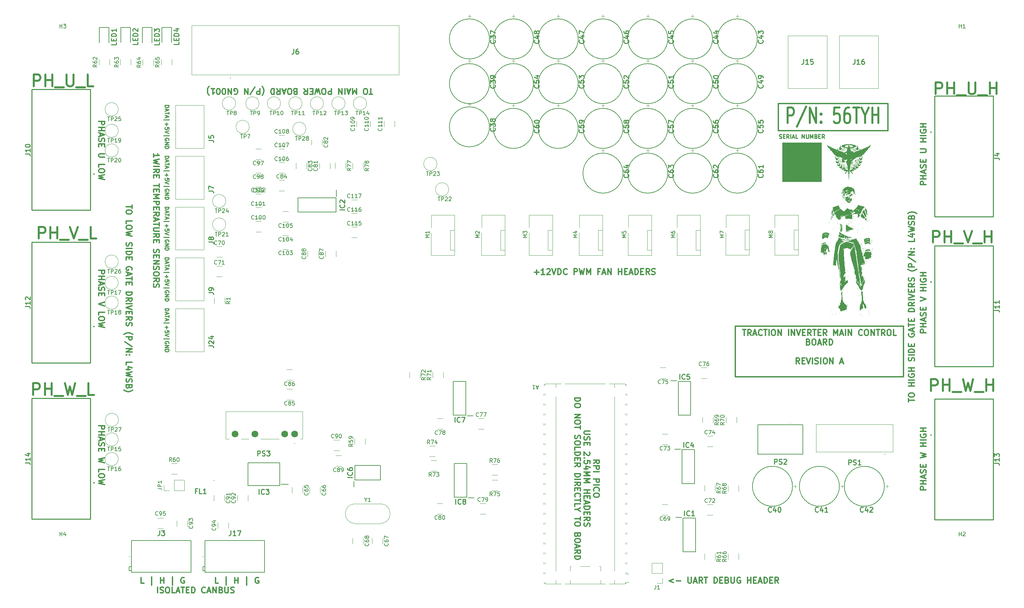
<source format=gbr>
%TF.GenerationSoftware,KiCad,Pcbnew,9.0.0*%
%TF.CreationDate,2025-04-28T14:03:09-07:00*%
%TF.ProjectId,ControlBoard,436f6e74-726f-46c4-926f-6172642e6b69,rev?*%
%TF.SameCoordinates,Original*%
%TF.FileFunction,Legend,Top*%
%TF.FilePolarity,Positive*%
%FSLAX46Y46*%
G04 Gerber Fmt 4.6, Leading zero omitted, Abs format (unit mm)*
G04 Created by KiCad (PCBNEW 9.0.0) date 2025-04-28 14:03:09*
%MOMM*%
%LPD*%
G01*
G04 APERTURE LIST*
%ADD10C,0.100000*%
%ADD11C,0.500000*%
%ADD12C,0.300000*%
%ADD13C,0.250000*%
%ADD14C,0.150000*%
%ADD15C,0.254000*%
%ADD16C,0.120000*%
%ADD17C,0.200000*%
%ADD18C,0.000000*%
%ADD19C,1.725000*%
G04 APERTURE END LIST*
D10*
X219000000Y-59000000D02*
X229000000Y-59000000D01*
X229000000Y-69000000D01*
X219000000Y-69000000D01*
X219000000Y-59000000D01*
G36*
X219000000Y-59000000D02*
G01*
X229000000Y-59000000D01*
X229000000Y-69000000D01*
X219000000Y-69000000D01*
X219000000Y-59000000D01*
G37*
D11*
X257071429Y-122606857D02*
X257071429Y-119606857D01*
X257071429Y-119606857D02*
X258214286Y-119606857D01*
X258214286Y-119606857D02*
X258500001Y-119749714D01*
X258500001Y-119749714D02*
X258642858Y-119892571D01*
X258642858Y-119892571D02*
X258785715Y-120178285D01*
X258785715Y-120178285D02*
X258785715Y-120606857D01*
X258785715Y-120606857D02*
X258642858Y-120892571D01*
X258642858Y-120892571D02*
X258500001Y-121035428D01*
X258500001Y-121035428D02*
X258214286Y-121178285D01*
X258214286Y-121178285D02*
X257071429Y-121178285D01*
X260071429Y-122606857D02*
X260071429Y-119606857D01*
X260071429Y-121035428D02*
X261785715Y-121035428D01*
X261785715Y-122606857D02*
X261785715Y-119606857D01*
X262500001Y-122892571D02*
X264785715Y-122892571D01*
X265214286Y-119606857D02*
X265928572Y-122606857D01*
X265928572Y-122606857D02*
X266500000Y-120464000D01*
X266500000Y-120464000D02*
X267071429Y-122606857D01*
X267071429Y-122606857D02*
X267785715Y-119606857D01*
X268214286Y-122892571D02*
X270500000Y-122892571D01*
X271214285Y-122606857D02*
X271214285Y-119606857D01*
X271214285Y-121035428D02*
X272928571Y-121035428D01*
X272928571Y-122606857D02*
X272928571Y-119606857D01*
X257500000Y-84606857D02*
X257500000Y-81606857D01*
X257500000Y-81606857D02*
X258642857Y-81606857D01*
X258642857Y-81606857D02*
X258928572Y-81749714D01*
X258928572Y-81749714D02*
X259071429Y-81892571D01*
X259071429Y-81892571D02*
X259214286Y-82178285D01*
X259214286Y-82178285D02*
X259214286Y-82606857D01*
X259214286Y-82606857D02*
X259071429Y-82892571D01*
X259071429Y-82892571D02*
X258928572Y-83035428D01*
X258928572Y-83035428D02*
X258642857Y-83178285D01*
X258642857Y-83178285D02*
X257500000Y-83178285D01*
X260500000Y-84606857D02*
X260500000Y-81606857D01*
X260500000Y-83035428D02*
X262214286Y-83035428D01*
X262214286Y-84606857D02*
X262214286Y-81606857D01*
X262928572Y-84892571D02*
X265214286Y-84892571D01*
X265500000Y-81606857D02*
X266500000Y-84606857D01*
X266500000Y-84606857D02*
X267500000Y-81606857D01*
X267785715Y-84892571D02*
X270071429Y-84892571D01*
X270785714Y-84606857D02*
X270785714Y-81606857D01*
X270785714Y-83035428D02*
X272500000Y-83035428D01*
X272500000Y-84606857D02*
X272500000Y-81606857D01*
D12*
X251300828Y-125428571D02*
X251300828Y-124571429D01*
X252800828Y-125000000D02*
X251300828Y-125000000D01*
X251300828Y-123785714D02*
X251300828Y-123500000D01*
X251300828Y-123500000D02*
X251372257Y-123357143D01*
X251372257Y-123357143D02*
X251515114Y-123214286D01*
X251515114Y-123214286D02*
X251800828Y-123142857D01*
X251800828Y-123142857D02*
X252300828Y-123142857D01*
X252300828Y-123142857D02*
X252586542Y-123214286D01*
X252586542Y-123214286D02*
X252729400Y-123357143D01*
X252729400Y-123357143D02*
X252800828Y-123500000D01*
X252800828Y-123500000D02*
X252800828Y-123785714D01*
X252800828Y-123785714D02*
X252729400Y-123928572D01*
X252729400Y-123928572D02*
X252586542Y-124071429D01*
X252586542Y-124071429D02*
X252300828Y-124142857D01*
X252300828Y-124142857D02*
X251800828Y-124142857D01*
X251800828Y-124142857D02*
X251515114Y-124071429D01*
X251515114Y-124071429D02*
X251372257Y-123928572D01*
X251372257Y-123928572D02*
X251300828Y-123785714D01*
X252800828Y-121357143D02*
X251300828Y-121357143D01*
X252015114Y-121357143D02*
X252015114Y-120500000D01*
X252800828Y-120500000D02*
X251300828Y-120500000D01*
X252800828Y-119785714D02*
X251300828Y-119785714D01*
X251372257Y-118285713D02*
X251300828Y-118428571D01*
X251300828Y-118428571D02*
X251300828Y-118642856D01*
X251300828Y-118642856D02*
X251372257Y-118857142D01*
X251372257Y-118857142D02*
X251515114Y-118999999D01*
X251515114Y-118999999D02*
X251657971Y-119071428D01*
X251657971Y-119071428D02*
X251943685Y-119142856D01*
X251943685Y-119142856D02*
X252157971Y-119142856D01*
X252157971Y-119142856D02*
X252443685Y-119071428D01*
X252443685Y-119071428D02*
X252586542Y-118999999D01*
X252586542Y-118999999D02*
X252729400Y-118857142D01*
X252729400Y-118857142D02*
X252800828Y-118642856D01*
X252800828Y-118642856D02*
X252800828Y-118499999D01*
X252800828Y-118499999D02*
X252729400Y-118285713D01*
X252729400Y-118285713D02*
X252657971Y-118214285D01*
X252657971Y-118214285D02*
X252157971Y-118214285D01*
X252157971Y-118214285D02*
X252157971Y-118499999D01*
X252800828Y-117571428D02*
X251300828Y-117571428D01*
X252015114Y-117571428D02*
X252015114Y-116714285D01*
X252800828Y-116714285D02*
X251300828Y-116714285D01*
X252729400Y-114928570D02*
X252800828Y-114714285D01*
X252800828Y-114714285D02*
X252800828Y-114357142D01*
X252800828Y-114357142D02*
X252729400Y-114214285D01*
X252729400Y-114214285D02*
X252657971Y-114142856D01*
X252657971Y-114142856D02*
X252515114Y-114071427D01*
X252515114Y-114071427D02*
X252372257Y-114071427D01*
X252372257Y-114071427D02*
X252229400Y-114142856D01*
X252229400Y-114142856D02*
X252157971Y-114214285D01*
X252157971Y-114214285D02*
X252086542Y-114357142D01*
X252086542Y-114357142D02*
X252015114Y-114642856D01*
X252015114Y-114642856D02*
X251943685Y-114785713D01*
X251943685Y-114785713D02*
X251872257Y-114857142D01*
X251872257Y-114857142D02*
X251729400Y-114928570D01*
X251729400Y-114928570D02*
X251586542Y-114928570D01*
X251586542Y-114928570D02*
X251443685Y-114857142D01*
X251443685Y-114857142D02*
X251372257Y-114785713D01*
X251372257Y-114785713D02*
X251300828Y-114642856D01*
X251300828Y-114642856D02*
X251300828Y-114285713D01*
X251300828Y-114285713D02*
X251372257Y-114071427D01*
X252800828Y-113428571D02*
X251300828Y-113428571D01*
X252800828Y-112714285D02*
X251300828Y-112714285D01*
X251300828Y-112714285D02*
X251300828Y-112357142D01*
X251300828Y-112357142D02*
X251372257Y-112142856D01*
X251372257Y-112142856D02*
X251515114Y-111999999D01*
X251515114Y-111999999D02*
X251657971Y-111928570D01*
X251657971Y-111928570D02*
X251943685Y-111857142D01*
X251943685Y-111857142D02*
X252157971Y-111857142D01*
X252157971Y-111857142D02*
X252443685Y-111928570D01*
X252443685Y-111928570D02*
X252586542Y-111999999D01*
X252586542Y-111999999D02*
X252729400Y-112142856D01*
X252729400Y-112142856D02*
X252800828Y-112357142D01*
X252800828Y-112357142D02*
X252800828Y-112714285D01*
X252015114Y-111214285D02*
X252015114Y-110714285D01*
X252800828Y-110499999D02*
X252800828Y-111214285D01*
X252800828Y-111214285D02*
X251300828Y-111214285D01*
X251300828Y-111214285D02*
X251300828Y-110499999D01*
X251372257Y-107928570D02*
X251300828Y-108071428D01*
X251300828Y-108071428D02*
X251300828Y-108285713D01*
X251300828Y-108285713D02*
X251372257Y-108499999D01*
X251372257Y-108499999D02*
X251515114Y-108642856D01*
X251515114Y-108642856D02*
X251657971Y-108714285D01*
X251657971Y-108714285D02*
X251943685Y-108785713D01*
X251943685Y-108785713D02*
X252157971Y-108785713D01*
X252157971Y-108785713D02*
X252443685Y-108714285D01*
X252443685Y-108714285D02*
X252586542Y-108642856D01*
X252586542Y-108642856D02*
X252729400Y-108499999D01*
X252729400Y-108499999D02*
X252800828Y-108285713D01*
X252800828Y-108285713D02*
X252800828Y-108142856D01*
X252800828Y-108142856D02*
X252729400Y-107928570D01*
X252729400Y-107928570D02*
X252657971Y-107857142D01*
X252657971Y-107857142D02*
X252157971Y-107857142D01*
X252157971Y-107857142D02*
X252157971Y-108142856D01*
X252372257Y-107285713D02*
X252372257Y-106571428D01*
X252800828Y-107428570D02*
X251300828Y-106928570D01*
X251300828Y-106928570D02*
X252800828Y-106428570D01*
X251300828Y-106142856D02*
X251300828Y-105285714D01*
X252800828Y-105714285D02*
X251300828Y-105714285D01*
X252015114Y-104785714D02*
X252015114Y-104285714D01*
X252800828Y-104071428D02*
X252800828Y-104785714D01*
X252800828Y-104785714D02*
X251300828Y-104785714D01*
X251300828Y-104785714D02*
X251300828Y-104071428D01*
X252800828Y-102285714D02*
X251300828Y-102285714D01*
X251300828Y-102285714D02*
X251300828Y-101928571D01*
X251300828Y-101928571D02*
X251372257Y-101714285D01*
X251372257Y-101714285D02*
X251515114Y-101571428D01*
X251515114Y-101571428D02*
X251657971Y-101499999D01*
X251657971Y-101499999D02*
X251943685Y-101428571D01*
X251943685Y-101428571D02*
X252157971Y-101428571D01*
X252157971Y-101428571D02*
X252443685Y-101499999D01*
X252443685Y-101499999D02*
X252586542Y-101571428D01*
X252586542Y-101571428D02*
X252729400Y-101714285D01*
X252729400Y-101714285D02*
X252800828Y-101928571D01*
X252800828Y-101928571D02*
X252800828Y-102285714D01*
X252800828Y-99928571D02*
X252086542Y-100428571D01*
X252800828Y-100785714D02*
X251300828Y-100785714D01*
X251300828Y-100785714D02*
X251300828Y-100214285D01*
X251300828Y-100214285D02*
X251372257Y-100071428D01*
X251372257Y-100071428D02*
X251443685Y-99999999D01*
X251443685Y-99999999D02*
X251586542Y-99928571D01*
X251586542Y-99928571D02*
X251800828Y-99928571D01*
X251800828Y-99928571D02*
X251943685Y-99999999D01*
X251943685Y-99999999D02*
X252015114Y-100071428D01*
X252015114Y-100071428D02*
X252086542Y-100214285D01*
X252086542Y-100214285D02*
X252086542Y-100785714D01*
X252800828Y-99285714D02*
X251300828Y-99285714D01*
X251300828Y-98785713D02*
X252800828Y-98285713D01*
X252800828Y-98285713D02*
X251300828Y-97785713D01*
X252015114Y-97285714D02*
X252015114Y-96785714D01*
X252800828Y-96571428D02*
X252800828Y-97285714D01*
X252800828Y-97285714D02*
X251300828Y-97285714D01*
X251300828Y-97285714D02*
X251300828Y-96571428D01*
X252800828Y-95071428D02*
X252086542Y-95571428D01*
X252800828Y-95928571D02*
X251300828Y-95928571D01*
X251300828Y-95928571D02*
X251300828Y-95357142D01*
X251300828Y-95357142D02*
X251372257Y-95214285D01*
X251372257Y-95214285D02*
X251443685Y-95142856D01*
X251443685Y-95142856D02*
X251586542Y-95071428D01*
X251586542Y-95071428D02*
X251800828Y-95071428D01*
X251800828Y-95071428D02*
X251943685Y-95142856D01*
X251943685Y-95142856D02*
X252015114Y-95214285D01*
X252015114Y-95214285D02*
X252086542Y-95357142D01*
X252086542Y-95357142D02*
X252086542Y-95928571D01*
X252729400Y-94499999D02*
X252800828Y-94285714D01*
X252800828Y-94285714D02*
X252800828Y-93928571D01*
X252800828Y-93928571D02*
X252729400Y-93785714D01*
X252729400Y-93785714D02*
X252657971Y-93714285D01*
X252657971Y-93714285D02*
X252515114Y-93642856D01*
X252515114Y-93642856D02*
X252372257Y-93642856D01*
X252372257Y-93642856D02*
X252229400Y-93714285D01*
X252229400Y-93714285D02*
X252157971Y-93785714D01*
X252157971Y-93785714D02*
X252086542Y-93928571D01*
X252086542Y-93928571D02*
X252015114Y-94214285D01*
X252015114Y-94214285D02*
X251943685Y-94357142D01*
X251943685Y-94357142D02*
X251872257Y-94428571D01*
X251872257Y-94428571D02*
X251729400Y-94499999D01*
X251729400Y-94499999D02*
X251586542Y-94499999D01*
X251586542Y-94499999D02*
X251443685Y-94428571D01*
X251443685Y-94428571D02*
X251372257Y-94357142D01*
X251372257Y-94357142D02*
X251300828Y-94214285D01*
X251300828Y-94214285D02*
X251300828Y-93857142D01*
X251300828Y-93857142D02*
X251372257Y-93642856D01*
X253372257Y-91428571D02*
X253300828Y-91500000D01*
X253300828Y-91500000D02*
X253086542Y-91642857D01*
X253086542Y-91642857D02*
X252943685Y-91714286D01*
X252943685Y-91714286D02*
X252729400Y-91785714D01*
X252729400Y-91785714D02*
X252372257Y-91857143D01*
X252372257Y-91857143D02*
X252086542Y-91857143D01*
X252086542Y-91857143D02*
X251729400Y-91785714D01*
X251729400Y-91785714D02*
X251515114Y-91714286D01*
X251515114Y-91714286D02*
X251372257Y-91642857D01*
X251372257Y-91642857D02*
X251157971Y-91500000D01*
X251157971Y-91500000D02*
X251086542Y-91428571D01*
X252800828Y-90857143D02*
X251300828Y-90857143D01*
X251300828Y-90857143D02*
X251300828Y-90285714D01*
X251300828Y-90285714D02*
X251372257Y-90142857D01*
X251372257Y-90142857D02*
X251443685Y-90071428D01*
X251443685Y-90071428D02*
X251586542Y-90000000D01*
X251586542Y-90000000D02*
X251800828Y-90000000D01*
X251800828Y-90000000D02*
X251943685Y-90071428D01*
X251943685Y-90071428D02*
X252015114Y-90142857D01*
X252015114Y-90142857D02*
X252086542Y-90285714D01*
X252086542Y-90285714D02*
X252086542Y-90857143D01*
X251229400Y-88285714D02*
X253157971Y-89571428D01*
X252800828Y-87785714D02*
X251300828Y-87785714D01*
X251300828Y-87785714D02*
X252800828Y-86928571D01*
X252800828Y-86928571D02*
X251300828Y-86928571D01*
X252657971Y-86214285D02*
X252729400Y-86142856D01*
X252729400Y-86142856D02*
X252800828Y-86214285D01*
X252800828Y-86214285D02*
X252729400Y-86285713D01*
X252729400Y-86285713D02*
X252657971Y-86214285D01*
X252657971Y-86214285D02*
X252800828Y-86214285D01*
X251872257Y-86214285D02*
X251943685Y-86142856D01*
X251943685Y-86142856D02*
X252015114Y-86214285D01*
X252015114Y-86214285D02*
X251943685Y-86285713D01*
X251943685Y-86285713D02*
X251872257Y-86214285D01*
X251872257Y-86214285D02*
X252015114Y-86214285D01*
X252800828Y-83642856D02*
X252800828Y-84357142D01*
X252800828Y-84357142D02*
X251300828Y-84357142D01*
X251800828Y-82499999D02*
X252800828Y-82499999D01*
X251229400Y-82857141D02*
X252300828Y-83214284D01*
X252300828Y-83214284D02*
X252300828Y-82285713D01*
X251300828Y-81857142D02*
X252800828Y-81499999D01*
X252800828Y-81499999D02*
X251729400Y-81214285D01*
X251729400Y-81214285D02*
X252800828Y-80928570D01*
X252800828Y-80928570D02*
X251300828Y-80571428D01*
X252729400Y-80071427D02*
X252800828Y-79857142D01*
X252800828Y-79857142D02*
X252800828Y-79499999D01*
X252800828Y-79499999D02*
X252729400Y-79357142D01*
X252729400Y-79357142D02*
X252657971Y-79285713D01*
X252657971Y-79285713D02*
X252515114Y-79214284D01*
X252515114Y-79214284D02*
X252372257Y-79214284D01*
X252372257Y-79214284D02*
X252229400Y-79285713D01*
X252229400Y-79285713D02*
X252157971Y-79357142D01*
X252157971Y-79357142D02*
X252086542Y-79499999D01*
X252086542Y-79499999D02*
X252015114Y-79785713D01*
X252015114Y-79785713D02*
X251943685Y-79928570D01*
X251943685Y-79928570D02*
X251872257Y-79999999D01*
X251872257Y-79999999D02*
X251729400Y-80071427D01*
X251729400Y-80071427D02*
X251586542Y-80071427D01*
X251586542Y-80071427D02*
X251443685Y-79999999D01*
X251443685Y-79999999D02*
X251372257Y-79928570D01*
X251372257Y-79928570D02*
X251300828Y-79785713D01*
X251300828Y-79785713D02*
X251300828Y-79428570D01*
X251300828Y-79428570D02*
X251372257Y-79214284D01*
X252015114Y-78071428D02*
X252086542Y-77857142D01*
X252086542Y-77857142D02*
X252157971Y-77785713D01*
X252157971Y-77785713D02*
X252300828Y-77714285D01*
X252300828Y-77714285D02*
X252515114Y-77714285D01*
X252515114Y-77714285D02*
X252657971Y-77785713D01*
X252657971Y-77785713D02*
X252729400Y-77857142D01*
X252729400Y-77857142D02*
X252800828Y-77999999D01*
X252800828Y-77999999D02*
X252800828Y-78571428D01*
X252800828Y-78571428D02*
X251300828Y-78571428D01*
X251300828Y-78571428D02*
X251300828Y-78071428D01*
X251300828Y-78071428D02*
X251372257Y-77928571D01*
X251372257Y-77928571D02*
X251443685Y-77857142D01*
X251443685Y-77857142D02*
X251586542Y-77785713D01*
X251586542Y-77785713D02*
X251729400Y-77785713D01*
X251729400Y-77785713D02*
X251872257Y-77857142D01*
X251872257Y-77857142D02*
X251943685Y-77928571D01*
X251943685Y-77928571D02*
X252015114Y-78071428D01*
X252015114Y-78071428D02*
X252015114Y-78571428D01*
X253372257Y-77214285D02*
X253300828Y-77142856D01*
X253300828Y-77142856D02*
X253086542Y-76999999D01*
X253086542Y-76999999D02*
X252943685Y-76928571D01*
X252943685Y-76928571D02*
X252729400Y-76857142D01*
X252729400Y-76857142D02*
X252372257Y-76785713D01*
X252372257Y-76785713D02*
X252086542Y-76785713D01*
X252086542Y-76785713D02*
X251729400Y-76857142D01*
X251729400Y-76857142D02*
X251515114Y-76928571D01*
X251515114Y-76928571D02*
X251372257Y-76999999D01*
X251372257Y-76999999D02*
X251157971Y-77142856D01*
X251157971Y-77142856D02*
X251086542Y-77214285D01*
X44199171Y-131535713D02*
X45699171Y-131535713D01*
X45699171Y-131535713D02*
X45699171Y-132107142D01*
X45699171Y-132107142D02*
X45627742Y-132249999D01*
X45627742Y-132249999D02*
X45556314Y-132321428D01*
X45556314Y-132321428D02*
X45413457Y-132392856D01*
X45413457Y-132392856D02*
X45199171Y-132392856D01*
X45199171Y-132392856D02*
X45056314Y-132321428D01*
X45056314Y-132321428D02*
X44984885Y-132249999D01*
X44984885Y-132249999D02*
X44913457Y-132107142D01*
X44913457Y-132107142D02*
X44913457Y-131535713D01*
X44199171Y-133035713D02*
X45699171Y-133035713D01*
X44984885Y-133035713D02*
X44984885Y-133892856D01*
X44199171Y-133892856D02*
X45699171Y-133892856D01*
X44627742Y-134535714D02*
X44627742Y-135250000D01*
X44199171Y-134392857D02*
X45699171Y-134892857D01*
X45699171Y-134892857D02*
X44199171Y-135392857D01*
X44270600Y-135821428D02*
X44199171Y-136035714D01*
X44199171Y-136035714D02*
X44199171Y-136392856D01*
X44199171Y-136392856D02*
X44270600Y-136535714D01*
X44270600Y-136535714D02*
X44342028Y-136607142D01*
X44342028Y-136607142D02*
X44484885Y-136678571D01*
X44484885Y-136678571D02*
X44627742Y-136678571D01*
X44627742Y-136678571D02*
X44770600Y-136607142D01*
X44770600Y-136607142D02*
X44842028Y-136535714D01*
X44842028Y-136535714D02*
X44913457Y-136392856D01*
X44913457Y-136392856D02*
X44984885Y-136107142D01*
X44984885Y-136107142D02*
X45056314Y-135964285D01*
X45056314Y-135964285D02*
X45127742Y-135892856D01*
X45127742Y-135892856D02*
X45270600Y-135821428D01*
X45270600Y-135821428D02*
X45413457Y-135821428D01*
X45413457Y-135821428D02*
X45556314Y-135892856D01*
X45556314Y-135892856D02*
X45627742Y-135964285D01*
X45627742Y-135964285D02*
X45699171Y-136107142D01*
X45699171Y-136107142D02*
X45699171Y-136464285D01*
X45699171Y-136464285D02*
X45627742Y-136678571D01*
X44984885Y-137321427D02*
X44984885Y-137821427D01*
X44199171Y-138035713D02*
X44199171Y-137321427D01*
X44199171Y-137321427D02*
X45699171Y-137321427D01*
X45699171Y-137321427D02*
X45699171Y-138035713D01*
X45699171Y-139678570D02*
X44199171Y-140035713D01*
X44199171Y-140035713D02*
X45270600Y-140321427D01*
X45270600Y-140321427D02*
X44199171Y-140607142D01*
X44199171Y-140607142D02*
X45699171Y-140964285D01*
X44199171Y-143392856D02*
X44199171Y-142678570D01*
X44199171Y-142678570D02*
X45699171Y-142678570D01*
X45699171Y-144178571D02*
X45699171Y-144464285D01*
X45699171Y-144464285D02*
X45627742Y-144607142D01*
X45627742Y-144607142D02*
X45484885Y-144749999D01*
X45484885Y-144749999D02*
X45199171Y-144821428D01*
X45199171Y-144821428D02*
X44699171Y-144821428D01*
X44699171Y-144821428D02*
X44413457Y-144749999D01*
X44413457Y-144749999D02*
X44270600Y-144607142D01*
X44270600Y-144607142D02*
X44199171Y-144464285D01*
X44199171Y-144464285D02*
X44199171Y-144178571D01*
X44199171Y-144178571D02*
X44270600Y-144035714D01*
X44270600Y-144035714D02*
X44413457Y-143892856D01*
X44413457Y-143892856D02*
X44699171Y-143821428D01*
X44699171Y-143821428D02*
X45199171Y-143821428D01*
X45199171Y-143821428D02*
X45484885Y-143892856D01*
X45484885Y-143892856D02*
X45627742Y-144035714D01*
X45627742Y-144035714D02*
X45699171Y-144178571D01*
X45699171Y-145321428D02*
X44199171Y-145678571D01*
X44199171Y-145678571D02*
X45270600Y-145964285D01*
X45270600Y-145964285D02*
X44199171Y-146250000D01*
X44199171Y-146250000D02*
X45699171Y-146607143D01*
D11*
X27571429Y-44606857D02*
X27571429Y-41606857D01*
X27571429Y-41606857D02*
X28714286Y-41606857D01*
X28714286Y-41606857D02*
X29000001Y-41749714D01*
X29000001Y-41749714D02*
X29142858Y-41892571D01*
X29142858Y-41892571D02*
X29285715Y-42178285D01*
X29285715Y-42178285D02*
X29285715Y-42606857D01*
X29285715Y-42606857D02*
X29142858Y-42892571D01*
X29142858Y-42892571D02*
X29000001Y-43035428D01*
X29000001Y-43035428D02*
X28714286Y-43178285D01*
X28714286Y-43178285D02*
X27571429Y-43178285D01*
X30571429Y-44606857D02*
X30571429Y-41606857D01*
X30571429Y-43035428D02*
X32285715Y-43035428D01*
X32285715Y-44606857D02*
X32285715Y-41606857D01*
X33000001Y-44892571D02*
X35285715Y-44892571D01*
X36000000Y-41606857D02*
X36000000Y-44035428D01*
X36000000Y-44035428D02*
X36142857Y-44321142D01*
X36142857Y-44321142D02*
X36285715Y-44464000D01*
X36285715Y-44464000D02*
X36571429Y-44606857D01*
X36571429Y-44606857D02*
X37142857Y-44606857D01*
X37142857Y-44606857D02*
X37428572Y-44464000D01*
X37428572Y-44464000D02*
X37571429Y-44321142D01*
X37571429Y-44321142D02*
X37714286Y-44035428D01*
X37714286Y-44035428D02*
X37714286Y-41606857D01*
X38428572Y-44892571D02*
X40714286Y-44892571D01*
X42857143Y-44606857D02*
X41428571Y-44606857D01*
X41428571Y-44606857D02*
X41428571Y-41606857D01*
D12*
X44199171Y-53607142D02*
X45699171Y-53607142D01*
X45699171Y-53607142D02*
X45699171Y-54178571D01*
X45699171Y-54178571D02*
X45627742Y-54321428D01*
X45627742Y-54321428D02*
X45556314Y-54392857D01*
X45556314Y-54392857D02*
X45413457Y-54464285D01*
X45413457Y-54464285D02*
X45199171Y-54464285D01*
X45199171Y-54464285D02*
X45056314Y-54392857D01*
X45056314Y-54392857D02*
X44984885Y-54321428D01*
X44984885Y-54321428D02*
X44913457Y-54178571D01*
X44913457Y-54178571D02*
X44913457Y-53607142D01*
X44199171Y-55107142D02*
X45699171Y-55107142D01*
X44984885Y-55107142D02*
X44984885Y-55964285D01*
X44199171Y-55964285D02*
X45699171Y-55964285D01*
X44627742Y-56607143D02*
X44627742Y-57321429D01*
X44199171Y-56464286D02*
X45699171Y-56964286D01*
X45699171Y-56964286D02*
X44199171Y-57464286D01*
X44270600Y-57892857D02*
X44199171Y-58107143D01*
X44199171Y-58107143D02*
X44199171Y-58464285D01*
X44199171Y-58464285D02*
X44270600Y-58607143D01*
X44270600Y-58607143D02*
X44342028Y-58678571D01*
X44342028Y-58678571D02*
X44484885Y-58750000D01*
X44484885Y-58750000D02*
X44627742Y-58750000D01*
X44627742Y-58750000D02*
X44770600Y-58678571D01*
X44770600Y-58678571D02*
X44842028Y-58607143D01*
X44842028Y-58607143D02*
X44913457Y-58464285D01*
X44913457Y-58464285D02*
X44984885Y-58178571D01*
X44984885Y-58178571D02*
X45056314Y-58035714D01*
X45056314Y-58035714D02*
X45127742Y-57964285D01*
X45127742Y-57964285D02*
X45270600Y-57892857D01*
X45270600Y-57892857D02*
X45413457Y-57892857D01*
X45413457Y-57892857D02*
X45556314Y-57964285D01*
X45556314Y-57964285D02*
X45627742Y-58035714D01*
X45627742Y-58035714D02*
X45699171Y-58178571D01*
X45699171Y-58178571D02*
X45699171Y-58535714D01*
X45699171Y-58535714D02*
X45627742Y-58750000D01*
X44984885Y-59392856D02*
X44984885Y-59892856D01*
X44199171Y-60107142D02*
X44199171Y-59392856D01*
X44199171Y-59392856D02*
X45699171Y-59392856D01*
X45699171Y-59392856D02*
X45699171Y-60107142D01*
X45699171Y-61892856D02*
X44484885Y-61892856D01*
X44484885Y-61892856D02*
X44342028Y-61964285D01*
X44342028Y-61964285D02*
X44270600Y-62035714D01*
X44270600Y-62035714D02*
X44199171Y-62178571D01*
X44199171Y-62178571D02*
X44199171Y-62464285D01*
X44199171Y-62464285D02*
X44270600Y-62607142D01*
X44270600Y-62607142D02*
X44342028Y-62678571D01*
X44342028Y-62678571D02*
X44484885Y-62749999D01*
X44484885Y-62749999D02*
X45699171Y-62749999D01*
X44199171Y-65321428D02*
X44199171Y-64607142D01*
X44199171Y-64607142D02*
X45699171Y-64607142D01*
X45699171Y-66107143D02*
X45699171Y-66392857D01*
X45699171Y-66392857D02*
X45627742Y-66535714D01*
X45627742Y-66535714D02*
X45484885Y-66678571D01*
X45484885Y-66678571D02*
X45199171Y-66750000D01*
X45199171Y-66750000D02*
X44699171Y-66750000D01*
X44699171Y-66750000D02*
X44413457Y-66678571D01*
X44413457Y-66678571D02*
X44270600Y-66535714D01*
X44270600Y-66535714D02*
X44199171Y-66392857D01*
X44199171Y-66392857D02*
X44199171Y-66107143D01*
X44199171Y-66107143D02*
X44270600Y-65964286D01*
X44270600Y-65964286D02*
X44413457Y-65821428D01*
X44413457Y-65821428D02*
X44699171Y-65750000D01*
X44699171Y-65750000D02*
X45199171Y-65750000D01*
X45199171Y-65750000D02*
X45484885Y-65821428D01*
X45484885Y-65821428D02*
X45627742Y-65964286D01*
X45627742Y-65964286D02*
X45699171Y-66107143D01*
X45699171Y-67250000D02*
X44199171Y-67607143D01*
X44199171Y-67607143D02*
X45270600Y-67892857D01*
X45270600Y-67892857D02*
X44199171Y-68178572D01*
X44199171Y-68178572D02*
X45699171Y-68535715D01*
X58199171Y-62785714D02*
X58199171Y-61928571D01*
X58199171Y-62357142D02*
X59699171Y-62357142D01*
X59699171Y-62357142D02*
X59484885Y-62214285D01*
X59484885Y-62214285D02*
X59342028Y-62071428D01*
X59342028Y-62071428D02*
X59270600Y-61928571D01*
X59699171Y-63285713D02*
X58199171Y-63642856D01*
X58199171Y-63642856D02*
X59270600Y-63928570D01*
X59270600Y-63928570D02*
X58199171Y-64214285D01*
X58199171Y-64214285D02*
X59699171Y-64571428D01*
X58199171Y-65142856D02*
X59699171Y-65142856D01*
X58199171Y-66714285D02*
X58913457Y-66214285D01*
X58199171Y-65857142D02*
X59699171Y-65857142D01*
X59699171Y-65857142D02*
X59699171Y-66428571D01*
X59699171Y-66428571D02*
X59627742Y-66571428D01*
X59627742Y-66571428D02*
X59556314Y-66642857D01*
X59556314Y-66642857D02*
X59413457Y-66714285D01*
X59413457Y-66714285D02*
X59199171Y-66714285D01*
X59199171Y-66714285D02*
X59056314Y-66642857D01*
X59056314Y-66642857D02*
X58984885Y-66571428D01*
X58984885Y-66571428D02*
X58913457Y-66428571D01*
X58913457Y-66428571D02*
X58913457Y-65857142D01*
X58984885Y-67357142D02*
X58984885Y-67857142D01*
X58199171Y-68071428D02*
X58199171Y-67357142D01*
X58199171Y-67357142D02*
X59699171Y-67357142D01*
X59699171Y-67357142D02*
X59699171Y-68071428D01*
X59699171Y-69642857D02*
X59699171Y-70500000D01*
X58199171Y-70071428D02*
X59699171Y-70071428D01*
X58984885Y-70999999D02*
X58984885Y-71499999D01*
X58199171Y-71714285D02*
X58199171Y-70999999D01*
X58199171Y-70999999D02*
X59699171Y-70999999D01*
X59699171Y-70999999D02*
X59699171Y-71714285D01*
X58199171Y-72357142D02*
X59699171Y-72357142D01*
X59699171Y-72357142D02*
X58627742Y-72857142D01*
X58627742Y-72857142D02*
X59699171Y-73357142D01*
X59699171Y-73357142D02*
X58199171Y-73357142D01*
X58199171Y-74071428D02*
X59699171Y-74071428D01*
X59699171Y-74071428D02*
X59699171Y-74642857D01*
X59699171Y-74642857D02*
X59627742Y-74785714D01*
X59627742Y-74785714D02*
X59556314Y-74857143D01*
X59556314Y-74857143D02*
X59413457Y-74928571D01*
X59413457Y-74928571D02*
X59199171Y-74928571D01*
X59199171Y-74928571D02*
X59056314Y-74857143D01*
X59056314Y-74857143D02*
X58984885Y-74785714D01*
X58984885Y-74785714D02*
X58913457Y-74642857D01*
X58913457Y-74642857D02*
X58913457Y-74071428D01*
X58984885Y-75571428D02*
X58984885Y-76071428D01*
X58199171Y-76285714D02*
X58199171Y-75571428D01*
X58199171Y-75571428D02*
X59699171Y-75571428D01*
X59699171Y-75571428D02*
X59699171Y-76285714D01*
X58199171Y-77785714D02*
X58913457Y-77285714D01*
X58199171Y-76928571D02*
X59699171Y-76928571D01*
X59699171Y-76928571D02*
X59699171Y-77500000D01*
X59699171Y-77500000D02*
X59627742Y-77642857D01*
X59627742Y-77642857D02*
X59556314Y-77714286D01*
X59556314Y-77714286D02*
X59413457Y-77785714D01*
X59413457Y-77785714D02*
X59199171Y-77785714D01*
X59199171Y-77785714D02*
X59056314Y-77714286D01*
X59056314Y-77714286D02*
X58984885Y-77642857D01*
X58984885Y-77642857D02*
X58913457Y-77500000D01*
X58913457Y-77500000D02*
X58913457Y-76928571D01*
X58627742Y-78357143D02*
X58627742Y-79071429D01*
X58199171Y-78214286D02*
X59699171Y-78714286D01*
X59699171Y-78714286D02*
X58199171Y-79214286D01*
X59699171Y-79500000D02*
X59699171Y-80357143D01*
X58199171Y-79928571D02*
X59699171Y-79928571D01*
X59699171Y-80857142D02*
X58484885Y-80857142D01*
X58484885Y-80857142D02*
X58342028Y-80928571D01*
X58342028Y-80928571D02*
X58270600Y-81000000D01*
X58270600Y-81000000D02*
X58199171Y-81142857D01*
X58199171Y-81142857D02*
X58199171Y-81428571D01*
X58199171Y-81428571D02*
X58270600Y-81571428D01*
X58270600Y-81571428D02*
X58342028Y-81642857D01*
X58342028Y-81642857D02*
X58484885Y-81714285D01*
X58484885Y-81714285D02*
X59699171Y-81714285D01*
X58199171Y-83285714D02*
X58913457Y-82785714D01*
X58199171Y-82428571D02*
X59699171Y-82428571D01*
X59699171Y-82428571D02*
X59699171Y-83000000D01*
X59699171Y-83000000D02*
X59627742Y-83142857D01*
X59627742Y-83142857D02*
X59556314Y-83214286D01*
X59556314Y-83214286D02*
X59413457Y-83285714D01*
X59413457Y-83285714D02*
X59199171Y-83285714D01*
X59199171Y-83285714D02*
X59056314Y-83214286D01*
X59056314Y-83214286D02*
X58984885Y-83142857D01*
X58984885Y-83142857D02*
X58913457Y-83000000D01*
X58913457Y-83000000D02*
X58913457Y-82428571D01*
X58984885Y-83928571D02*
X58984885Y-84428571D01*
X58199171Y-84642857D02*
X58199171Y-83928571D01*
X58199171Y-83928571D02*
X59699171Y-83928571D01*
X59699171Y-83928571D02*
X59699171Y-84642857D01*
X58270600Y-86357143D02*
X58199171Y-86571429D01*
X58199171Y-86571429D02*
X58199171Y-86928571D01*
X58199171Y-86928571D02*
X58270600Y-87071429D01*
X58270600Y-87071429D02*
X58342028Y-87142857D01*
X58342028Y-87142857D02*
X58484885Y-87214286D01*
X58484885Y-87214286D02*
X58627742Y-87214286D01*
X58627742Y-87214286D02*
X58770600Y-87142857D01*
X58770600Y-87142857D02*
X58842028Y-87071429D01*
X58842028Y-87071429D02*
X58913457Y-86928571D01*
X58913457Y-86928571D02*
X58984885Y-86642857D01*
X58984885Y-86642857D02*
X59056314Y-86500000D01*
X59056314Y-86500000D02*
X59127742Y-86428571D01*
X59127742Y-86428571D02*
X59270600Y-86357143D01*
X59270600Y-86357143D02*
X59413457Y-86357143D01*
X59413457Y-86357143D02*
X59556314Y-86428571D01*
X59556314Y-86428571D02*
X59627742Y-86500000D01*
X59627742Y-86500000D02*
X59699171Y-86642857D01*
X59699171Y-86642857D02*
X59699171Y-87000000D01*
X59699171Y-87000000D02*
X59627742Y-87214286D01*
X58984885Y-87857142D02*
X58984885Y-88357142D01*
X58199171Y-88571428D02*
X58199171Y-87857142D01*
X58199171Y-87857142D02*
X59699171Y-87857142D01*
X59699171Y-87857142D02*
X59699171Y-88571428D01*
X58199171Y-89214285D02*
X59699171Y-89214285D01*
X59699171Y-89214285D02*
X58199171Y-90071428D01*
X58199171Y-90071428D02*
X59699171Y-90071428D01*
X58270600Y-90714286D02*
X58199171Y-90928572D01*
X58199171Y-90928572D02*
X58199171Y-91285714D01*
X58199171Y-91285714D02*
X58270600Y-91428572D01*
X58270600Y-91428572D02*
X58342028Y-91500000D01*
X58342028Y-91500000D02*
X58484885Y-91571429D01*
X58484885Y-91571429D02*
X58627742Y-91571429D01*
X58627742Y-91571429D02*
X58770600Y-91500000D01*
X58770600Y-91500000D02*
X58842028Y-91428572D01*
X58842028Y-91428572D02*
X58913457Y-91285714D01*
X58913457Y-91285714D02*
X58984885Y-91000000D01*
X58984885Y-91000000D02*
X59056314Y-90857143D01*
X59056314Y-90857143D02*
X59127742Y-90785714D01*
X59127742Y-90785714D02*
X59270600Y-90714286D01*
X59270600Y-90714286D02*
X59413457Y-90714286D01*
X59413457Y-90714286D02*
X59556314Y-90785714D01*
X59556314Y-90785714D02*
X59627742Y-90857143D01*
X59627742Y-90857143D02*
X59699171Y-91000000D01*
X59699171Y-91000000D02*
X59699171Y-91357143D01*
X59699171Y-91357143D02*
X59627742Y-91571429D01*
X59699171Y-92500000D02*
X59699171Y-92785714D01*
X59699171Y-92785714D02*
X59627742Y-92928571D01*
X59627742Y-92928571D02*
X59484885Y-93071428D01*
X59484885Y-93071428D02*
X59199171Y-93142857D01*
X59199171Y-93142857D02*
X58699171Y-93142857D01*
X58699171Y-93142857D02*
X58413457Y-93071428D01*
X58413457Y-93071428D02*
X58270600Y-92928571D01*
X58270600Y-92928571D02*
X58199171Y-92785714D01*
X58199171Y-92785714D02*
X58199171Y-92500000D01*
X58199171Y-92500000D02*
X58270600Y-92357143D01*
X58270600Y-92357143D02*
X58413457Y-92214285D01*
X58413457Y-92214285D02*
X58699171Y-92142857D01*
X58699171Y-92142857D02*
X59199171Y-92142857D01*
X59199171Y-92142857D02*
X59484885Y-92214285D01*
X59484885Y-92214285D02*
X59627742Y-92357143D01*
X59627742Y-92357143D02*
X59699171Y-92500000D01*
X58199171Y-94642857D02*
X58913457Y-94142857D01*
X58199171Y-93785714D02*
X59699171Y-93785714D01*
X59699171Y-93785714D02*
X59699171Y-94357143D01*
X59699171Y-94357143D02*
X59627742Y-94500000D01*
X59627742Y-94500000D02*
X59556314Y-94571429D01*
X59556314Y-94571429D02*
X59413457Y-94642857D01*
X59413457Y-94642857D02*
X59199171Y-94642857D01*
X59199171Y-94642857D02*
X59056314Y-94571429D01*
X59056314Y-94571429D02*
X58984885Y-94500000D01*
X58984885Y-94500000D02*
X58913457Y-94357143D01*
X58913457Y-94357143D02*
X58913457Y-93785714D01*
X58270600Y-95214286D02*
X58199171Y-95428572D01*
X58199171Y-95428572D02*
X58199171Y-95785714D01*
X58199171Y-95785714D02*
X58270600Y-95928572D01*
X58270600Y-95928572D02*
X58342028Y-96000000D01*
X58342028Y-96000000D02*
X58484885Y-96071429D01*
X58484885Y-96071429D02*
X58627742Y-96071429D01*
X58627742Y-96071429D02*
X58770600Y-96000000D01*
X58770600Y-96000000D02*
X58842028Y-95928572D01*
X58842028Y-95928572D02*
X58913457Y-95785714D01*
X58913457Y-95785714D02*
X58984885Y-95500000D01*
X58984885Y-95500000D02*
X59056314Y-95357143D01*
X59056314Y-95357143D02*
X59127742Y-95285714D01*
X59127742Y-95285714D02*
X59270600Y-95214286D01*
X59270600Y-95214286D02*
X59413457Y-95214286D01*
X59413457Y-95214286D02*
X59556314Y-95285714D01*
X59556314Y-95285714D02*
X59627742Y-95357143D01*
X59627742Y-95357143D02*
X59699171Y-95500000D01*
X59699171Y-95500000D02*
X59699171Y-95857143D01*
X59699171Y-95857143D02*
X59627742Y-96071429D01*
D13*
X61135380Y-62500000D02*
X62135380Y-62500000D01*
X62135380Y-62500000D02*
X62135380Y-62738095D01*
X62135380Y-62738095D02*
X62087761Y-62880952D01*
X62087761Y-62880952D02*
X61992523Y-62976190D01*
X61992523Y-62976190D02*
X61897285Y-63023809D01*
X61897285Y-63023809D02*
X61706809Y-63071428D01*
X61706809Y-63071428D02*
X61563952Y-63071428D01*
X61563952Y-63071428D02*
X61373476Y-63023809D01*
X61373476Y-63023809D02*
X61278238Y-62976190D01*
X61278238Y-62976190D02*
X61183000Y-62880952D01*
X61183000Y-62880952D02*
X61135380Y-62738095D01*
X61135380Y-62738095D02*
X61135380Y-62500000D01*
X61421095Y-63452381D02*
X61421095Y-63928571D01*
X61135380Y-63357143D02*
X62135380Y-63690476D01*
X62135380Y-63690476D02*
X61135380Y-64023809D01*
X62135380Y-64214286D02*
X62135380Y-64785714D01*
X61135380Y-64500000D02*
X62135380Y-64500000D01*
X61421095Y-65071429D02*
X61421095Y-65547619D01*
X61135380Y-64976191D02*
X62135380Y-65309524D01*
X62135380Y-65309524D02*
X61135380Y-65642857D01*
X60802047Y-66214286D02*
X62230619Y-66214286D01*
X61516333Y-66928572D02*
X61516333Y-67690477D01*
X61135380Y-67309524D02*
X61897285Y-67309524D01*
X62135380Y-68642857D02*
X62135380Y-68166667D01*
X62135380Y-68166667D02*
X61659190Y-68119048D01*
X61659190Y-68119048D02*
X61706809Y-68166667D01*
X61706809Y-68166667D02*
X61754428Y-68261905D01*
X61754428Y-68261905D02*
X61754428Y-68500000D01*
X61754428Y-68500000D02*
X61706809Y-68595238D01*
X61706809Y-68595238D02*
X61659190Y-68642857D01*
X61659190Y-68642857D02*
X61563952Y-68690476D01*
X61563952Y-68690476D02*
X61325857Y-68690476D01*
X61325857Y-68690476D02*
X61230619Y-68642857D01*
X61230619Y-68642857D02*
X61183000Y-68595238D01*
X61183000Y-68595238D02*
X61135380Y-68500000D01*
X61135380Y-68500000D02*
X61135380Y-68261905D01*
X61135380Y-68261905D02*
X61183000Y-68166667D01*
X61183000Y-68166667D02*
X61230619Y-68119048D01*
X62135380Y-68976191D02*
X61135380Y-69309524D01*
X61135380Y-69309524D02*
X62135380Y-69642857D01*
X60802047Y-70214286D02*
X62230619Y-70214286D01*
X62087761Y-71452381D02*
X62135380Y-71357143D01*
X62135380Y-71357143D02*
X62135380Y-71214286D01*
X62135380Y-71214286D02*
X62087761Y-71071429D01*
X62087761Y-71071429D02*
X61992523Y-70976191D01*
X61992523Y-70976191D02*
X61897285Y-70928572D01*
X61897285Y-70928572D02*
X61706809Y-70880953D01*
X61706809Y-70880953D02*
X61563952Y-70880953D01*
X61563952Y-70880953D02*
X61373476Y-70928572D01*
X61373476Y-70928572D02*
X61278238Y-70976191D01*
X61278238Y-70976191D02*
X61183000Y-71071429D01*
X61183000Y-71071429D02*
X61135380Y-71214286D01*
X61135380Y-71214286D02*
X61135380Y-71309524D01*
X61135380Y-71309524D02*
X61183000Y-71452381D01*
X61183000Y-71452381D02*
X61230619Y-71500000D01*
X61230619Y-71500000D02*
X61563952Y-71500000D01*
X61563952Y-71500000D02*
X61563952Y-71309524D01*
X61135380Y-71928572D02*
X62135380Y-71928572D01*
X62135380Y-71928572D02*
X61135380Y-72500000D01*
X61135380Y-72500000D02*
X62135380Y-72500000D01*
X61135380Y-72976191D02*
X62135380Y-72976191D01*
X62135380Y-72976191D02*
X62135380Y-73214286D01*
X62135380Y-73214286D02*
X62087761Y-73357143D01*
X62087761Y-73357143D02*
X61992523Y-73452381D01*
X61992523Y-73452381D02*
X61897285Y-73500000D01*
X61897285Y-73500000D02*
X61706809Y-73547619D01*
X61706809Y-73547619D02*
X61563952Y-73547619D01*
X61563952Y-73547619D02*
X61373476Y-73500000D01*
X61373476Y-73500000D02*
X61278238Y-73452381D01*
X61278238Y-73452381D02*
X61183000Y-73357143D01*
X61183000Y-73357143D02*
X61135380Y-73214286D01*
X61135380Y-73214286D02*
X61135380Y-72976191D01*
D12*
X255800828Y-147892857D02*
X254300828Y-147892857D01*
X254300828Y-147892857D02*
X254300828Y-147321428D01*
X254300828Y-147321428D02*
X254372257Y-147178571D01*
X254372257Y-147178571D02*
X254443685Y-147107142D01*
X254443685Y-147107142D02*
X254586542Y-147035714D01*
X254586542Y-147035714D02*
X254800828Y-147035714D01*
X254800828Y-147035714D02*
X254943685Y-147107142D01*
X254943685Y-147107142D02*
X255015114Y-147178571D01*
X255015114Y-147178571D02*
X255086542Y-147321428D01*
X255086542Y-147321428D02*
X255086542Y-147892857D01*
X255800828Y-146392857D02*
X254300828Y-146392857D01*
X255015114Y-146392857D02*
X255015114Y-145535714D01*
X255800828Y-145535714D02*
X254300828Y-145535714D01*
X255372257Y-144892856D02*
X255372257Y-144178571D01*
X255800828Y-145035713D02*
X254300828Y-144535713D01*
X254300828Y-144535713D02*
X255800828Y-144035713D01*
X255729400Y-143607142D02*
X255800828Y-143392857D01*
X255800828Y-143392857D02*
X255800828Y-143035714D01*
X255800828Y-143035714D02*
X255729400Y-142892857D01*
X255729400Y-142892857D02*
X255657971Y-142821428D01*
X255657971Y-142821428D02*
X255515114Y-142749999D01*
X255515114Y-142749999D02*
X255372257Y-142749999D01*
X255372257Y-142749999D02*
X255229400Y-142821428D01*
X255229400Y-142821428D02*
X255157971Y-142892857D01*
X255157971Y-142892857D02*
X255086542Y-143035714D01*
X255086542Y-143035714D02*
X255015114Y-143321428D01*
X255015114Y-143321428D02*
X254943685Y-143464285D01*
X254943685Y-143464285D02*
X254872257Y-143535714D01*
X254872257Y-143535714D02*
X254729400Y-143607142D01*
X254729400Y-143607142D02*
X254586542Y-143607142D01*
X254586542Y-143607142D02*
X254443685Y-143535714D01*
X254443685Y-143535714D02*
X254372257Y-143464285D01*
X254372257Y-143464285D02*
X254300828Y-143321428D01*
X254300828Y-143321428D02*
X254300828Y-142964285D01*
X254300828Y-142964285D02*
X254372257Y-142749999D01*
X255015114Y-142107143D02*
X255015114Y-141607143D01*
X255800828Y-141392857D02*
X255800828Y-142107143D01*
X255800828Y-142107143D02*
X254300828Y-142107143D01*
X254300828Y-142107143D02*
X254300828Y-141392857D01*
X254300828Y-139750000D02*
X255800828Y-139392857D01*
X255800828Y-139392857D02*
X254729400Y-139107143D01*
X254729400Y-139107143D02*
X255800828Y-138821428D01*
X255800828Y-138821428D02*
X254300828Y-138464286D01*
X255800828Y-136750000D02*
X254300828Y-136750000D01*
X255015114Y-136750000D02*
X255015114Y-135892857D01*
X255800828Y-135892857D02*
X254300828Y-135892857D01*
X255800828Y-135178571D02*
X254300828Y-135178571D01*
X254372257Y-133678570D02*
X254300828Y-133821428D01*
X254300828Y-133821428D02*
X254300828Y-134035713D01*
X254300828Y-134035713D02*
X254372257Y-134249999D01*
X254372257Y-134249999D02*
X254515114Y-134392856D01*
X254515114Y-134392856D02*
X254657971Y-134464285D01*
X254657971Y-134464285D02*
X254943685Y-134535713D01*
X254943685Y-134535713D02*
X255157971Y-134535713D01*
X255157971Y-134535713D02*
X255443685Y-134464285D01*
X255443685Y-134464285D02*
X255586542Y-134392856D01*
X255586542Y-134392856D02*
X255729400Y-134249999D01*
X255729400Y-134249999D02*
X255800828Y-134035713D01*
X255800828Y-134035713D02*
X255800828Y-133892856D01*
X255800828Y-133892856D02*
X255729400Y-133678570D01*
X255729400Y-133678570D02*
X255657971Y-133607142D01*
X255657971Y-133607142D02*
X255157971Y-133607142D01*
X255157971Y-133607142D02*
X255157971Y-133892856D01*
X255800828Y-132964285D02*
X254300828Y-132964285D01*
X255015114Y-132964285D02*
X255015114Y-132107142D01*
X255800828Y-132107142D02*
X254300828Y-132107142D01*
X170736587Y-141142856D02*
X171450873Y-140642856D01*
X170736587Y-140285713D02*
X172236587Y-140285713D01*
X172236587Y-140285713D02*
X172236587Y-140857142D01*
X172236587Y-140857142D02*
X172165158Y-140999999D01*
X172165158Y-140999999D02*
X172093730Y-141071428D01*
X172093730Y-141071428D02*
X171950873Y-141142856D01*
X171950873Y-141142856D02*
X171736587Y-141142856D01*
X171736587Y-141142856D02*
X171593730Y-141071428D01*
X171593730Y-141071428D02*
X171522301Y-140999999D01*
X171522301Y-140999999D02*
X171450873Y-140857142D01*
X171450873Y-140857142D02*
X171450873Y-140285713D01*
X170736587Y-141785713D02*
X172236587Y-141785713D01*
X172236587Y-141785713D02*
X172236587Y-142357142D01*
X172236587Y-142357142D02*
X172165158Y-142499999D01*
X172165158Y-142499999D02*
X172093730Y-142571428D01*
X172093730Y-142571428D02*
X171950873Y-142642856D01*
X171950873Y-142642856D02*
X171736587Y-142642856D01*
X171736587Y-142642856D02*
X171593730Y-142571428D01*
X171593730Y-142571428D02*
X171522301Y-142499999D01*
X171522301Y-142499999D02*
X171450873Y-142357142D01*
X171450873Y-142357142D02*
X171450873Y-141785713D01*
X170736587Y-143285713D02*
X172236587Y-143285713D01*
X170736587Y-145142856D02*
X172236587Y-145142856D01*
X172236587Y-145142856D02*
X172236587Y-145714285D01*
X172236587Y-145714285D02*
X172165158Y-145857142D01*
X172165158Y-145857142D02*
X172093730Y-145928571D01*
X172093730Y-145928571D02*
X171950873Y-145999999D01*
X171950873Y-145999999D02*
X171736587Y-145999999D01*
X171736587Y-145999999D02*
X171593730Y-145928571D01*
X171593730Y-145928571D02*
X171522301Y-145857142D01*
X171522301Y-145857142D02*
X171450873Y-145714285D01*
X171450873Y-145714285D02*
X171450873Y-145142856D01*
X170736587Y-146642856D02*
X172236587Y-146642856D01*
X170879444Y-148214285D02*
X170808016Y-148142857D01*
X170808016Y-148142857D02*
X170736587Y-147928571D01*
X170736587Y-147928571D02*
X170736587Y-147785714D01*
X170736587Y-147785714D02*
X170808016Y-147571428D01*
X170808016Y-147571428D02*
X170950873Y-147428571D01*
X170950873Y-147428571D02*
X171093730Y-147357142D01*
X171093730Y-147357142D02*
X171379444Y-147285714D01*
X171379444Y-147285714D02*
X171593730Y-147285714D01*
X171593730Y-147285714D02*
X171879444Y-147357142D01*
X171879444Y-147357142D02*
X172022301Y-147428571D01*
X172022301Y-147428571D02*
X172165158Y-147571428D01*
X172165158Y-147571428D02*
X172236587Y-147785714D01*
X172236587Y-147785714D02*
X172236587Y-147928571D01*
X172236587Y-147928571D02*
X172165158Y-148142857D01*
X172165158Y-148142857D02*
X172093730Y-148214285D01*
X172236587Y-149142857D02*
X172236587Y-149428571D01*
X172236587Y-149428571D02*
X172165158Y-149571428D01*
X172165158Y-149571428D02*
X172022301Y-149714285D01*
X172022301Y-149714285D02*
X171736587Y-149785714D01*
X171736587Y-149785714D02*
X171236587Y-149785714D01*
X171236587Y-149785714D02*
X170950873Y-149714285D01*
X170950873Y-149714285D02*
X170808016Y-149571428D01*
X170808016Y-149571428D02*
X170736587Y-149428571D01*
X170736587Y-149428571D02*
X170736587Y-149142857D01*
X170736587Y-149142857D02*
X170808016Y-149000000D01*
X170808016Y-149000000D02*
X170950873Y-148857142D01*
X170950873Y-148857142D02*
X171236587Y-148785714D01*
X171236587Y-148785714D02*
X171736587Y-148785714D01*
X171736587Y-148785714D02*
X172022301Y-148857142D01*
X172022301Y-148857142D02*
X172165158Y-149000000D01*
X172165158Y-149000000D02*
X172236587Y-149142857D01*
X169821671Y-132821428D02*
X168607385Y-132821428D01*
X168607385Y-132821428D02*
X168464528Y-132892857D01*
X168464528Y-132892857D02*
X168393100Y-132964286D01*
X168393100Y-132964286D02*
X168321671Y-133107143D01*
X168321671Y-133107143D02*
X168321671Y-133392857D01*
X168321671Y-133392857D02*
X168393100Y-133535714D01*
X168393100Y-133535714D02*
X168464528Y-133607143D01*
X168464528Y-133607143D02*
X168607385Y-133678571D01*
X168607385Y-133678571D02*
X169821671Y-133678571D01*
X168393100Y-134321429D02*
X168321671Y-134535715D01*
X168321671Y-134535715D02*
X168321671Y-134892857D01*
X168321671Y-134892857D02*
X168393100Y-135035715D01*
X168393100Y-135035715D02*
X168464528Y-135107143D01*
X168464528Y-135107143D02*
X168607385Y-135178572D01*
X168607385Y-135178572D02*
X168750242Y-135178572D01*
X168750242Y-135178572D02*
X168893100Y-135107143D01*
X168893100Y-135107143D02*
X168964528Y-135035715D01*
X168964528Y-135035715D02*
X169035957Y-134892857D01*
X169035957Y-134892857D02*
X169107385Y-134607143D01*
X169107385Y-134607143D02*
X169178814Y-134464286D01*
X169178814Y-134464286D02*
X169250242Y-134392857D01*
X169250242Y-134392857D02*
X169393100Y-134321429D01*
X169393100Y-134321429D02*
X169535957Y-134321429D01*
X169535957Y-134321429D02*
X169678814Y-134392857D01*
X169678814Y-134392857D02*
X169750242Y-134464286D01*
X169750242Y-134464286D02*
X169821671Y-134607143D01*
X169821671Y-134607143D02*
X169821671Y-134964286D01*
X169821671Y-134964286D02*
X169750242Y-135178572D01*
X169107385Y-135821428D02*
X169107385Y-136321428D01*
X168321671Y-136535714D02*
X168321671Y-135821428D01*
X168321671Y-135821428D02*
X169821671Y-135821428D01*
X169821671Y-135821428D02*
X169821671Y-136535714D01*
X169678814Y-138250000D02*
X169750242Y-138321428D01*
X169750242Y-138321428D02*
X169821671Y-138464286D01*
X169821671Y-138464286D02*
X169821671Y-138821428D01*
X169821671Y-138821428D02*
X169750242Y-138964286D01*
X169750242Y-138964286D02*
X169678814Y-139035714D01*
X169678814Y-139035714D02*
X169535957Y-139107143D01*
X169535957Y-139107143D02*
X169393100Y-139107143D01*
X169393100Y-139107143D02*
X169178814Y-139035714D01*
X169178814Y-139035714D02*
X168321671Y-138178571D01*
X168321671Y-138178571D02*
X168321671Y-139107143D01*
X168464528Y-139749999D02*
X168393100Y-139821428D01*
X168393100Y-139821428D02*
X168321671Y-139749999D01*
X168321671Y-139749999D02*
X168393100Y-139678571D01*
X168393100Y-139678571D02*
X168464528Y-139749999D01*
X168464528Y-139749999D02*
X168321671Y-139749999D01*
X169821671Y-141178571D02*
X169821671Y-140464285D01*
X169821671Y-140464285D02*
X169107385Y-140392857D01*
X169107385Y-140392857D02*
X169178814Y-140464285D01*
X169178814Y-140464285D02*
X169250242Y-140607143D01*
X169250242Y-140607143D02*
X169250242Y-140964285D01*
X169250242Y-140964285D02*
X169178814Y-141107143D01*
X169178814Y-141107143D02*
X169107385Y-141178571D01*
X169107385Y-141178571D02*
X168964528Y-141250000D01*
X168964528Y-141250000D02*
X168607385Y-141250000D01*
X168607385Y-141250000D02*
X168464528Y-141178571D01*
X168464528Y-141178571D02*
X168393100Y-141107143D01*
X168393100Y-141107143D02*
X168321671Y-140964285D01*
X168321671Y-140964285D02*
X168321671Y-140607143D01*
X168321671Y-140607143D02*
X168393100Y-140464285D01*
X168393100Y-140464285D02*
X168464528Y-140392857D01*
X169321671Y-142535714D02*
X168321671Y-142535714D01*
X169893100Y-142178571D02*
X168821671Y-141821428D01*
X168821671Y-141821428D02*
X168821671Y-142749999D01*
X168321671Y-143321427D02*
X169821671Y-143321427D01*
X169821671Y-143321427D02*
X168750242Y-143821427D01*
X168750242Y-143821427D02*
X169821671Y-144321427D01*
X169821671Y-144321427D02*
X168321671Y-144321427D01*
X168321671Y-145035713D02*
X169821671Y-145035713D01*
X169821671Y-145035713D02*
X168750242Y-145535713D01*
X168750242Y-145535713D02*
X169821671Y-146035713D01*
X169821671Y-146035713D02*
X168321671Y-146035713D01*
X168321671Y-147892856D02*
X169821671Y-147892856D01*
X169107385Y-147892856D02*
X169107385Y-148749999D01*
X168321671Y-148749999D02*
X169821671Y-148749999D01*
X169107385Y-149464285D02*
X169107385Y-149964285D01*
X168321671Y-150178571D02*
X168321671Y-149464285D01*
X168321671Y-149464285D02*
X169821671Y-149464285D01*
X169821671Y-149464285D02*
X169821671Y-150178571D01*
X168750242Y-150750000D02*
X168750242Y-151464286D01*
X168321671Y-150607143D02*
X169821671Y-151107143D01*
X169821671Y-151107143D02*
X168321671Y-151607143D01*
X168321671Y-152107142D02*
X169821671Y-152107142D01*
X169821671Y-152107142D02*
X169821671Y-152464285D01*
X169821671Y-152464285D02*
X169750242Y-152678571D01*
X169750242Y-152678571D02*
X169607385Y-152821428D01*
X169607385Y-152821428D02*
X169464528Y-152892857D01*
X169464528Y-152892857D02*
X169178814Y-152964285D01*
X169178814Y-152964285D02*
X168964528Y-152964285D01*
X168964528Y-152964285D02*
X168678814Y-152892857D01*
X168678814Y-152892857D02*
X168535957Y-152821428D01*
X168535957Y-152821428D02*
X168393100Y-152678571D01*
X168393100Y-152678571D02*
X168321671Y-152464285D01*
X168321671Y-152464285D02*
X168321671Y-152107142D01*
X169107385Y-153607142D02*
X169107385Y-154107142D01*
X168321671Y-154321428D02*
X168321671Y-153607142D01*
X168321671Y-153607142D02*
X169821671Y-153607142D01*
X169821671Y-153607142D02*
X169821671Y-154321428D01*
X168321671Y-155821428D02*
X169035957Y-155321428D01*
X168321671Y-154964285D02*
X169821671Y-154964285D01*
X169821671Y-154964285D02*
X169821671Y-155535714D01*
X169821671Y-155535714D02*
X169750242Y-155678571D01*
X169750242Y-155678571D02*
X169678814Y-155750000D01*
X169678814Y-155750000D02*
X169535957Y-155821428D01*
X169535957Y-155821428D02*
X169321671Y-155821428D01*
X169321671Y-155821428D02*
X169178814Y-155750000D01*
X169178814Y-155750000D02*
X169107385Y-155678571D01*
X169107385Y-155678571D02*
X169035957Y-155535714D01*
X169035957Y-155535714D02*
X169035957Y-154964285D01*
X168393100Y-156392857D02*
X168321671Y-156607143D01*
X168321671Y-156607143D02*
X168321671Y-156964285D01*
X168321671Y-156964285D02*
X168393100Y-157107143D01*
X168393100Y-157107143D02*
X168464528Y-157178571D01*
X168464528Y-157178571D02*
X168607385Y-157250000D01*
X168607385Y-157250000D02*
X168750242Y-157250000D01*
X168750242Y-157250000D02*
X168893100Y-157178571D01*
X168893100Y-157178571D02*
X168964528Y-157107143D01*
X168964528Y-157107143D02*
X169035957Y-156964285D01*
X169035957Y-156964285D02*
X169107385Y-156678571D01*
X169107385Y-156678571D02*
X169178814Y-156535714D01*
X169178814Y-156535714D02*
X169250242Y-156464285D01*
X169250242Y-156464285D02*
X169393100Y-156392857D01*
X169393100Y-156392857D02*
X169535957Y-156392857D01*
X169535957Y-156392857D02*
X169678814Y-156464285D01*
X169678814Y-156464285D02*
X169750242Y-156535714D01*
X169750242Y-156535714D02*
X169821671Y-156678571D01*
X169821671Y-156678571D02*
X169821671Y-157035714D01*
X169821671Y-157035714D02*
X169750242Y-157250000D01*
X165906755Y-124392856D02*
X167406755Y-124392856D01*
X167406755Y-124392856D02*
X167406755Y-124749999D01*
X167406755Y-124749999D02*
X167335326Y-124964285D01*
X167335326Y-124964285D02*
X167192469Y-125107142D01*
X167192469Y-125107142D02*
X167049612Y-125178571D01*
X167049612Y-125178571D02*
X166763898Y-125249999D01*
X166763898Y-125249999D02*
X166549612Y-125249999D01*
X166549612Y-125249999D02*
X166263898Y-125178571D01*
X166263898Y-125178571D02*
X166121041Y-125107142D01*
X166121041Y-125107142D02*
X165978184Y-124964285D01*
X165978184Y-124964285D02*
X165906755Y-124749999D01*
X165906755Y-124749999D02*
X165906755Y-124392856D01*
X167406755Y-126178571D02*
X167406755Y-126464285D01*
X167406755Y-126464285D02*
X167335326Y-126607142D01*
X167335326Y-126607142D02*
X167192469Y-126749999D01*
X167192469Y-126749999D02*
X166906755Y-126821428D01*
X166906755Y-126821428D02*
X166406755Y-126821428D01*
X166406755Y-126821428D02*
X166121041Y-126749999D01*
X166121041Y-126749999D02*
X165978184Y-126607142D01*
X165978184Y-126607142D02*
X165906755Y-126464285D01*
X165906755Y-126464285D02*
X165906755Y-126178571D01*
X165906755Y-126178571D02*
X165978184Y-126035714D01*
X165978184Y-126035714D02*
X166121041Y-125892856D01*
X166121041Y-125892856D02*
X166406755Y-125821428D01*
X166406755Y-125821428D02*
X166906755Y-125821428D01*
X166906755Y-125821428D02*
X167192469Y-125892856D01*
X167192469Y-125892856D02*
X167335326Y-126035714D01*
X167335326Y-126035714D02*
X167406755Y-126178571D01*
X165906755Y-128607142D02*
X167406755Y-128607142D01*
X167406755Y-128607142D02*
X165906755Y-129464285D01*
X165906755Y-129464285D02*
X167406755Y-129464285D01*
X167406755Y-130464286D02*
X167406755Y-130750000D01*
X167406755Y-130750000D02*
X167335326Y-130892857D01*
X167335326Y-130892857D02*
X167192469Y-131035714D01*
X167192469Y-131035714D02*
X166906755Y-131107143D01*
X166906755Y-131107143D02*
X166406755Y-131107143D01*
X166406755Y-131107143D02*
X166121041Y-131035714D01*
X166121041Y-131035714D02*
X165978184Y-130892857D01*
X165978184Y-130892857D02*
X165906755Y-130750000D01*
X165906755Y-130750000D02*
X165906755Y-130464286D01*
X165906755Y-130464286D02*
X165978184Y-130321429D01*
X165978184Y-130321429D02*
X166121041Y-130178571D01*
X166121041Y-130178571D02*
X166406755Y-130107143D01*
X166406755Y-130107143D02*
X166906755Y-130107143D01*
X166906755Y-130107143D02*
X167192469Y-130178571D01*
X167192469Y-130178571D02*
X167335326Y-130321429D01*
X167335326Y-130321429D02*
X167406755Y-130464286D01*
X167406755Y-131535715D02*
X167406755Y-132392858D01*
X165906755Y-131964286D02*
X167406755Y-131964286D01*
X165978184Y-133964286D02*
X165906755Y-134178572D01*
X165906755Y-134178572D02*
X165906755Y-134535714D01*
X165906755Y-134535714D02*
X165978184Y-134678572D01*
X165978184Y-134678572D02*
X166049612Y-134750000D01*
X166049612Y-134750000D02*
X166192469Y-134821429D01*
X166192469Y-134821429D02*
X166335326Y-134821429D01*
X166335326Y-134821429D02*
X166478184Y-134750000D01*
X166478184Y-134750000D02*
X166549612Y-134678572D01*
X166549612Y-134678572D02*
X166621041Y-134535714D01*
X166621041Y-134535714D02*
X166692469Y-134250000D01*
X166692469Y-134250000D02*
X166763898Y-134107143D01*
X166763898Y-134107143D02*
X166835326Y-134035714D01*
X166835326Y-134035714D02*
X166978184Y-133964286D01*
X166978184Y-133964286D02*
X167121041Y-133964286D01*
X167121041Y-133964286D02*
X167263898Y-134035714D01*
X167263898Y-134035714D02*
X167335326Y-134107143D01*
X167335326Y-134107143D02*
X167406755Y-134250000D01*
X167406755Y-134250000D02*
X167406755Y-134607143D01*
X167406755Y-134607143D02*
X167335326Y-134821429D01*
X167406755Y-135750000D02*
X167406755Y-136035714D01*
X167406755Y-136035714D02*
X167335326Y-136178571D01*
X167335326Y-136178571D02*
X167192469Y-136321428D01*
X167192469Y-136321428D02*
X166906755Y-136392857D01*
X166906755Y-136392857D02*
X166406755Y-136392857D01*
X166406755Y-136392857D02*
X166121041Y-136321428D01*
X166121041Y-136321428D02*
X165978184Y-136178571D01*
X165978184Y-136178571D02*
X165906755Y-136035714D01*
X165906755Y-136035714D02*
X165906755Y-135750000D01*
X165906755Y-135750000D02*
X165978184Y-135607143D01*
X165978184Y-135607143D02*
X166121041Y-135464285D01*
X166121041Y-135464285D02*
X166406755Y-135392857D01*
X166406755Y-135392857D02*
X166906755Y-135392857D01*
X166906755Y-135392857D02*
X167192469Y-135464285D01*
X167192469Y-135464285D02*
X167335326Y-135607143D01*
X167335326Y-135607143D02*
X167406755Y-135750000D01*
X165906755Y-137750000D02*
X165906755Y-137035714D01*
X165906755Y-137035714D02*
X167406755Y-137035714D01*
X165906755Y-138250000D02*
X167406755Y-138250000D01*
X167406755Y-138250000D02*
X167406755Y-138607143D01*
X167406755Y-138607143D02*
X167335326Y-138821429D01*
X167335326Y-138821429D02*
X167192469Y-138964286D01*
X167192469Y-138964286D02*
X167049612Y-139035715D01*
X167049612Y-139035715D02*
X166763898Y-139107143D01*
X166763898Y-139107143D02*
X166549612Y-139107143D01*
X166549612Y-139107143D02*
X166263898Y-139035715D01*
X166263898Y-139035715D02*
X166121041Y-138964286D01*
X166121041Y-138964286D02*
X165978184Y-138821429D01*
X165978184Y-138821429D02*
X165906755Y-138607143D01*
X165906755Y-138607143D02*
X165906755Y-138250000D01*
X166692469Y-139750000D02*
X166692469Y-140250000D01*
X165906755Y-140464286D02*
X165906755Y-139750000D01*
X165906755Y-139750000D02*
X167406755Y-139750000D01*
X167406755Y-139750000D02*
X167406755Y-140464286D01*
X165906755Y-141964286D02*
X166621041Y-141464286D01*
X165906755Y-141107143D02*
X167406755Y-141107143D01*
X167406755Y-141107143D02*
X167406755Y-141678572D01*
X167406755Y-141678572D02*
X167335326Y-141821429D01*
X167335326Y-141821429D02*
X167263898Y-141892858D01*
X167263898Y-141892858D02*
X167121041Y-141964286D01*
X167121041Y-141964286D02*
X166906755Y-141964286D01*
X166906755Y-141964286D02*
X166763898Y-141892858D01*
X166763898Y-141892858D02*
X166692469Y-141821429D01*
X166692469Y-141821429D02*
X166621041Y-141678572D01*
X166621041Y-141678572D02*
X166621041Y-141107143D01*
X165906755Y-143750000D02*
X167406755Y-143750000D01*
X167406755Y-143750000D02*
X167406755Y-144107143D01*
X167406755Y-144107143D02*
X167335326Y-144321429D01*
X167335326Y-144321429D02*
X167192469Y-144464286D01*
X167192469Y-144464286D02*
X167049612Y-144535715D01*
X167049612Y-144535715D02*
X166763898Y-144607143D01*
X166763898Y-144607143D02*
X166549612Y-144607143D01*
X166549612Y-144607143D02*
X166263898Y-144535715D01*
X166263898Y-144535715D02*
X166121041Y-144464286D01*
X166121041Y-144464286D02*
X165978184Y-144321429D01*
X165978184Y-144321429D02*
X165906755Y-144107143D01*
X165906755Y-144107143D02*
X165906755Y-143750000D01*
X165906755Y-145250000D02*
X167406755Y-145250000D01*
X165906755Y-146821429D02*
X166621041Y-146321429D01*
X165906755Y-145964286D02*
X167406755Y-145964286D01*
X167406755Y-145964286D02*
X167406755Y-146535715D01*
X167406755Y-146535715D02*
X167335326Y-146678572D01*
X167335326Y-146678572D02*
X167263898Y-146750001D01*
X167263898Y-146750001D02*
X167121041Y-146821429D01*
X167121041Y-146821429D02*
X166906755Y-146821429D01*
X166906755Y-146821429D02*
X166763898Y-146750001D01*
X166763898Y-146750001D02*
X166692469Y-146678572D01*
X166692469Y-146678572D02*
X166621041Y-146535715D01*
X166621041Y-146535715D02*
X166621041Y-145964286D01*
X166692469Y-147464286D02*
X166692469Y-147964286D01*
X165906755Y-148178572D02*
X165906755Y-147464286D01*
X165906755Y-147464286D02*
X167406755Y-147464286D01*
X167406755Y-147464286D02*
X167406755Y-148178572D01*
X166049612Y-149678572D02*
X165978184Y-149607144D01*
X165978184Y-149607144D02*
X165906755Y-149392858D01*
X165906755Y-149392858D02*
X165906755Y-149250001D01*
X165906755Y-149250001D02*
X165978184Y-149035715D01*
X165978184Y-149035715D02*
X166121041Y-148892858D01*
X166121041Y-148892858D02*
X166263898Y-148821429D01*
X166263898Y-148821429D02*
X166549612Y-148750001D01*
X166549612Y-148750001D02*
X166763898Y-148750001D01*
X166763898Y-148750001D02*
X167049612Y-148821429D01*
X167049612Y-148821429D02*
X167192469Y-148892858D01*
X167192469Y-148892858D02*
X167335326Y-149035715D01*
X167335326Y-149035715D02*
X167406755Y-149250001D01*
X167406755Y-149250001D02*
X167406755Y-149392858D01*
X167406755Y-149392858D02*
X167335326Y-149607144D01*
X167335326Y-149607144D02*
X167263898Y-149678572D01*
X167406755Y-150107144D02*
X167406755Y-150964287D01*
X165906755Y-150535715D02*
X167406755Y-150535715D01*
X165906755Y-152178572D02*
X165906755Y-151464286D01*
X165906755Y-151464286D02*
X167406755Y-151464286D01*
X166621041Y-152964287D02*
X165906755Y-152964287D01*
X167406755Y-152464287D02*
X166621041Y-152964287D01*
X166621041Y-152964287D02*
X167406755Y-153464287D01*
X167406755Y-154892858D02*
X167406755Y-155750001D01*
X165906755Y-155321429D02*
X167406755Y-155321429D01*
X167406755Y-156535715D02*
X167406755Y-156821429D01*
X167406755Y-156821429D02*
X167335326Y-156964286D01*
X167335326Y-156964286D02*
X167192469Y-157107143D01*
X167192469Y-157107143D02*
X166906755Y-157178572D01*
X166906755Y-157178572D02*
X166406755Y-157178572D01*
X166406755Y-157178572D02*
X166121041Y-157107143D01*
X166121041Y-157107143D02*
X165978184Y-156964286D01*
X165978184Y-156964286D02*
X165906755Y-156821429D01*
X165906755Y-156821429D02*
X165906755Y-156535715D01*
X165906755Y-156535715D02*
X165978184Y-156392858D01*
X165978184Y-156392858D02*
X166121041Y-156250000D01*
X166121041Y-156250000D02*
X166406755Y-156178572D01*
X166406755Y-156178572D02*
X166906755Y-156178572D01*
X166906755Y-156178572D02*
X167192469Y-156250000D01*
X167192469Y-156250000D02*
X167335326Y-156392858D01*
X167335326Y-156392858D02*
X167406755Y-156535715D01*
X166692469Y-159464286D02*
X166621041Y-159678572D01*
X166621041Y-159678572D02*
X166549612Y-159750001D01*
X166549612Y-159750001D02*
X166406755Y-159821429D01*
X166406755Y-159821429D02*
X166192469Y-159821429D01*
X166192469Y-159821429D02*
X166049612Y-159750001D01*
X166049612Y-159750001D02*
X165978184Y-159678572D01*
X165978184Y-159678572D02*
X165906755Y-159535715D01*
X165906755Y-159535715D02*
X165906755Y-158964286D01*
X165906755Y-158964286D02*
X167406755Y-158964286D01*
X167406755Y-158964286D02*
X167406755Y-159464286D01*
X167406755Y-159464286D02*
X167335326Y-159607144D01*
X167335326Y-159607144D02*
X167263898Y-159678572D01*
X167263898Y-159678572D02*
X167121041Y-159750001D01*
X167121041Y-159750001D02*
X166978184Y-159750001D01*
X166978184Y-159750001D02*
X166835326Y-159678572D01*
X166835326Y-159678572D02*
X166763898Y-159607144D01*
X166763898Y-159607144D02*
X166692469Y-159464286D01*
X166692469Y-159464286D02*
X166692469Y-158964286D01*
X167406755Y-160750001D02*
X167406755Y-161035715D01*
X167406755Y-161035715D02*
X167335326Y-161178572D01*
X167335326Y-161178572D02*
X167192469Y-161321429D01*
X167192469Y-161321429D02*
X166906755Y-161392858D01*
X166906755Y-161392858D02*
X166406755Y-161392858D01*
X166406755Y-161392858D02*
X166121041Y-161321429D01*
X166121041Y-161321429D02*
X165978184Y-161178572D01*
X165978184Y-161178572D02*
X165906755Y-161035715D01*
X165906755Y-161035715D02*
X165906755Y-160750001D01*
X165906755Y-160750001D02*
X165978184Y-160607144D01*
X165978184Y-160607144D02*
X166121041Y-160464286D01*
X166121041Y-160464286D02*
X166406755Y-160392858D01*
X166406755Y-160392858D02*
X166906755Y-160392858D01*
X166906755Y-160392858D02*
X167192469Y-160464286D01*
X167192469Y-160464286D02*
X167335326Y-160607144D01*
X167335326Y-160607144D02*
X167406755Y-160750001D01*
X166335326Y-161964287D02*
X166335326Y-162678573D01*
X165906755Y-161821430D02*
X167406755Y-162321430D01*
X167406755Y-162321430D02*
X165906755Y-162821430D01*
X165906755Y-164178572D02*
X166621041Y-163678572D01*
X165906755Y-163321429D02*
X167406755Y-163321429D01*
X167406755Y-163321429D02*
X167406755Y-163892858D01*
X167406755Y-163892858D02*
X167335326Y-164035715D01*
X167335326Y-164035715D02*
X167263898Y-164107144D01*
X167263898Y-164107144D02*
X167121041Y-164178572D01*
X167121041Y-164178572D02*
X166906755Y-164178572D01*
X166906755Y-164178572D02*
X166763898Y-164107144D01*
X166763898Y-164107144D02*
X166692469Y-164035715D01*
X166692469Y-164035715D02*
X166621041Y-163892858D01*
X166621041Y-163892858D02*
X166621041Y-163321429D01*
X165906755Y-164821429D02*
X167406755Y-164821429D01*
X167406755Y-164821429D02*
X167406755Y-165178572D01*
X167406755Y-165178572D02*
X167335326Y-165392858D01*
X167335326Y-165392858D02*
X167192469Y-165535715D01*
X167192469Y-165535715D02*
X167049612Y-165607144D01*
X167049612Y-165607144D02*
X166763898Y-165678572D01*
X166763898Y-165678572D02*
X166549612Y-165678572D01*
X166549612Y-165678572D02*
X166263898Y-165607144D01*
X166263898Y-165607144D02*
X166121041Y-165535715D01*
X166121041Y-165535715D02*
X165978184Y-165392858D01*
X165978184Y-165392858D02*
X165906755Y-165178572D01*
X165906755Y-165178572D02*
X165906755Y-164821429D01*
X155607143Y-92229400D02*
X156750001Y-92229400D01*
X156178572Y-92800828D02*
X156178572Y-91657971D01*
X158250001Y-92800828D02*
X157392858Y-92800828D01*
X157821429Y-92800828D02*
X157821429Y-91300828D01*
X157821429Y-91300828D02*
X157678572Y-91515114D01*
X157678572Y-91515114D02*
X157535715Y-91657971D01*
X157535715Y-91657971D02*
X157392858Y-91729400D01*
X158821429Y-91443685D02*
X158892857Y-91372257D01*
X158892857Y-91372257D02*
X159035715Y-91300828D01*
X159035715Y-91300828D02*
X159392857Y-91300828D01*
X159392857Y-91300828D02*
X159535715Y-91372257D01*
X159535715Y-91372257D02*
X159607143Y-91443685D01*
X159607143Y-91443685D02*
X159678572Y-91586542D01*
X159678572Y-91586542D02*
X159678572Y-91729400D01*
X159678572Y-91729400D02*
X159607143Y-91943685D01*
X159607143Y-91943685D02*
X158750000Y-92800828D01*
X158750000Y-92800828D02*
X159678572Y-92800828D01*
X160107143Y-91300828D02*
X160607143Y-92800828D01*
X160607143Y-92800828D02*
X161107143Y-91300828D01*
X161607142Y-92800828D02*
X161607142Y-91300828D01*
X161607142Y-91300828D02*
X161964285Y-91300828D01*
X161964285Y-91300828D02*
X162178571Y-91372257D01*
X162178571Y-91372257D02*
X162321428Y-91515114D01*
X162321428Y-91515114D02*
X162392857Y-91657971D01*
X162392857Y-91657971D02*
X162464285Y-91943685D01*
X162464285Y-91943685D02*
X162464285Y-92157971D01*
X162464285Y-92157971D02*
X162392857Y-92443685D01*
X162392857Y-92443685D02*
X162321428Y-92586542D01*
X162321428Y-92586542D02*
X162178571Y-92729400D01*
X162178571Y-92729400D02*
X161964285Y-92800828D01*
X161964285Y-92800828D02*
X161607142Y-92800828D01*
X163964285Y-92657971D02*
X163892857Y-92729400D01*
X163892857Y-92729400D02*
X163678571Y-92800828D01*
X163678571Y-92800828D02*
X163535714Y-92800828D01*
X163535714Y-92800828D02*
X163321428Y-92729400D01*
X163321428Y-92729400D02*
X163178571Y-92586542D01*
X163178571Y-92586542D02*
X163107142Y-92443685D01*
X163107142Y-92443685D02*
X163035714Y-92157971D01*
X163035714Y-92157971D02*
X163035714Y-91943685D01*
X163035714Y-91943685D02*
X163107142Y-91657971D01*
X163107142Y-91657971D02*
X163178571Y-91515114D01*
X163178571Y-91515114D02*
X163321428Y-91372257D01*
X163321428Y-91372257D02*
X163535714Y-91300828D01*
X163535714Y-91300828D02*
X163678571Y-91300828D01*
X163678571Y-91300828D02*
X163892857Y-91372257D01*
X163892857Y-91372257D02*
X163964285Y-91443685D01*
X165749999Y-92800828D02*
X165749999Y-91300828D01*
X165749999Y-91300828D02*
X166321428Y-91300828D01*
X166321428Y-91300828D02*
X166464285Y-91372257D01*
X166464285Y-91372257D02*
X166535714Y-91443685D01*
X166535714Y-91443685D02*
X166607142Y-91586542D01*
X166607142Y-91586542D02*
X166607142Y-91800828D01*
X166607142Y-91800828D02*
X166535714Y-91943685D01*
X166535714Y-91943685D02*
X166464285Y-92015114D01*
X166464285Y-92015114D02*
X166321428Y-92086542D01*
X166321428Y-92086542D02*
X165749999Y-92086542D01*
X167107142Y-91300828D02*
X167464285Y-92800828D01*
X167464285Y-92800828D02*
X167749999Y-91729400D01*
X167749999Y-91729400D02*
X168035714Y-92800828D01*
X168035714Y-92800828D02*
X168392857Y-91300828D01*
X168964285Y-92800828D02*
X168964285Y-91300828D01*
X168964285Y-91300828D02*
X169464285Y-92372257D01*
X169464285Y-92372257D02*
X169964285Y-91300828D01*
X169964285Y-91300828D02*
X169964285Y-92800828D01*
X172321428Y-92015114D02*
X171821428Y-92015114D01*
X171821428Y-92800828D02*
X171821428Y-91300828D01*
X171821428Y-91300828D02*
X172535714Y-91300828D01*
X173035714Y-92372257D02*
X173750000Y-92372257D01*
X172892857Y-92800828D02*
X173392857Y-91300828D01*
X173392857Y-91300828D02*
X173892857Y-92800828D01*
X174392856Y-92800828D02*
X174392856Y-91300828D01*
X174392856Y-91300828D02*
X175249999Y-92800828D01*
X175249999Y-92800828D02*
X175249999Y-91300828D01*
X177107142Y-92800828D02*
X177107142Y-91300828D01*
X177107142Y-92015114D02*
X177964285Y-92015114D01*
X177964285Y-92800828D02*
X177964285Y-91300828D01*
X178678571Y-92015114D02*
X179178571Y-92015114D01*
X179392857Y-92800828D02*
X178678571Y-92800828D01*
X178678571Y-92800828D02*
X178678571Y-91300828D01*
X178678571Y-91300828D02*
X179392857Y-91300828D01*
X179964286Y-92372257D02*
X180678572Y-92372257D01*
X179821429Y-92800828D02*
X180321429Y-91300828D01*
X180321429Y-91300828D02*
X180821429Y-92800828D01*
X181321428Y-92800828D02*
X181321428Y-91300828D01*
X181321428Y-91300828D02*
X181678571Y-91300828D01*
X181678571Y-91300828D02*
X181892857Y-91372257D01*
X181892857Y-91372257D02*
X182035714Y-91515114D01*
X182035714Y-91515114D02*
X182107143Y-91657971D01*
X182107143Y-91657971D02*
X182178571Y-91943685D01*
X182178571Y-91943685D02*
X182178571Y-92157971D01*
X182178571Y-92157971D02*
X182107143Y-92443685D01*
X182107143Y-92443685D02*
X182035714Y-92586542D01*
X182035714Y-92586542D02*
X181892857Y-92729400D01*
X181892857Y-92729400D02*
X181678571Y-92800828D01*
X181678571Y-92800828D02*
X181321428Y-92800828D01*
X182821428Y-92015114D02*
X183321428Y-92015114D01*
X183535714Y-92800828D02*
X182821428Y-92800828D01*
X182821428Y-92800828D02*
X182821428Y-91300828D01*
X182821428Y-91300828D02*
X183535714Y-91300828D01*
X185035714Y-92800828D02*
X184535714Y-92086542D01*
X184178571Y-92800828D02*
X184178571Y-91300828D01*
X184178571Y-91300828D02*
X184750000Y-91300828D01*
X184750000Y-91300828D02*
X184892857Y-91372257D01*
X184892857Y-91372257D02*
X184964286Y-91443685D01*
X184964286Y-91443685D02*
X185035714Y-91586542D01*
X185035714Y-91586542D02*
X185035714Y-91800828D01*
X185035714Y-91800828D02*
X184964286Y-91943685D01*
X184964286Y-91943685D02*
X184892857Y-92015114D01*
X184892857Y-92015114D02*
X184750000Y-92086542D01*
X184750000Y-92086542D02*
X184178571Y-92086542D01*
X185607143Y-92729400D02*
X185821429Y-92800828D01*
X185821429Y-92800828D02*
X186178571Y-92800828D01*
X186178571Y-92800828D02*
X186321429Y-92729400D01*
X186321429Y-92729400D02*
X186392857Y-92657971D01*
X186392857Y-92657971D02*
X186464286Y-92515114D01*
X186464286Y-92515114D02*
X186464286Y-92372257D01*
X186464286Y-92372257D02*
X186392857Y-92229400D01*
X186392857Y-92229400D02*
X186321429Y-92157971D01*
X186321429Y-92157971D02*
X186178571Y-92086542D01*
X186178571Y-92086542D02*
X185892857Y-92015114D01*
X185892857Y-92015114D02*
X185750000Y-91943685D01*
X185750000Y-91943685D02*
X185678571Y-91872257D01*
X185678571Y-91872257D02*
X185607143Y-91729400D01*
X185607143Y-91729400D02*
X185607143Y-91586542D01*
X185607143Y-91586542D02*
X185678571Y-91443685D01*
X185678571Y-91443685D02*
X185750000Y-91372257D01*
X185750000Y-91372257D02*
X185892857Y-91300828D01*
X185892857Y-91300828D02*
X186250000Y-91300828D01*
X186250000Y-91300828D02*
X186464286Y-91372257D01*
D13*
X218238095Y-57902000D02*
X218380952Y-57949619D01*
X218380952Y-57949619D02*
X218619047Y-57949619D01*
X218619047Y-57949619D02*
X218714285Y-57902000D01*
X218714285Y-57902000D02*
X218761904Y-57854380D01*
X218761904Y-57854380D02*
X218809523Y-57759142D01*
X218809523Y-57759142D02*
X218809523Y-57663904D01*
X218809523Y-57663904D02*
X218761904Y-57568666D01*
X218761904Y-57568666D02*
X218714285Y-57521047D01*
X218714285Y-57521047D02*
X218619047Y-57473428D01*
X218619047Y-57473428D02*
X218428571Y-57425809D01*
X218428571Y-57425809D02*
X218333333Y-57378190D01*
X218333333Y-57378190D02*
X218285714Y-57330571D01*
X218285714Y-57330571D02*
X218238095Y-57235333D01*
X218238095Y-57235333D02*
X218238095Y-57140095D01*
X218238095Y-57140095D02*
X218285714Y-57044857D01*
X218285714Y-57044857D02*
X218333333Y-56997238D01*
X218333333Y-56997238D02*
X218428571Y-56949619D01*
X218428571Y-56949619D02*
X218666666Y-56949619D01*
X218666666Y-56949619D02*
X218809523Y-56997238D01*
X219238095Y-57425809D02*
X219571428Y-57425809D01*
X219714285Y-57949619D02*
X219238095Y-57949619D01*
X219238095Y-57949619D02*
X219238095Y-56949619D01*
X219238095Y-56949619D02*
X219714285Y-56949619D01*
X220714285Y-57949619D02*
X220380952Y-57473428D01*
X220142857Y-57949619D02*
X220142857Y-56949619D01*
X220142857Y-56949619D02*
X220523809Y-56949619D01*
X220523809Y-56949619D02*
X220619047Y-56997238D01*
X220619047Y-56997238D02*
X220666666Y-57044857D01*
X220666666Y-57044857D02*
X220714285Y-57140095D01*
X220714285Y-57140095D02*
X220714285Y-57282952D01*
X220714285Y-57282952D02*
X220666666Y-57378190D01*
X220666666Y-57378190D02*
X220619047Y-57425809D01*
X220619047Y-57425809D02*
X220523809Y-57473428D01*
X220523809Y-57473428D02*
X220142857Y-57473428D01*
X221142857Y-57949619D02*
X221142857Y-56949619D01*
X221571428Y-57663904D02*
X222047618Y-57663904D01*
X221476190Y-57949619D02*
X221809523Y-56949619D01*
X221809523Y-56949619D02*
X222142856Y-57949619D01*
X222952380Y-57949619D02*
X222476190Y-57949619D01*
X222476190Y-57949619D02*
X222476190Y-56949619D01*
X224047619Y-57949619D02*
X224047619Y-56949619D01*
X224047619Y-56949619D02*
X224619047Y-57949619D01*
X224619047Y-57949619D02*
X224619047Y-56949619D01*
X225095238Y-56949619D02*
X225095238Y-57759142D01*
X225095238Y-57759142D02*
X225142857Y-57854380D01*
X225142857Y-57854380D02*
X225190476Y-57902000D01*
X225190476Y-57902000D02*
X225285714Y-57949619D01*
X225285714Y-57949619D02*
X225476190Y-57949619D01*
X225476190Y-57949619D02*
X225571428Y-57902000D01*
X225571428Y-57902000D02*
X225619047Y-57854380D01*
X225619047Y-57854380D02*
X225666666Y-57759142D01*
X225666666Y-57759142D02*
X225666666Y-56949619D01*
X226142857Y-57949619D02*
X226142857Y-56949619D01*
X226142857Y-56949619D02*
X226476190Y-57663904D01*
X226476190Y-57663904D02*
X226809523Y-56949619D01*
X226809523Y-56949619D02*
X226809523Y-57949619D01*
X227619047Y-57425809D02*
X227761904Y-57473428D01*
X227761904Y-57473428D02*
X227809523Y-57521047D01*
X227809523Y-57521047D02*
X227857142Y-57616285D01*
X227857142Y-57616285D02*
X227857142Y-57759142D01*
X227857142Y-57759142D02*
X227809523Y-57854380D01*
X227809523Y-57854380D02*
X227761904Y-57902000D01*
X227761904Y-57902000D02*
X227666666Y-57949619D01*
X227666666Y-57949619D02*
X227285714Y-57949619D01*
X227285714Y-57949619D02*
X227285714Y-56949619D01*
X227285714Y-56949619D02*
X227619047Y-56949619D01*
X227619047Y-56949619D02*
X227714285Y-56997238D01*
X227714285Y-56997238D02*
X227761904Y-57044857D01*
X227761904Y-57044857D02*
X227809523Y-57140095D01*
X227809523Y-57140095D02*
X227809523Y-57235333D01*
X227809523Y-57235333D02*
X227761904Y-57330571D01*
X227761904Y-57330571D02*
X227714285Y-57378190D01*
X227714285Y-57378190D02*
X227619047Y-57425809D01*
X227619047Y-57425809D02*
X227285714Y-57425809D01*
X228285714Y-57425809D02*
X228619047Y-57425809D01*
X228761904Y-57949619D02*
X228285714Y-57949619D01*
X228285714Y-57949619D02*
X228285714Y-56949619D01*
X228285714Y-56949619D02*
X228761904Y-56949619D01*
X229761904Y-57949619D02*
X229428571Y-57473428D01*
X229190476Y-57949619D02*
X229190476Y-56949619D01*
X229190476Y-56949619D02*
X229571428Y-56949619D01*
X229571428Y-56949619D02*
X229666666Y-56997238D01*
X229666666Y-56997238D02*
X229714285Y-57044857D01*
X229714285Y-57044857D02*
X229761904Y-57140095D01*
X229761904Y-57140095D02*
X229761904Y-57282952D01*
X229761904Y-57282952D02*
X229714285Y-57378190D01*
X229714285Y-57378190D02*
X229666666Y-57425809D01*
X229666666Y-57425809D02*
X229571428Y-57473428D01*
X229571428Y-57473428D02*
X229190476Y-57473428D01*
D11*
X28857143Y-83606857D02*
X28857143Y-80606857D01*
X28857143Y-80606857D02*
X30000000Y-80606857D01*
X30000000Y-80606857D02*
X30285715Y-80749714D01*
X30285715Y-80749714D02*
X30428572Y-80892571D01*
X30428572Y-80892571D02*
X30571429Y-81178285D01*
X30571429Y-81178285D02*
X30571429Y-81606857D01*
X30571429Y-81606857D02*
X30428572Y-81892571D01*
X30428572Y-81892571D02*
X30285715Y-82035428D01*
X30285715Y-82035428D02*
X30000000Y-82178285D01*
X30000000Y-82178285D02*
X28857143Y-82178285D01*
X31857143Y-83606857D02*
X31857143Y-80606857D01*
X31857143Y-82035428D02*
X33571429Y-82035428D01*
X33571429Y-83606857D02*
X33571429Y-80606857D01*
X34285715Y-83892571D02*
X36571429Y-83892571D01*
X36857143Y-80606857D02*
X37857143Y-83606857D01*
X37857143Y-83606857D02*
X38857143Y-80606857D01*
X39142858Y-83892571D02*
X41428572Y-83892571D01*
X43571429Y-83606857D02*
X42142857Y-83606857D01*
X42142857Y-83606857D02*
X42142857Y-80606857D01*
D12*
X55768796Y-171825828D02*
X55054510Y-171825828D01*
X55054510Y-171825828D02*
X55054510Y-170325828D01*
X57768796Y-172325828D02*
X57768796Y-170182971D01*
X59983081Y-171825828D02*
X59983081Y-170325828D01*
X59983081Y-171040114D02*
X60840224Y-171040114D01*
X60840224Y-171825828D02*
X60840224Y-170325828D01*
X63054510Y-172325828D02*
X63054510Y-170182971D01*
X66054510Y-170397257D02*
X65911653Y-170325828D01*
X65911653Y-170325828D02*
X65697367Y-170325828D01*
X65697367Y-170325828D02*
X65483081Y-170397257D01*
X65483081Y-170397257D02*
X65340224Y-170540114D01*
X65340224Y-170540114D02*
X65268795Y-170682971D01*
X65268795Y-170682971D02*
X65197367Y-170968685D01*
X65197367Y-170968685D02*
X65197367Y-171182971D01*
X65197367Y-171182971D02*
X65268795Y-171468685D01*
X65268795Y-171468685D02*
X65340224Y-171611542D01*
X65340224Y-171611542D02*
X65483081Y-171754400D01*
X65483081Y-171754400D02*
X65697367Y-171825828D01*
X65697367Y-171825828D02*
X65840224Y-171825828D01*
X65840224Y-171825828D02*
X66054510Y-171754400D01*
X66054510Y-171754400D02*
X66125938Y-171682971D01*
X66125938Y-171682971D02*
X66125938Y-171182971D01*
X66125938Y-171182971D02*
X65840224Y-171182971D01*
X52699171Y-75000000D02*
X52699171Y-75857143D01*
X51199171Y-75428571D02*
X52699171Y-75428571D01*
X52699171Y-76642857D02*
X52699171Y-76928571D01*
X52699171Y-76928571D02*
X52627742Y-77071428D01*
X52627742Y-77071428D02*
X52484885Y-77214285D01*
X52484885Y-77214285D02*
X52199171Y-77285714D01*
X52199171Y-77285714D02*
X51699171Y-77285714D01*
X51699171Y-77285714D02*
X51413457Y-77214285D01*
X51413457Y-77214285D02*
X51270600Y-77071428D01*
X51270600Y-77071428D02*
X51199171Y-76928571D01*
X51199171Y-76928571D02*
X51199171Y-76642857D01*
X51199171Y-76642857D02*
X51270600Y-76500000D01*
X51270600Y-76500000D02*
X51413457Y-76357142D01*
X51413457Y-76357142D02*
X51699171Y-76285714D01*
X51699171Y-76285714D02*
X52199171Y-76285714D01*
X52199171Y-76285714D02*
X52484885Y-76357142D01*
X52484885Y-76357142D02*
X52627742Y-76500000D01*
X52627742Y-76500000D02*
X52699171Y-76642857D01*
X51199171Y-79785714D02*
X51199171Y-79071428D01*
X51199171Y-79071428D02*
X52699171Y-79071428D01*
X52699171Y-80571429D02*
X52699171Y-80857143D01*
X52699171Y-80857143D02*
X52627742Y-81000000D01*
X52627742Y-81000000D02*
X52484885Y-81142857D01*
X52484885Y-81142857D02*
X52199171Y-81214286D01*
X52199171Y-81214286D02*
X51699171Y-81214286D01*
X51699171Y-81214286D02*
X51413457Y-81142857D01*
X51413457Y-81142857D02*
X51270600Y-81000000D01*
X51270600Y-81000000D02*
X51199171Y-80857143D01*
X51199171Y-80857143D02*
X51199171Y-80571429D01*
X51199171Y-80571429D02*
X51270600Y-80428572D01*
X51270600Y-80428572D02*
X51413457Y-80285714D01*
X51413457Y-80285714D02*
X51699171Y-80214286D01*
X51699171Y-80214286D02*
X52199171Y-80214286D01*
X52199171Y-80214286D02*
X52484885Y-80285714D01*
X52484885Y-80285714D02*
X52627742Y-80428572D01*
X52627742Y-80428572D02*
X52699171Y-80571429D01*
X52699171Y-81714286D02*
X51199171Y-82071429D01*
X51199171Y-82071429D02*
X52270600Y-82357143D01*
X52270600Y-82357143D02*
X51199171Y-82642858D01*
X51199171Y-82642858D02*
X52699171Y-83000001D01*
X51270600Y-84642858D02*
X51199171Y-84857144D01*
X51199171Y-84857144D02*
X51199171Y-85214286D01*
X51199171Y-85214286D02*
X51270600Y-85357144D01*
X51270600Y-85357144D02*
X51342028Y-85428572D01*
X51342028Y-85428572D02*
X51484885Y-85500001D01*
X51484885Y-85500001D02*
X51627742Y-85500001D01*
X51627742Y-85500001D02*
X51770600Y-85428572D01*
X51770600Y-85428572D02*
X51842028Y-85357144D01*
X51842028Y-85357144D02*
X51913457Y-85214286D01*
X51913457Y-85214286D02*
X51984885Y-84928572D01*
X51984885Y-84928572D02*
X52056314Y-84785715D01*
X52056314Y-84785715D02*
X52127742Y-84714286D01*
X52127742Y-84714286D02*
X52270600Y-84642858D01*
X52270600Y-84642858D02*
X52413457Y-84642858D01*
X52413457Y-84642858D02*
X52556314Y-84714286D01*
X52556314Y-84714286D02*
X52627742Y-84785715D01*
X52627742Y-84785715D02*
X52699171Y-84928572D01*
X52699171Y-84928572D02*
X52699171Y-85285715D01*
X52699171Y-85285715D02*
X52627742Y-85500001D01*
X51199171Y-86142857D02*
X52699171Y-86142857D01*
X51199171Y-86857143D02*
X52699171Y-86857143D01*
X52699171Y-86857143D02*
X52699171Y-87214286D01*
X52699171Y-87214286D02*
X52627742Y-87428572D01*
X52627742Y-87428572D02*
X52484885Y-87571429D01*
X52484885Y-87571429D02*
X52342028Y-87642858D01*
X52342028Y-87642858D02*
X52056314Y-87714286D01*
X52056314Y-87714286D02*
X51842028Y-87714286D01*
X51842028Y-87714286D02*
X51556314Y-87642858D01*
X51556314Y-87642858D02*
X51413457Y-87571429D01*
X51413457Y-87571429D02*
X51270600Y-87428572D01*
X51270600Y-87428572D02*
X51199171Y-87214286D01*
X51199171Y-87214286D02*
X51199171Y-86857143D01*
X51984885Y-88357143D02*
X51984885Y-88857143D01*
X51199171Y-89071429D02*
X51199171Y-88357143D01*
X51199171Y-88357143D02*
X52699171Y-88357143D01*
X52699171Y-88357143D02*
X52699171Y-89071429D01*
X52627742Y-91642858D02*
X52699171Y-91500001D01*
X52699171Y-91500001D02*
X52699171Y-91285715D01*
X52699171Y-91285715D02*
X52627742Y-91071429D01*
X52627742Y-91071429D02*
X52484885Y-90928572D01*
X52484885Y-90928572D02*
X52342028Y-90857143D01*
X52342028Y-90857143D02*
X52056314Y-90785715D01*
X52056314Y-90785715D02*
X51842028Y-90785715D01*
X51842028Y-90785715D02*
X51556314Y-90857143D01*
X51556314Y-90857143D02*
X51413457Y-90928572D01*
X51413457Y-90928572D02*
X51270600Y-91071429D01*
X51270600Y-91071429D02*
X51199171Y-91285715D01*
X51199171Y-91285715D02*
X51199171Y-91428572D01*
X51199171Y-91428572D02*
X51270600Y-91642858D01*
X51270600Y-91642858D02*
X51342028Y-91714286D01*
X51342028Y-91714286D02*
X51842028Y-91714286D01*
X51842028Y-91714286D02*
X51842028Y-91428572D01*
X51627742Y-92285715D02*
X51627742Y-93000001D01*
X51199171Y-92142858D02*
X52699171Y-92642858D01*
X52699171Y-92642858D02*
X51199171Y-93142858D01*
X52699171Y-93428572D02*
X52699171Y-94285715D01*
X51199171Y-93857143D02*
X52699171Y-93857143D01*
X51984885Y-94785714D02*
X51984885Y-95285714D01*
X51199171Y-95500000D02*
X51199171Y-94785714D01*
X51199171Y-94785714D02*
X52699171Y-94785714D01*
X52699171Y-94785714D02*
X52699171Y-95500000D01*
X51199171Y-97285714D02*
X52699171Y-97285714D01*
X52699171Y-97285714D02*
X52699171Y-97642857D01*
X52699171Y-97642857D02*
X52627742Y-97857143D01*
X52627742Y-97857143D02*
X52484885Y-98000000D01*
X52484885Y-98000000D02*
X52342028Y-98071429D01*
X52342028Y-98071429D02*
X52056314Y-98142857D01*
X52056314Y-98142857D02*
X51842028Y-98142857D01*
X51842028Y-98142857D02*
X51556314Y-98071429D01*
X51556314Y-98071429D02*
X51413457Y-98000000D01*
X51413457Y-98000000D02*
X51270600Y-97857143D01*
X51270600Y-97857143D02*
X51199171Y-97642857D01*
X51199171Y-97642857D02*
X51199171Y-97285714D01*
X51199171Y-99642857D02*
X51913457Y-99142857D01*
X51199171Y-98785714D02*
X52699171Y-98785714D01*
X52699171Y-98785714D02*
X52699171Y-99357143D01*
X52699171Y-99357143D02*
X52627742Y-99500000D01*
X52627742Y-99500000D02*
X52556314Y-99571429D01*
X52556314Y-99571429D02*
X52413457Y-99642857D01*
X52413457Y-99642857D02*
X52199171Y-99642857D01*
X52199171Y-99642857D02*
X52056314Y-99571429D01*
X52056314Y-99571429D02*
X51984885Y-99500000D01*
X51984885Y-99500000D02*
X51913457Y-99357143D01*
X51913457Y-99357143D02*
X51913457Y-98785714D01*
X51199171Y-100285714D02*
X52699171Y-100285714D01*
X52699171Y-100785715D02*
X51199171Y-101285715D01*
X51199171Y-101285715D02*
X52699171Y-101785715D01*
X51984885Y-102285714D02*
X51984885Y-102785714D01*
X51199171Y-103000000D02*
X51199171Y-102285714D01*
X51199171Y-102285714D02*
X52699171Y-102285714D01*
X52699171Y-102285714D02*
X52699171Y-103000000D01*
X51199171Y-104500000D02*
X51913457Y-104000000D01*
X51199171Y-103642857D02*
X52699171Y-103642857D01*
X52699171Y-103642857D02*
X52699171Y-104214286D01*
X52699171Y-104214286D02*
X52627742Y-104357143D01*
X52627742Y-104357143D02*
X52556314Y-104428572D01*
X52556314Y-104428572D02*
X52413457Y-104500000D01*
X52413457Y-104500000D02*
X52199171Y-104500000D01*
X52199171Y-104500000D02*
X52056314Y-104428572D01*
X52056314Y-104428572D02*
X51984885Y-104357143D01*
X51984885Y-104357143D02*
X51913457Y-104214286D01*
X51913457Y-104214286D02*
X51913457Y-103642857D01*
X51270600Y-105071429D02*
X51199171Y-105285715D01*
X51199171Y-105285715D02*
X51199171Y-105642857D01*
X51199171Y-105642857D02*
X51270600Y-105785715D01*
X51270600Y-105785715D02*
X51342028Y-105857143D01*
X51342028Y-105857143D02*
X51484885Y-105928572D01*
X51484885Y-105928572D02*
X51627742Y-105928572D01*
X51627742Y-105928572D02*
X51770600Y-105857143D01*
X51770600Y-105857143D02*
X51842028Y-105785715D01*
X51842028Y-105785715D02*
X51913457Y-105642857D01*
X51913457Y-105642857D02*
X51984885Y-105357143D01*
X51984885Y-105357143D02*
X52056314Y-105214286D01*
X52056314Y-105214286D02*
X52127742Y-105142857D01*
X52127742Y-105142857D02*
X52270600Y-105071429D01*
X52270600Y-105071429D02*
X52413457Y-105071429D01*
X52413457Y-105071429D02*
X52556314Y-105142857D01*
X52556314Y-105142857D02*
X52627742Y-105214286D01*
X52627742Y-105214286D02*
X52699171Y-105357143D01*
X52699171Y-105357143D02*
X52699171Y-105714286D01*
X52699171Y-105714286D02*
X52627742Y-105928572D01*
X50627742Y-108142857D02*
X50699171Y-108071428D01*
X50699171Y-108071428D02*
X50913457Y-107928571D01*
X50913457Y-107928571D02*
X51056314Y-107857143D01*
X51056314Y-107857143D02*
X51270600Y-107785714D01*
X51270600Y-107785714D02*
X51627742Y-107714285D01*
X51627742Y-107714285D02*
X51913457Y-107714285D01*
X51913457Y-107714285D02*
X52270600Y-107785714D01*
X52270600Y-107785714D02*
X52484885Y-107857143D01*
X52484885Y-107857143D02*
X52627742Y-107928571D01*
X52627742Y-107928571D02*
X52842028Y-108071428D01*
X52842028Y-108071428D02*
X52913457Y-108142857D01*
X51199171Y-108714285D02*
X52699171Y-108714285D01*
X52699171Y-108714285D02*
X52699171Y-109285714D01*
X52699171Y-109285714D02*
X52627742Y-109428571D01*
X52627742Y-109428571D02*
X52556314Y-109500000D01*
X52556314Y-109500000D02*
X52413457Y-109571428D01*
X52413457Y-109571428D02*
X52199171Y-109571428D01*
X52199171Y-109571428D02*
X52056314Y-109500000D01*
X52056314Y-109500000D02*
X51984885Y-109428571D01*
X51984885Y-109428571D02*
X51913457Y-109285714D01*
X51913457Y-109285714D02*
X51913457Y-108714285D01*
X52770600Y-111285714D02*
X50842028Y-110000000D01*
X51199171Y-111785714D02*
X52699171Y-111785714D01*
X52699171Y-111785714D02*
X51199171Y-112642857D01*
X51199171Y-112642857D02*
X52699171Y-112642857D01*
X51342028Y-113357143D02*
X51270600Y-113428572D01*
X51270600Y-113428572D02*
X51199171Y-113357143D01*
X51199171Y-113357143D02*
X51270600Y-113285715D01*
X51270600Y-113285715D02*
X51342028Y-113357143D01*
X51342028Y-113357143D02*
X51199171Y-113357143D01*
X52127742Y-113357143D02*
X52056314Y-113428572D01*
X52056314Y-113428572D02*
X51984885Y-113357143D01*
X51984885Y-113357143D02*
X52056314Y-113285715D01*
X52056314Y-113285715D02*
X52127742Y-113357143D01*
X52127742Y-113357143D02*
X51984885Y-113357143D01*
X51199171Y-115928572D02*
X51199171Y-115214286D01*
X51199171Y-115214286D02*
X52699171Y-115214286D01*
X52199171Y-117071430D02*
X51199171Y-117071430D01*
X52770600Y-116714287D02*
X51699171Y-116357144D01*
X51699171Y-116357144D02*
X51699171Y-117285715D01*
X52699171Y-117714286D02*
X51199171Y-118071429D01*
X51199171Y-118071429D02*
X52270600Y-118357143D01*
X52270600Y-118357143D02*
X51199171Y-118642858D01*
X51199171Y-118642858D02*
X52699171Y-119000001D01*
X51270600Y-119500001D02*
X51199171Y-119714287D01*
X51199171Y-119714287D02*
X51199171Y-120071429D01*
X51199171Y-120071429D02*
X51270600Y-120214287D01*
X51270600Y-120214287D02*
X51342028Y-120285715D01*
X51342028Y-120285715D02*
X51484885Y-120357144D01*
X51484885Y-120357144D02*
X51627742Y-120357144D01*
X51627742Y-120357144D02*
X51770600Y-120285715D01*
X51770600Y-120285715D02*
X51842028Y-120214287D01*
X51842028Y-120214287D02*
X51913457Y-120071429D01*
X51913457Y-120071429D02*
X51984885Y-119785715D01*
X51984885Y-119785715D02*
X52056314Y-119642858D01*
X52056314Y-119642858D02*
X52127742Y-119571429D01*
X52127742Y-119571429D02*
X52270600Y-119500001D01*
X52270600Y-119500001D02*
X52413457Y-119500001D01*
X52413457Y-119500001D02*
X52556314Y-119571429D01*
X52556314Y-119571429D02*
X52627742Y-119642858D01*
X52627742Y-119642858D02*
X52699171Y-119785715D01*
X52699171Y-119785715D02*
X52699171Y-120142858D01*
X52699171Y-120142858D02*
X52627742Y-120357144D01*
X51984885Y-121500000D02*
X51913457Y-121714286D01*
X51913457Y-121714286D02*
X51842028Y-121785715D01*
X51842028Y-121785715D02*
X51699171Y-121857143D01*
X51699171Y-121857143D02*
X51484885Y-121857143D01*
X51484885Y-121857143D02*
X51342028Y-121785715D01*
X51342028Y-121785715D02*
X51270600Y-121714286D01*
X51270600Y-121714286D02*
X51199171Y-121571429D01*
X51199171Y-121571429D02*
X51199171Y-121000000D01*
X51199171Y-121000000D02*
X52699171Y-121000000D01*
X52699171Y-121000000D02*
X52699171Y-121500000D01*
X52699171Y-121500000D02*
X52627742Y-121642858D01*
X52627742Y-121642858D02*
X52556314Y-121714286D01*
X52556314Y-121714286D02*
X52413457Y-121785715D01*
X52413457Y-121785715D02*
X52270600Y-121785715D01*
X52270600Y-121785715D02*
X52127742Y-121714286D01*
X52127742Y-121714286D02*
X52056314Y-121642858D01*
X52056314Y-121642858D02*
X51984885Y-121500000D01*
X51984885Y-121500000D02*
X51984885Y-121000000D01*
X50627742Y-122357143D02*
X50699171Y-122428572D01*
X50699171Y-122428572D02*
X50913457Y-122571429D01*
X50913457Y-122571429D02*
X51056314Y-122642858D01*
X51056314Y-122642858D02*
X51270600Y-122714286D01*
X51270600Y-122714286D02*
X51627742Y-122785715D01*
X51627742Y-122785715D02*
X51913457Y-122785715D01*
X51913457Y-122785715D02*
X52270600Y-122714286D01*
X52270600Y-122714286D02*
X52484885Y-122642858D01*
X52484885Y-122642858D02*
X52627742Y-122571429D01*
X52627742Y-122571429D02*
X52842028Y-122428572D01*
X52842028Y-122428572D02*
X52913457Y-122357143D01*
D13*
X61135380Y-88500000D02*
X62135380Y-88500000D01*
X62135380Y-88500000D02*
X62135380Y-88738095D01*
X62135380Y-88738095D02*
X62087761Y-88880952D01*
X62087761Y-88880952D02*
X61992523Y-88976190D01*
X61992523Y-88976190D02*
X61897285Y-89023809D01*
X61897285Y-89023809D02*
X61706809Y-89071428D01*
X61706809Y-89071428D02*
X61563952Y-89071428D01*
X61563952Y-89071428D02*
X61373476Y-89023809D01*
X61373476Y-89023809D02*
X61278238Y-88976190D01*
X61278238Y-88976190D02*
X61183000Y-88880952D01*
X61183000Y-88880952D02*
X61135380Y-88738095D01*
X61135380Y-88738095D02*
X61135380Y-88500000D01*
X61421095Y-89452381D02*
X61421095Y-89928571D01*
X61135380Y-89357143D02*
X62135380Y-89690476D01*
X62135380Y-89690476D02*
X61135380Y-90023809D01*
X62135380Y-90214286D02*
X62135380Y-90785714D01*
X61135380Y-90500000D02*
X62135380Y-90500000D01*
X61421095Y-91071429D02*
X61421095Y-91547619D01*
X61135380Y-90976191D02*
X62135380Y-91309524D01*
X62135380Y-91309524D02*
X61135380Y-91642857D01*
X60802047Y-92214286D02*
X62230619Y-92214286D01*
X61516333Y-92928572D02*
X61516333Y-93690477D01*
X61135380Y-93309524D02*
X61897285Y-93309524D01*
X62135380Y-94642857D02*
X62135380Y-94166667D01*
X62135380Y-94166667D02*
X61659190Y-94119048D01*
X61659190Y-94119048D02*
X61706809Y-94166667D01*
X61706809Y-94166667D02*
X61754428Y-94261905D01*
X61754428Y-94261905D02*
X61754428Y-94500000D01*
X61754428Y-94500000D02*
X61706809Y-94595238D01*
X61706809Y-94595238D02*
X61659190Y-94642857D01*
X61659190Y-94642857D02*
X61563952Y-94690476D01*
X61563952Y-94690476D02*
X61325857Y-94690476D01*
X61325857Y-94690476D02*
X61230619Y-94642857D01*
X61230619Y-94642857D02*
X61183000Y-94595238D01*
X61183000Y-94595238D02*
X61135380Y-94500000D01*
X61135380Y-94500000D02*
X61135380Y-94261905D01*
X61135380Y-94261905D02*
X61183000Y-94166667D01*
X61183000Y-94166667D02*
X61230619Y-94119048D01*
X62135380Y-94976191D02*
X61135380Y-95309524D01*
X61135380Y-95309524D02*
X62135380Y-95642857D01*
X60802047Y-96214286D02*
X62230619Y-96214286D01*
X62087761Y-97452381D02*
X62135380Y-97357143D01*
X62135380Y-97357143D02*
X62135380Y-97214286D01*
X62135380Y-97214286D02*
X62087761Y-97071429D01*
X62087761Y-97071429D02*
X61992523Y-96976191D01*
X61992523Y-96976191D02*
X61897285Y-96928572D01*
X61897285Y-96928572D02*
X61706809Y-96880953D01*
X61706809Y-96880953D02*
X61563952Y-96880953D01*
X61563952Y-96880953D02*
X61373476Y-96928572D01*
X61373476Y-96928572D02*
X61278238Y-96976191D01*
X61278238Y-96976191D02*
X61183000Y-97071429D01*
X61183000Y-97071429D02*
X61135380Y-97214286D01*
X61135380Y-97214286D02*
X61135380Y-97309524D01*
X61135380Y-97309524D02*
X61183000Y-97452381D01*
X61183000Y-97452381D02*
X61230619Y-97500000D01*
X61230619Y-97500000D02*
X61563952Y-97500000D01*
X61563952Y-97500000D02*
X61563952Y-97309524D01*
X61135380Y-97928572D02*
X62135380Y-97928572D01*
X62135380Y-97928572D02*
X61135380Y-98500000D01*
X61135380Y-98500000D02*
X62135380Y-98500000D01*
X61135380Y-98976191D02*
X62135380Y-98976191D01*
X62135380Y-98976191D02*
X62135380Y-99214286D01*
X62135380Y-99214286D02*
X62087761Y-99357143D01*
X62087761Y-99357143D02*
X61992523Y-99452381D01*
X61992523Y-99452381D02*
X61897285Y-99500000D01*
X61897285Y-99500000D02*
X61706809Y-99547619D01*
X61706809Y-99547619D02*
X61563952Y-99547619D01*
X61563952Y-99547619D02*
X61373476Y-99500000D01*
X61373476Y-99500000D02*
X61278238Y-99452381D01*
X61278238Y-99452381D02*
X61183000Y-99357143D01*
X61183000Y-99357143D02*
X61135380Y-99214286D01*
X61135380Y-99214286D02*
X61135380Y-98976191D01*
D12*
X44199171Y-91749999D02*
X45699171Y-91749999D01*
X45699171Y-91749999D02*
X45699171Y-92321428D01*
X45699171Y-92321428D02*
X45627742Y-92464285D01*
X45627742Y-92464285D02*
X45556314Y-92535714D01*
X45556314Y-92535714D02*
X45413457Y-92607142D01*
X45413457Y-92607142D02*
X45199171Y-92607142D01*
X45199171Y-92607142D02*
X45056314Y-92535714D01*
X45056314Y-92535714D02*
X44984885Y-92464285D01*
X44984885Y-92464285D02*
X44913457Y-92321428D01*
X44913457Y-92321428D02*
X44913457Y-91749999D01*
X44199171Y-93249999D02*
X45699171Y-93249999D01*
X44984885Y-93249999D02*
X44984885Y-94107142D01*
X44199171Y-94107142D02*
X45699171Y-94107142D01*
X44627742Y-94750000D02*
X44627742Y-95464286D01*
X44199171Y-94607143D02*
X45699171Y-95107143D01*
X45699171Y-95107143D02*
X44199171Y-95607143D01*
X44270600Y-96035714D02*
X44199171Y-96250000D01*
X44199171Y-96250000D02*
X44199171Y-96607142D01*
X44199171Y-96607142D02*
X44270600Y-96750000D01*
X44270600Y-96750000D02*
X44342028Y-96821428D01*
X44342028Y-96821428D02*
X44484885Y-96892857D01*
X44484885Y-96892857D02*
X44627742Y-96892857D01*
X44627742Y-96892857D02*
X44770600Y-96821428D01*
X44770600Y-96821428D02*
X44842028Y-96750000D01*
X44842028Y-96750000D02*
X44913457Y-96607142D01*
X44913457Y-96607142D02*
X44984885Y-96321428D01*
X44984885Y-96321428D02*
X45056314Y-96178571D01*
X45056314Y-96178571D02*
X45127742Y-96107142D01*
X45127742Y-96107142D02*
X45270600Y-96035714D01*
X45270600Y-96035714D02*
X45413457Y-96035714D01*
X45413457Y-96035714D02*
X45556314Y-96107142D01*
X45556314Y-96107142D02*
X45627742Y-96178571D01*
X45627742Y-96178571D02*
X45699171Y-96321428D01*
X45699171Y-96321428D02*
X45699171Y-96678571D01*
X45699171Y-96678571D02*
X45627742Y-96892857D01*
X44984885Y-97535713D02*
X44984885Y-98035713D01*
X44199171Y-98249999D02*
X44199171Y-97535713D01*
X44199171Y-97535713D02*
X45699171Y-97535713D01*
X45699171Y-97535713D02*
X45699171Y-98249999D01*
X45699171Y-99821428D02*
X44199171Y-100321428D01*
X44199171Y-100321428D02*
X45699171Y-100821428D01*
X44199171Y-103178570D02*
X44199171Y-102464284D01*
X44199171Y-102464284D02*
X45699171Y-102464284D01*
X45699171Y-103964285D02*
X45699171Y-104249999D01*
X45699171Y-104249999D02*
X45627742Y-104392856D01*
X45627742Y-104392856D02*
X45484885Y-104535713D01*
X45484885Y-104535713D02*
X45199171Y-104607142D01*
X45199171Y-104607142D02*
X44699171Y-104607142D01*
X44699171Y-104607142D02*
X44413457Y-104535713D01*
X44413457Y-104535713D02*
X44270600Y-104392856D01*
X44270600Y-104392856D02*
X44199171Y-104249999D01*
X44199171Y-104249999D02*
X44199171Y-103964285D01*
X44199171Y-103964285D02*
X44270600Y-103821428D01*
X44270600Y-103821428D02*
X44413457Y-103678570D01*
X44413457Y-103678570D02*
X44699171Y-103607142D01*
X44699171Y-103607142D02*
X45199171Y-103607142D01*
X45199171Y-103607142D02*
X45484885Y-103678570D01*
X45484885Y-103678570D02*
X45627742Y-103821428D01*
X45627742Y-103821428D02*
X45699171Y-103964285D01*
X45699171Y-105107142D02*
X44199171Y-105464285D01*
X44199171Y-105464285D02*
X45270600Y-105749999D01*
X45270600Y-105749999D02*
X44199171Y-106035714D01*
X44199171Y-106035714D02*
X45699171Y-106392857D01*
D11*
X258214286Y-46606857D02*
X258214286Y-43606857D01*
X258214286Y-43606857D02*
X259357143Y-43606857D01*
X259357143Y-43606857D02*
X259642858Y-43749714D01*
X259642858Y-43749714D02*
X259785715Y-43892571D01*
X259785715Y-43892571D02*
X259928572Y-44178285D01*
X259928572Y-44178285D02*
X259928572Y-44606857D01*
X259928572Y-44606857D02*
X259785715Y-44892571D01*
X259785715Y-44892571D02*
X259642858Y-45035428D01*
X259642858Y-45035428D02*
X259357143Y-45178285D01*
X259357143Y-45178285D02*
X258214286Y-45178285D01*
X261214286Y-46606857D02*
X261214286Y-43606857D01*
X261214286Y-45035428D02*
X262928572Y-45035428D01*
X262928572Y-46606857D02*
X262928572Y-43606857D01*
X263642858Y-46892571D02*
X265928572Y-46892571D01*
X266642857Y-43606857D02*
X266642857Y-46035428D01*
X266642857Y-46035428D02*
X266785714Y-46321142D01*
X266785714Y-46321142D02*
X266928572Y-46464000D01*
X266928572Y-46464000D02*
X267214286Y-46606857D01*
X267214286Y-46606857D02*
X267785714Y-46606857D01*
X267785714Y-46606857D02*
X268071429Y-46464000D01*
X268071429Y-46464000D02*
X268214286Y-46321142D01*
X268214286Y-46321142D02*
X268357143Y-46035428D01*
X268357143Y-46035428D02*
X268357143Y-43606857D01*
X269071429Y-46892571D02*
X271357143Y-46892571D01*
X272071428Y-46606857D02*
X272071428Y-43606857D01*
X272071428Y-45035428D02*
X273785714Y-45035428D01*
X273785714Y-46606857D02*
X273785714Y-43606857D01*
X27428572Y-123606857D02*
X27428572Y-120606857D01*
X27428572Y-120606857D02*
X28571429Y-120606857D01*
X28571429Y-120606857D02*
X28857144Y-120749714D01*
X28857144Y-120749714D02*
X29000001Y-120892571D01*
X29000001Y-120892571D02*
X29142858Y-121178285D01*
X29142858Y-121178285D02*
X29142858Y-121606857D01*
X29142858Y-121606857D02*
X29000001Y-121892571D01*
X29000001Y-121892571D02*
X28857144Y-122035428D01*
X28857144Y-122035428D02*
X28571429Y-122178285D01*
X28571429Y-122178285D02*
X27428572Y-122178285D01*
X30428572Y-123606857D02*
X30428572Y-120606857D01*
X30428572Y-122035428D02*
X32142858Y-122035428D01*
X32142858Y-123606857D02*
X32142858Y-120606857D01*
X32857144Y-123892571D02*
X35142858Y-123892571D01*
X35571429Y-120606857D02*
X36285715Y-123606857D01*
X36285715Y-123606857D02*
X36857143Y-121464000D01*
X36857143Y-121464000D02*
X37428572Y-123606857D01*
X37428572Y-123606857D02*
X38142858Y-120606857D01*
X38571429Y-123892571D02*
X40857143Y-123892571D01*
X43000000Y-123606857D02*
X41571428Y-123606857D01*
X41571428Y-123606857D02*
X41571428Y-120606857D01*
D12*
X59249999Y-174300828D02*
X59249999Y-172800828D01*
X59892857Y-174229400D02*
X60107143Y-174300828D01*
X60107143Y-174300828D02*
X60464285Y-174300828D01*
X60464285Y-174300828D02*
X60607143Y-174229400D01*
X60607143Y-174229400D02*
X60678571Y-174157971D01*
X60678571Y-174157971D02*
X60750000Y-174015114D01*
X60750000Y-174015114D02*
X60750000Y-173872257D01*
X60750000Y-173872257D02*
X60678571Y-173729400D01*
X60678571Y-173729400D02*
X60607143Y-173657971D01*
X60607143Y-173657971D02*
X60464285Y-173586542D01*
X60464285Y-173586542D02*
X60178571Y-173515114D01*
X60178571Y-173515114D02*
X60035714Y-173443685D01*
X60035714Y-173443685D02*
X59964285Y-173372257D01*
X59964285Y-173372257D02*
X59892857Y-173229400D01*
X59892857Y-173229400D02*
X59892857Y-173086542D01*
X59892857Y-173086542D02*
X59964285Y-172943685D01*
X59964285Y-172943685D02*
X60035714Y-172872257D01*
X60035714Y-172872257D02*
X60178571Y-172800828D01*
X60178571Y-172800828D02*
X60535714Y-172800828D01*
X60535714Y-172800828D02*
X60750000Y-172872257D01*
X61678571Y-172800828D02*
X61964285Y-172800828D01*
X61964285Y-172800828D02*
X62107142Y-172872257D01*
X62107142Y-172872257D02*
X62249999Y-173015114D01*
X62249999Y-173015114D02*
X62321428Y-173300828D01*
X62321428Y-173300828D02*
X62321428Y-173800828D01*
X62321428Y-173800828D02*
X62249999Y-174086542D01*
X62249999Y-174086542D02*
X62107142Y-174229400D01*
X62107142Y-174229400D02*
X61964285Y-174300828D01*
X61964285Y-174300828D02*
X61678571Y-174300828D01*
X61678571Y-174300828D02*
X61535714Y-174229400D01*
X61535714Y-174229400D02*
X61392856Y-174086542D01*
X61392856Y-174086542D02*
X61321428Y-173800828D01*
X61321428Y-173800828D02*
X61321428Y-173300828D01*
X61321428Y-173300828D02*
X61392856Y-173015114D01*
X61392856Y-173015114D02*
X61535714Y-172872257D01*
X61535714Y-172872257D02*
X61678571Y-172800828D01*
X63678571Y-174300828D02*
X62964285Y-174300828D01*
X62964285Y-174300828D02*
X62964285Y-172800828D01*
X64107143Y-173872257D02*
X64821429Y-173872257D01*
X63964286Y-174300828D02*
X64464286Y-172800828D01*
X64464286Y-172800828D02*
X64964286Y-174300828D01*
X65250000Y-172800828D02*
X66107143Y-172800828D01*
X65678571Y-174300828D02*
X65678571Y-172800828D01*
X66607142Y-173515114D02*
X67107142Y-173515114D01*
X67321428Y-174300828D02*
X66607142Y-174300828D01*
X66607142Y-174300828D02*
X66607142Y-172800828D01*
X66607142Y-172800828D02*
X67321428Y-172800828D01*
X67964285Y-174300828D02*
X67964285Y-172800828D01*
X67964285Y-172800828D02*
X68321428Y-172800828D01*
X68321428Y-172800828D02*
X68535714Y-172872257D01*
X68535714Y-172872257D02*
X68678571Y-173015114D01*
X68678571Y-173015114D02*
X68750000Y-173157971D01*
X68750000Y-173157971D02*
X68821428Y-173443685D01*
X68821428Y-173443685D02*
X68821428Y-173657971D01*
X68821428Y-173657971D02*
X68750000Y-173943685D01*
X68750000Y-173943685D02*
X68678571Y-174086542D01*
X68678571Y-174086542D02*
X68535714Y-174229400D01*
X68535714Y-174229400D02*
X68321428Y-174300828D01*
X68321428Y-174300828D02*
X67964285Y-174300828D01*
X71464285Y-174157971D02*
X71392857Y-174229400D01*
X71392857Y-174229400D02*
X71178571Y-174300828D01*
X71178571Y-174300828D02*
X71035714Y-174300828D01*
X71035714Y-174300828D02*
X70821428Y-174229400D01*
X70821428Y-174229400D02*
X70678571Y-174086542D01*
X70678571Y-174086542D02*
X70607142Y-173943685D01*
X70607142Y-173943685D02*
X70535714Y-173657971D01*
X70535714Y-173657971D02*
X70535714Y-173443685D01*
X70535714Y-173443685D02*
X70607142Y-173157971D01*
X70607142Y-173157971D02*
X70678571Y-173015114D01*
X70678571Y-173015114D02*
X70821428Y-172872257D01*
X70821428Y-172872257D02*
X71035714Y-172800828D01*
X71035714Y-172800828D02*
X71178571Y-172800828D01*
X71178571Y-172800828D02*
X71392857Y-172872257D01*
X71392857Y-172872257D02*
X71464285Y-172943685D01*
X72035714Y-173872257D02*
X72750000Y-173872257D01*
X71892857Y-174300828D02*
X72392857Y-172800828D01*
X72392857Y-172800828D02*
X72892857Y-174300828D01*
X73392856Y-174300828D02*
X73392856Y-172800828D01*
X73392856Y-172800828D02*
X74249999Y-174300828D01*
X74249999Y-174300828D02*
X74249999Y-172800828D01*
X75464285Y-173515114D02*
X75678571Y-173586542D01*
X75678571Y-173586542D02*
X75750000Y-173657971D01*
X75750000Y-173657971D02*
X75821428Y-173800828D01*
X75821428Y-173800828D02*
X75821428Y-174015114D01*
X75821428Y-174015114D02*
X75750000Y-174157971D01*
X75750000Y-174157971D02*
X75678571Y-174229400D01*
X75678571Y-174229400D02*
X75535714Y-174300828D01*
X75535714Y-174300828D02*
X74964285Y-174300828D01*
X74964285Y-174300828D02*
X74964285Y-172800828D01*
X74964285Y-172800828D02*
X75464285Y-172800828D01*
X75464285Y-172800828D02*
X75607143Y-172872257D01*
X75607143Y-172872257D02*
X75678571Y-172943685D01*
X75678571Y-172943685D02*
X75750000Y-173086542D01*
X75750000Y-173086542D02*
X75750000Y-173229400D01*
X75750000Y-173229400D02*
X75678571Y-173372257D01*
X75678571Y-173372257D02*
X75607143Y-173443685D01*
X75607143Y-173443685D02*
X75464285Y-173515114D01*
X75464285Y-173515114D02*
X74964285Y-173515114D01*
X76464285Y-172800828D02*
X76464285Y-174015114D01*
X76464285Y-174015114D02*
X76535714Y-174157971D01*
X76535714Y-174157971D02*
X76607143Y-174229400D01*
X76607143Y-174229400D02*
X76750000Y-174300828D01*
X76750000Y-174300828D02*
X77035714Y-174300828D01*
X77035714Y-174300828D02*
X77178571Y-174229400D01*
X77178571Y-174229400D02*
X77250000Y-174157971D01*
X77250000Y-174157971D02*
X77321428Y-174015114D01*
X77321428Y-174015114D02*
X77321428Y-172800828D01*
X77964286Y-174229400D02*
X78178572Y-174300828D01*
X78178572Y-174300828D02*
X78535714Y-174300828D01*
X78535714Y-174300828D02*
X78678572Y-174229400D01*
X78678572Y-174229400D02*
X78750000Y-174157971D01*
X78750000Y-174157971D02*
X78821429Y-174015114D01*
X78821429Y-174015114D02*
X78821429Y-173872257D01*
X78821429Y-173872257D02*
X78750000Y-173729400D01*
X78750000Y-173729400D02*
X78678572Y-173657971D01*
X78678572Y-173657971D02*
X78535714Y-173586542D01*
X78535714Y-173586542D02*
X78250000Y-173515114D01*
X78250000Y-173515114D02*
X78107143Y-173443685D01*
X78107143Y-173443685D02*
X78035714Y-173372257D01*
X78035714Y-173372257D02*
X77964286Y-173229400D01*
X77964286Y-173229400D02*
X77964286Y-173086542D01*
X77964286Y-173086542D02*
X78035714Y-172943685D01*
X78035714Y-172943685D02*
X78107143Y-172872257D01*
X78107143Y-172872257D02*
X78250000Y-172800828D01*
X78250000Y-172800828D02*
X78607143Y-172800828D01*
X78607143Y-172800828D02*
X78821429Y-172872257D01*
D13*
X61135380Y-49500000D02*
X62135380Y-49500000D01*
X62135380Y-49500000D02*
X62135380Y-49738095D01*
X62135380Y-49738095D02*
X62087761Y-49880952D01*
X62087761Y-49880952D02*
X61992523Y-49976190D01*
X61992523Y-49976190D02*
X61897285Y-50023809D01*
X61897285Y-50023809D02*
X61706809Y-50071428D01*
X61706809Y-50071428D02*
X61563952Y-50071428D01*
X61563952Y-50071428D02*
X61373476Y-50023809D01*
X61373476Y-50023809D02*
X61278238Y-49976190D01*
X61278238Y-49976190D02*
X61183000Y-49880952D01*
X61183000Y-49880952D02*
X61135380Y-49738095D01*
X61135380Y-49738095D02*
X61135380Y-49500000D01*
X61421095Y-50452381D02*
X61421095Y-50928571D01*
X61135380Y-50357143D02*
X62135380Y-50690476D01*
X62135380Y-50690476D02*
X61135380Y-51023809D01*
X62135380Y-51214286D02*
X62135380Y-51785714D01*
X61135380Y-51500000D02*
X62135380Y-51500000D01*
X61421095Y-52071429D02*
X61421095Y-52547619D01*
X61135380Y-51976191D02*
X62135380Y-52309524D01*
X62135380Y-52309524D02*
X61135380Y-52642857D01*
X60802047Y-53214286D02*
X62230619Y-53214286D01*
X61516333Y-53928572D02*
X61516333Y-54690477D01*
X61135380Y-54309524D02*
X61897285Y-54309524D01*
X62135380Y-55642857D02*
X62135380Y-55166667D01*
X62135380Y-55166667D02*
X61659190Y-55119048D01*
X61659190Y-55119048D02*
X61706809Y-55166667D01*
X61706809Y-55166667D02*
X61754428Y-55261905D01*
X61754428Y-55261905D02*
X61754428Y-55500000D01*
X61754428Y-55500000D02*
X61706809Y-55595238D01*
X61706809Y-55595238D02*
X61659190Y-55642857D01*
X61659190Y-55642857D02*
X61563952Y-55690476D01*
X61563952Y-55690476D02*
X61325857Y-55690476D01*
X61325857Y-55690476D02*
X61230619Y-55642857D01*
X61230619Y-55642857D02*
X61183000Y-55595238D01*
X61183000Y-55595238D02*
X61135380Y-55500000D01*
X61135380Y-55500000D02*
X61135380Y-55261905D01*
X61135380Y-55261905D02*
X61183000Y-55166667D01*
X61183000Y-55166667D02*
X61230619Y-55119048D01*
X62135380Y-55976191D02*
X61135380Y-56309524D01*
X61135380Y-56309524D02*
X62135380Y-56642857D01*
X60802047Y-57214286D02*
X62230619Y-57214286D01*
X62087761Y-58452381D02*
X62135380Y-58357143D01*
X62135380Y-58357143D02*
X62135380Y-58214286D01*
X62135380Y-58214286D02*
X62087761Y-58071429D01*
X62087761Y-58071429D02*
X61992523Y-57976191D01*
X61992523Y-57976191D02*
X61897285Y-57928572D01*
X61897285Y-57928572D02*
X61706809Y-57880953D01*
X61706809Y-57880953D02*
X61563952Y-57880953D01*
X61563952Y-57880953D02*
X61373476Y-57928572D01*
X61373476Y-57928572D02*
X61278238Y-57976191D01*
X61278238Y-57976191D02*
X61183000Y-58071429D01*
X61183000Y-58071429D02*
X61135380Y-58214286D01*
X61135380Y-58214286D02*
X61135380Y-58309524D01*
X61135380Y-58309524D02*
X61183000Y-58452381D01*
X61183000Y-58452381D02*
X61230619Y-58500000D01*
X61230619Y-58500000D02*
X61563952Y-58500000D01*
X61563952Y-58500000D02*
X61563952Y-58309524D01*
X61135380Y-58928572D02*
X62135380Y-58928572D01*
X62135380Y-58928572D02*
X61135380Y-59500000D01*
X61135380Y-59500000D02*
X62135380Y-59500000D01*
X61135380Y-59976191D02*
X62135380Y-59976191D01*
X62135380Y-59976191D02*
X62135380Y-60214286D01*
X62135380Y-60214286D02*
X62087761Y-60357143D01*
X62087761Y-60357143D02*
X61992523Y-60452381D01*
X61992523Y-60452381D02*
X61897285Y-60500000D01*
X61897285Y-60500000D02*
X61706809Y-60547619D01*
X61706809Y-60547619D02*
X61563952Y-60547619D01*
X61563952Y-60547619D02*
X61373476Y-60500000D01*
X61373476Y-60500000D02*
X61278238Y-60452381D01*
X61278238Y-60452381D02*
X61183000Y-60357143D01*
X61183000Y-60357143D02*
X61135380Y-60214286D01*
X61135380Y-60214286D02*
X61135380Y-59976191D01*
X61135380Y-101500000D02*
X62135380Y-101500000D01*
X62135380Y-101500000D02*
X62135380Y-101738095D01*
X62135380Y-101738095D02*
X62087761Y-101880952D01*
X62087761Y-101880952D02*
X61992523Y-101976190D01*
X61992523Y-101976190D02*
X61897285Y-102023809D01*
X61897285Y-102023809D02*
X61706809Y-102071428D01*
X61706809Y-102071428D02*
X61563952Y-102071428D01*
X61563952Y-102071428D02*
X61373476Y-102023809D01*
X61373476Y-102023809D02*
X61278238Y-101976190D01*
X61278238Y-101976190D02*
X61183000Y-101880952D01*
X61183000Y-101880952D02*
X61135380Y-101738095D01*
X61135380Y-101738095D02*
X61135380Y-101500000D01*
X61421095Y-102452381D02*
X61421095Y-102928571D01*
X61135380Y-102357143D02*
X62135380Y-102690476D01*
X62135380Y-102690476D02*
X61135380Y-103023809D01*
X62135380Y-103214286D02*
X62135380Y-103785714D01*
X61135380Y-103500000D02*
X62135380Y-103500000D01*
X61421095Y-104071429D02*
X61421095Y-104547619D01*
X61135380Y-103976191D02*
X62135380Y-104309524D01*
X62135380Y-104309524D02*
X61135380Y-104642857D01*
X60802047Y-105214286D02*
X62230619Y-105214286D01*
X61516333Y-105928572D02*
X61516333Y-106690477D01*
X61135380Y-106309524D02*
X61897285Y-106309524D01*
X62135380Y-107642857D02*
X62135380Y-107166667D01*
X62135380Y-107166667D02*
X61659190Y-107119048D01*
X61659190Y-107119048D02*
X61706809Y-107166667D01*
X61706809Y-107166667D02*
X61754428Y-107261905D01*
X61754428Y-107261905D02*
X61754428Y-107500000D01*
X61754428Y-107500000D02*
X61706809Y-107595238D01*
X61706809Y-107595238D02*
X61659190Y-107642857D01*
X61659190Y-107642857D02*
X61563952Y-107690476D01*
X61563952Y-107690476D02*
X61325857Y-107690476D01*
X61325857Y-107690476D02*
X61230619Y-107642857D01*
X61230619Y-107642857D02*
X61183000Y-107595238D01*
X61183000Y-107595238D02*
X61135380Y-107500000D01*
X61135380Y-107500000D02*
X61135380Y-107261905D01*
X61135380Y-107261905D02*
X61183000Y-107166667D01*
X61183000Y-107166667D02*
X61230619Y-107119048D01*
X62135380Y-107976191D02*
X61135380Y-108309524D01*
X61135380Y-108309524D02*
X62135380Y-108642857D01*
X60802047Y-109214286D02*
X62230619Y-109214286D01*
X62087761Y-110452381D02*
X62135380Y-110357143D01*
X62135380Y-110357143D02*
X62135380Y-110214286D01*
X62135380Y-110214286D02*
X62087761Y-110071429D01*
X62087761Y-110071429D02*
X61992523Y-109976191D01*
X61992523Y-109976191D02*
X61897285Y-109928572D01*
X61897285Y-109928572D02*
X61706809Y-109880953D01*
X61706809Y-109880953D02*
X61563952Y-109880953D01*
X61563952Y-109880953D02*
X61373476Y-109928572D01*
X61373476Y-109928572D02*
X61278238Y-109976191D01*
X61278238Y-109976191D02*
X61183000Y-110071429D01*
X61183000Y-110071429D02*
X61135380Y-110214286D01*
X61135380Y-110214286D02*
X61135380Y-110309524D01*
X61135380Y-110309524D02*
X61183000Y-110452381D01*
X61183000Y-110452381D02*
X61230619Y-110500000D01*
X61230619Y-110500000D02*
X61563952Y-110500000D01*
X61563952Y-110500000D02*
X61563952Y-110309524D01*
X61135380Y-110928572D02*
X62135380Y-110928572D01*
X62135380Y-110928572D02*
X61135380Y-111500000D01*
X61135380Y-111500000D02*
X62135380Y-111500000D01*
X61135380Y-111976191D02*
X62135380Y-111976191D01*
X62135380Y-111976191D02*
X62135380Y-112214286D01*
X62135380Y-112214286D02*
X62087761Y-112357143D01*
X62087761Y-112357143D02*
X61992523Y-112452381D01*
X61992523Y-112452381D02*
X61897285Y-112500000D01*
X61897285Y-112500000D02*
X61706809Y-112547619D01*
X61706809Y-112547619D02*
X61563952Y-112547619D01*
X61563952Y-112547619D02*
X61373476Y-112500000D01*
X61373476Y-112500000D02*
X61278238Y-112452381D01*
X61278238Y-112452381D02*
X61183000Y-112357143D01*
X61183000Y-112357143D02*
X61135380Y-112214286D01*
X61135380Y-112214286D02*
X61135380Y-111976191D01*
D12*
X74768796Y-171825828D02*
X74054510Y-171825828D01*
X74054510Y-171825828D02*
X74054510Y-170325828D01*
X76768796Y-172325828D02*
X76768796Y-170182971D01*
X78983081Y-171825828D02*
X78983081Y-170325828D01*
X78983081Y-171040114D02*
X79840224Y-171040114D01*
X79840224Y-171825828D02*
X79840224Y-170325828D01*
X82054510Y-172325828D02*
X82054510Y-170182971D01*
X85054510Y-170397257D02*
X84911653Y-170325828D01*
X84911653Y-170325828D02*
X84697367Y-170325828D01*
X84697367Y-170325828D02*
X84483081Y-170397257D01*
X84483081Y-170397257D02*
X84340224Y-170540114D01*
X84340224Y-170540114D02*
X84268795Y-170682971D01*
X84268795Y-170682971D02*
X84197367Y-170968685D01*
X84197367Y-170968685D02*
X84197367Y-171182971D01*
X84197367Y-171182971D02*
X84268795Y-171468685D01*
X84268795Y-171468685D02*
X84340224Y-171611542D01*
X84340224Y-171611542D02*
X84483081Y-171754400D01*
X84483081Y-171754400D02*
X84697367Y-171825828D01*
X84697367Y-171825828D02*
X84840224Y-171825828D01*
X84840224Y-171825828D02*
X85054510Y-171754400D01*
X85054510Y-171754400D02*
X85125938Y-171682971D01*
X85125938Y-171682971D02*
X85125938Y-171182971D01*
X85125938Y-171182971D02*
X84840224Y-171182971D01*
D13*
X61135380Y-75500000D02*
X62135380Y-75500000D01*
X62135380Y-75500000D02*
X62135380Y-75738095D01*
X62135380Y-75738095D02*
X62087761Y-75880952D01*
X62087761Y-75880952D02*
X61992523Y-75976190D01*
X61992523Y-75976190D02*
X61897285Y-76023809D01*
X61897285Y-76023809D02*
X61706809Y-76071428D01*
X61706809Y-76071428D02*
X61563952Y-76071428D01*
X61563952Y-76071428D02*
X61373476Y-76023809D01*
X61373476Y-76023809D02*
X61278238Y-75976190D01*
X61278238Y-75976190D02*
X61183000Y-75880952D01*
X61183000Y-75880952D02*
X61135380Y-75738095D01*
X61135380Y-75738095D02*
X61135380Y-75500000D01*
X61421095Y-76452381D02*
X61421095Y-76928571D01*
X61135380Y-76357143D02*
X62135380Y-76690476D01*
X62135380Y-76690476D02*
X61135380Y-77023809D01*
X62135380Y-77214286D02*
X62135380Y-77785714D01*
X61135380Y-77500000D02*
X62135380Y-77500000D01*
X61421095Y-78071429D02*
X61421095Y-78547619D01*
X61135380Y-77976191D02*
X62135380Y-78309524D01*
X62135380Y-78309524D02*
X61135380Y-78642857D01*
X60802047Y-79214286D02*
X62230619Y-79214286D01*
X61516333Y-79928572D02*
X61516333Y-80690477D01*
X61135380Y-80309524D02*
X61897285Y-80309524D01*
X62135380Y-81642857D02*
X62135380Y-81166667D01*
X62135380Y-81166667D02*
X61659190Y-81119048D01*
X61659190Y-81119048D02*
X61706809Y-81166667D01*
X61706809Y-81166667D02*
X61754428Y-81261905D01*
X61754428Y-81261905D02*
X61754428Y-81500000D01*
X61754428Y-81500000D02*
X61706809Y-81595238D01*
X61706809Y-81595238D02*
X61659190Y-81642857D01*
X61659190Y-81642857D02*
X61563952Y-81690476D01*
X61563952Y-81690476D02*
X61325857Y-81690476D01*
X61325857Y-81690476D02*
X61230619Y-81642857D01*
X61230619Y-81642857D02*
X61183000Y-81595238D01*
X61183000Y-81595238D02*
X61135380Y-81500000D01*
X61135380Y-81500000D02*
X61135380Y-81261905D01*
X61135380Y-81261905D02*
X61183000Y-81166667D01*
X61183000Y-81166667D02*
X61230619Y-81119048D01*
X62135380Y-81976191D02*
X61135380Y-82309524D01*
X61135380Y-82309524D02*
X62135380Y-82642857D01*
X60802047Y-83214286D02*
X62230619Y-83214286D01*
X62087761Y-84452381D02*
X62135380Y-84357143D01*
X62135380Y-84357143D02*
X62135380Y-84214286D01*
X62135380Y-84214286D02*
X62087761Y-84071429D01*
X62087761Y-84071429D02*
X61992523Y-83976191D01*
X61992523Y-83976191D02*
X61897285Y-83928572D01*
X61897285Y-83928572D02*
X61706809Y-83880953D01*
X61706809Y-83880953D02*
X61563952Y-83880953D01*
X61563952Y-83880953D02*
X61373476Y-83928572D01*
X61373476Y-83928572D02*
X61278238Y-83976191D01*
X61278238Y-83976191D02*
X61183000Y-84071429D01*
X61183000Y-84071429D02*
X61135380Y-84214286D01*
X61135380Y-84214286D02*
X61135380Y-84309524D01*
X61135380Y-84309524D02*
X61183000Y-84452381D01*
X61183000Y-84452381D02*
X61230619Y-84500000D01*
X61230619Y-84500000D02*
X61563952Y-84500000D01*
X61563952Y-84500000D02*
X61563952Y-84309524D01*
X61135380Y-84928572D02*
X62135380Y-84928572D01*
X62135380Y-84928572D02*
X61135380Y-85500000D01*
X61135380Y-85500000D02*
X62135380Y-85500000D01*
X61135380Y-85976191D02*
X62135380Y-85976191D01*
X62135380Y-85976191D02*
X62135380Y-86214286D01*
X62135380Y-86214286D02*
X62087761Y-86357143D01*
X62087761Y-86357143D02*
X61992523Y-86452381D01*
X61992523Y-86452381D02*
X61897285Y-86500000D01*
X61897285Y-86500000D02*
X61706809Y-86547619D01*
X61706809Y-86547619D02*
X61563952Y-86547619D01*
X61563952Y-86547619D02*
X61373476Y-86500000D01*
X61373476Y-86500000D02*
X61278238Y-86452381D01*
X61278238Y-86452381D02*
X61183000Y-86357143D01*
X61183000Y-86357143D02*
X61135380Y-86214286D01*
X61135380Y-86214286D02*
X61135380Y-85976191D01*
D12*
X255800828Y-107678571D02*
X254300828Y-107678571D01*
X254300828Y-107678571D02*
X254300828Y-107107142D01*
X254300828Y-107107142D02*
X254372257Y-106964285D01*
X254372257Y-106964285D02*
X254443685Y-106892856D01*
X254443685Y-106892856D02*
X254586542Y-106821428D01*
X254586542Y-106821428D02*
X254800828Y-106821428D01*
X254800828Y-106821428D02*
X254943685Y-106892856D01*
X254943685Y-106892856D02*
X255015114Y-106964285D01*
X255015114Y-106964285D02*
X255086542Y-107107142D01*
X255086542Y-107107142D02*
X255086542Y-107678571D01*
X255800828Y-106178571D02*
X254300828Y-106178571D01*
X255015114Y-106178571D02*
X255015114Y-105321428D01*
X255800828Y-105321428D02*
X254300828Y-105321428D01*
X255372257Y-104678570D02*
X255372257Y-103964285D01*
X255800828Y-104821427D02*
X254300828Y-104321427D01*
X254300828Y-104321427D02*
X255800828Y-103821427D01*
X255729400Y-103392856D02*
X255800828Y-103178571D01*
X255800828Y-103178571D02*
X255800828Y-102821428D01*
X255800828Y-102821428D02*
X255729400Y-102678571D01*
X255729400Y-102678571D02*
X255657971Y-102607142D01*
X255657971Y-102607142D02*
X255515114Y-102535713D01*
X255515114Y-102535713D02*
X255372257Y-102535713D01*
X255372257Y-102535713D02*
X255229400Y-102607142D01*
X255229400Y-102607142D02*
X255157971Y-102678571D01*
X255157971Y-102678571D02*
X255086542Y-102821428D01*
X255086542Y-102821428D02*
X255015114Y-103107142D01*
X255015114Y-103107142D02*
X254943685Y-103249999D01*
X254943685Y-103249999D02*
X254872257Y-103321428D01*
X254872257Y-103321428D02*
X254729400Y-103392856D01*
X254729400Y-103392856D02*
X254586542Y-103392856D01*
X254586542Y-103392856D02*
X254443685Y-103321428D01*
X254443685Y-103321428D02*
X254372257Y-103249999D01*
X254372257Y-103249999D02*
X254300828Y-103107142D01*
X254300828Y-103107142D02*
X254300828Y-102749999D01*
X254300828Y-102749999D02*
X254372257Y-102535713D01*
X255015114Y-101892857D02*
X255015114Y-101392857D01*
X255800828Y-101178571D02*
X255800828Y-101892857D01*
X255800828Y-101892857D02*
X254300828Y-101892857D01*
X254300828Y-101892857D02*
X254300828Y-101178571D01*
X254300828Y-99607142D02*
X255800828Y-99107142D01*
X255800828Y-99107142D02*
X254300828Y-98607142D01*
X255800828Y-96964286D02*
X254300828Y-96964286D01*
X255015114Y-96964286D02*
X255015114Y-96107143D01*
X255800828Y-96107143D02*
X254300828Y-96107143D01*
X255800828Y-95392857D02*
X254300828Y-95392857D01*
X254372257Y-93892856D02*
X254300828Y-94035714D01*
X254300828Y-94035714D02*
X254300828Y-94249999D01*
X254300828Y-94249999D02*
X254372257Y-94464285D01*
X254372257Y-94464285D02*
X254515114Y-94607142D01*
X254515114Y-94607142D02*
X254657971Y-94678571D01*
X254657971Y-94678571D02*
X254943685Y-94749999D01*
X254943685Y-94749999D02*
X255157971Y-94749999D01*
X255157971Y-94749999D02*
X255443685Y-94678571D01*
X255443685Y-94678571D02*
X255586542Y-94607142D01*
X255586542Y-94607142D02*
X255729400Y-94464285D01*
X255729400Y-94464285D02*
X255800828Y-94249999D01*
X255800828Y-94249999D02*
X255800828Y-94107142D01*
X255800828Y-94107142D02*
X255729400Y-93892856D01*
X255729400Y-93892856D02*
X255657971Y-93821428D01*
X255657971Y-93821428D02*
X255157971Y-93821428D01*
X255157971Y-93821428D02*
X255157971Y-94107142D01*
X255800828Y-93178571D02*
X254300828Y-93178571D01*
X255015114Y-93178571D02*
X255015114Y-92321428D01*
X255800828Y-92321428D02*
X254300828Y-92321428D01*
X255800828Y-69821429D02*
X254300828Y-69821429D01*
X254300828Y-69821429D02*
X254300828Y-69250000D01*
X254300828Y-69250000D02*
X254372257Y-69107143D01*
X254372257Y-69107143D02*
X254443685Y-69035714D01*
X254443685Y-69035714D02*
X254586542Y-68964286D01*
X254586542Y-68964286D02*
X254800828Y-68964286D01*
X254800828Y-68964286D02*
X254943685Y-69035714D01*
X254943685Y-69035714D02*
X255015114Y-69107143D01*
X255015114Y-69107143D02*
X255086542Y-69250000D01*
X255086542Y-69250000D02*
X255086542Y-69821429D01*
X255800828Y-68321429D02*
X254300828Y-68321429D01*
X255015114Y-68321429D02*
X255015114Y-67464286D01*
X255800828Y-67464286D02*
X254300828Y-67464286D01*
X255372257Y-66821428D02*
X255372257Y-66107143D01*
X255800828Y-66964285D02*
X254300828Y-66464285D01*
X254300828Y-66464285D02*
X255800828Y-65964285D01*
X255729400Y-65535714D02*
X255800828Y-65321429D01*
X255800828Y-65321429D02*
X255800828Y-64964286D01*
X255800828Y-64964286D02*
X255729400Y-64821429D01*
X255729400Y-64821429D02*
X255657971Y-64750000D01*
X255657971Y-64750000D02*
X255515114Y-64678571D01*
X255515114Y-64678571D02*
X255372257Y-64678571D01*
X255372257Y-64678571D02*
X255229400Y-64750000D01*
X255229400Y-64750000D02*
X255157971Y-64821429D01*
X255157971Y-64821429D02*
X255086542Y-64964286D01*
X255086542Y-64964286D02*
X255015114Y-65250000D01*
X255015114Y-65250000D02*
X254943685Y-65392857D01*
X254943685Y-65392857D02*
X254872257Y-65464286D01*
X254872257Y-65464286D02*
X254729400Y-65535714D01*
X254729400Y-65535714D02*
X254586542Y-65535714D01*
X254586542Y-65535714D02*
X254443685Y-65464286D01*
X254443685Y-65464286D02*
X254372257Y-65392857D01*
X254372257Y-65392857D02*
X254300828Y-65250000D01*
X254300828Y-65250000D02*
X254300828Y-64892857D01*
X254300828Y-64892857D02*
X254372257Y-64678571D01*
X255015114Y-64035715D02*
X255015114Y-63535715D01*
X255800828Y-63321429D02*
X255800828Y-64035715D01*
X255800828Y-64035715D02*
X254300828Y-64035715D01*
X254300828Y-64035715D02*
X254300828Y-63321429D01*
X254300828Y-61535715D02*
X255515114Y-61535715D01*
X255515114Y-61535715D02*
X255657971Y-61464286D01*
X255657971Y-61464286D02*
X255729400Y-61392858D01*
X255729400Y-61392858D02*
X255800828Y-61250000D01*
X255800828Y-61250000D02*
X255800828Y-60964286D01*
X255800828Y-60964286D02*
X255729400Y-60821429D01*
X255729400Y-60821429D02*
X255657971Y-60750000D01*
X255657971Y-60750000D02*
X255515114Y-60678572D01*
X255515114Y-60678572D02*
X254300828Y-60678572D01*
X255800828Y-58821429D02*
X254300828Y-58821429D01*
X255015114Y-58821429D02*
X255015114Y-57964286D01*
X255800828Y-57964286D02*
X254300828Y-57964286D01*
X255800828Y-57250000D02*
X254300828Y-57250000D01*
X254372257Y-55749999D02*
X254300828Y-55892857D01*
X254300828Y-55892857D02*
X254300828Y-56107142D01*
X254300828Y-56107142D02*
X254372257Y-56321428D01*
X254372257Y-56321428D02*
X254515114Y-56464285D01*
X254515114Y-56464285D02*
X254657971Y-56535714D01*
X254657971Y-56535714D02*
X254943685Y-56607142D01*
X254943685Y-56607142D02*
X255157971Y-56607142D01*
X255157971Y-56607142D02*
X255443685Y-56535714D01*
X255443685Y-56535714D02*
X255586542Y-56464285D01*
X255586542Y-56464285D02*
X255729400Y-56321428D01*
X255729400Y-56321428D02*
X255800828Y-56107142D01*
X255800828Y-56107142D02*
X255800828Y-55964285D01*
X255800828Y-55964285D02*
X255729400Y-55749999D01*
X255729400Y-55749999D02*
X255657971Y-55678571D01*
X255657971Y-55678571D02*
X255157971Y-55678571D01*
X255157971Y-55678571D02*
X255157971Y-55964285D01*
X255800828Y-55035714D02*
X254300828Y-55035714D01*
X255015114Y-55035714D02*
X255015114Y-54178571D01*
X255800828Y-54178571D02*
X254300828Y-54178571D01*
X191178571Y-170800828D02*
X190035713Y-171229400D01*
X190035713Y-171229400D02*
X191178571Y-171657971D01*
X191892856Y-171229400D02*
X193035714Y-171229400D01*
X194892856Y-170300828D02*
X194892856Y-171515114D01*
X194892856Y-171515114D02*
X194964285Y-171657971D01*
X194964285Y-171657971D02*
X195035714Y-171729400D01*
X195035714Y-171729400D02*
X195178571Y-171800828D01*
X195178571Y-171800828D02*
X195464285Y-171800828D01*
X195464285Y-171800828D02*
X195607142Y-171729400D01*
X195607142Y-171729400D02*
X195678571Y-171657971D01*
X195678571Y-171657971D02*
X195749999Y-171515114D01*
X195749999Y-171515114D02*
X195749999Y-170300828D01*
X196392857Y-171372257D02*
X197107143Y-171372257D01*
X196250000Y-171800828D02*
X196750000Y-170300828D01*
X196750000Y-170300828D02*
X197250000Y-171800828D01*
X198607142Y-171800828D02*
X198107142Y-171086542D01*
X197749999Y-171800828D02*
X197749999Y-170300828D01*
X197749999Y-170300828D02*
X198321428Y-170300828D01*
X198321428Y-170300828D02*
X198464285Y-170372257D01*
X198464285Y-170372257D02*
X198535714Y-170443685D01*
X198535714Y-170443685D02*
X198607142Y-170586542D01*
X198607142Y-170586542D02*
X198607142Y-170800828D01*
X198607142Y-170800828D02*
X198535714Y-170943685D01*
X198535714Y-170943685D02*
X198464285Y-171015114D01*
X198464285Y-171015114D02*
X198321428Y-171086542D01*
X198321428Y-171086542D02*
X197749999Y-171086542D01*
X199035714Y-170300828D02*
X199892857Y-170300828D01*
X199464285Y-171800828D02*
X199464285Y-170300828D01*
X201535713Y-171800828D02*
X201535713Y-170300828D01*
X201535713Y-170300828D02*
X201892856Y-170300828D01*
X201892856Y-170300828D02*
X202107142Y-170372257D01*
X202107142Y-170372257D02*
X202249999Y-170515114D01*
X202249999Y-170515114D02*
X202321428Y-170657971D01*
X202321428Y-170657971D02*
X202392856Y-170943685D01*
X202392856Y-170943685D02*
X202392856Y-171157971D01*
X202392856Y-171157971D02*
X202321428Y-171443685D01*
X202321428Y-171443685D02*
X202249999Y-171586542D01*
X202249999Y-171586542D02*
X202107142Y-171729400D01*
X202107142Y-171729400D02*
X201892856Y-171800828D01*
X201892856Y-171800828D02*
X201535713Y-171800828D01*
X203035713Y-171015114D02*
X203535713Y-171015114D01*
X203749999Y-171800828D02*
X203035713Y-171800828D01*
X203035713Y-171800828D02*
X203035713Y-170300828D01*
X203035713Y-170300828D02*
X203749999Y-170300828D01*
X204892856Y-171015114D02*
X205107142Y-171086542D01*
X205107142Y-171086542D02*
X205178571Y-171157971D01*
X205178571Y-171157971D02*
X205249999Y-171300828D01*
X205249999Y-171300828D02*
X205249999Y-171515114D01*
X205249999Y-171515114D02*
X205178571Y-171657971D01*
X205178571Y-171657971D02*
X205107142Y-171729400D01*
X205107142Y-171729400D02*
X204964285Y-171800828D01*
X204964285Y-171800828D02*
X204392856Y-171800828D01*
X204392856Y-171800828D02*
X204392856Y-170300828D01*
X204392856Y-170300828D02*
X204892856Y-170300828D01*
X204892856Y-170300828D02*
X205035714Y-170372257D01*
X205035714Y-170372257D02*
X205107142Y-170443685D01*
X205107142Y-170443685D02*
X205178571Y-170586542D01*
X205178571Y-170586542D02*
X205178571Y-170729400D01*
X205178571Y-170729400D02*
X205107142Y-170872257D01*
X205107142Y-170872257D02*
X205035714Y-170943685D01*
X205035714Y-170943685D02*
X204892856Y-171015114D01*
X204892856Y-171015114D02*
X204392856Y-171015114D01*
X205892856Y-170300828D02*
X205892856Y-171515114D01*
X205892856Y-171515114D02*
X205964285Y-171657971D01*
X205964285Y-171657971D02*
X206035714Y-171729400D01*
X206035714Y-171729400D02*
X206178571Y-171800828D01*
X206178571Y-171800828D02*
X206464285Y-171800828D01*
X206464285Y-171800828D02*
X206607142Y-171729400D01*
X206607142Y-171729400D02*
X206678571Y-171657971D01*
X206678571Y-171657971D02*
X206749999Y-171515114D01*
X206749999Y-171515114D02*
X206749999Y-170300828D01*
X208250000Y-170372257D02*
X208107143Y-170300828D01*
X208107143Y-170300828D02*
X207892857Y-170300828D01*
X207892857Y-170300828D02*
X207678571Y-170372257D01*
X207678571Y-170372257D02*
X207535714Y-170515114D01*
X207535714Y-170515114D02*
X207464285Y-170657971D01*
X207464285Y-170657971D02*
X207392857Y-170943685D01*
X207392857Y-170943685D02*
X207392857Y-171157971D01*
X207392857Y-171157971D02*
X207464285Y-171443685D01*
X207464285Y-171443685D02*
X207535714Y-171586542D01*
X207535714Y-171586542D02*
X207678571Y-171729400D01*
X207678571Y-171729400D02*
X207892857Y-171800828D01*
X207892857Y-171800828D02*
X208035714Y-171800828D01*
X208035714Y-171800828D02*
X208250000Y-171729400D01*
X208250000Y-171729400D02*
X208321428Y-171657971D01*
X208321428Y-171657971D02*
X208321428Y-171157971D01*
X208321428Y-171157971D02*
X208035714Y-171157971D01*
X210107142Y-171800828D02*
X210107142Y-170300828D01*
X210107142Y-171015114D02*
X210964285Y-171015114D01*
X210964285Y-171800828D02*
X210964285Y-170300828D01*
X211678571Y-171015114D02*
X212178571Y-171015114D01*
X212392857Y-171800828D02*
X211678571Y-171800828D01*
X211678571Y-171800828D02*
X211678571Y-170300828D01*
X211678571Y-170300828D02*
X212392857Y-170300828D01*
X212964286Y-171372257D02*
X213678572Y-171372257D01*
X212821429Y-171800828D02*
X213321429Y-170300828D01*
X213321429Y-170300828D02*
X213821429Y-171800828D01*
X214321428Y-171800828D02*
X214321428Y-170300828D01*
X214321428Y-170300828D02*
X214678571Y-170300828D01*
X214678571Y-170300828D02*
X214892857Y-170372257D01*
X214892857Y-170372257D02*
X215035714Y-170515114D01*
X215035714Y-170515114D02*
X215107143Y-170657971D01*
X215107143Y-170657971D02*
X215178571Y-170943685D01*
X215178571Y-170943685D02*
X215178571Y-171157971D01*
X215178571Y-171157971D02*
X215107143Y-171443685D01*
X215107143Y-171443685D02*
X215035714Y-171586542D01*
X215035714Y-171586542D02*
X214892857Y-171729400D01*
X214892857Y-171729400D02*
X214678571Y-171800828D01*
X214678571Y-171800828D02*
X214321428Y-171800828D01*
X215821428Y-171015114D02*
X216321428Y-171015114D01*
X216535714Y-171800828D02*
X215821428Y-171800828D01*
X215821428Y-171800828D02*
X215821428Y-170300828D01*
X215821428Y-170300828D02*
X216535714Y-170300828D01*
X218035714Y-171800828D02*
X217535714Y-171086542D01*
X217178571Y-171800828D02*
X217178571Y-170300828D01*
X217178571Y-170300828D02*
X217750000Y-170300828D01*
X217750000Y-170300828D02*
X217892857Y-170372257D01*
X217892857Y-170372257D02*
X217964286Y-170443685D01*
X217964286Y-170443685D02*
X218035714Y-170586542D01*
X218035714Y-170586542D02*
X218035714Y-170800828D01*
X218035714Y-170800828D02*
X217964286Y-170943685D01*
X217964286Y-170943685D02*
X217892857Y-171015114D01*
X217892857Y-171015114D02*
X217750000Y-171086542D01*
X217750000Y-171086542D02*
X217178571Y-171086542D01*
X114214285Y-46699171D02*
X113357143Y-46699171D01*
X113785714Y-45199171D02*
X113785714Y-46699171D01*
X112571428Y-46699171D02*
X112285714Y-46699171D01*
X112285714Y-46699171D02*
X112142857Y-46627742D01*
X112142857Y-46627742D02*
X112000000Y-46484885D01*
X112000000Y-46484885D02*
X111928571Y-46199171D01*
X111928571Y-46199171D02*
X111928571Y-45699171D01*
X111928571Y-45699171D02*
X112000000Y-45413457D01*
X112000000Y-45413457D02*
X112142857Y-45270600D01*
X112142857Y-45270600D02*
X112285714Y-45199171D01*
X112285714Y-45199171D02*
X112571428Y-45199171D01*
X112571428Y-45199171D02*
X112714286Y-45270600D01*
X112714286Y-45270600D02*
X112857143Y-45413457D01*
X112857143Y-45413457D02*
X112928571Y-45699171D01*
X112928571Y-45699171D02*
X112928571Y-46199171D01*
X112928571Y-46199171D02*
X112857143Y-46484885D01*
X112857143Y-46484885D02*
X112714286Y-46627742D01*
X112714286Y-46627742D02*
X112571428Y-46699171D01*
X110142857Y-45199171D02*
X110142857Y-46699171D01*
X110142857Y-46699171D02*
X109642857Y-45627742D01*
X109642857Y-45627742D02*
X109142857Y-46699171D01*
X109142857Y-46699171D02*
X109142857Y-45199171D01*
X108499999Y-45627742D02*
X107785714Y-45627742D01*
X108642856Y-45199171D02*
X108142856Y-46699171D01*
X108142856Y-46699171D02*
X107642856Y-45199171D01*
X107142857Y-45199171D02*
X107142857Y-46699171D01*
X106428571Y-45199171D02*
X106428571Y-46699171D01*
X106428571Y-46699171D02*
X105571428Y-45199171D01*
X105571428Y-45199171D02*
X105571428Y-46699171D01*
X103714285Y-45199171D02*
X103714285Y-46699171D01*
X103714285Y-46699171D02*
X103142856Y-46699171D01*
X103142856Y-46699171D02*
X102999999Y-46627742D01*
X102999999Y-46627742D02*
X102928570Y-46556314D01*
X102928570Y-46556314D02*
X102857142Y-46413457D01*
X102857142Y-46413457D02*
X102857142Y-46199171D01*
X102857142Y-46199171D02*
X102928570Y-46056314D01*
X102928570Y-46056314D02*
X102999999Y-45984885D01*
X102999999Y-45984885D02*
X103142856Y-45913457D01*
X103142856Y-45913457D02*
X103714285Y-45913457D01*
X101928570Y-46699171D02*
X101642856Y-46699171D01*
X101642856Y-46699171D02*
X101499999Y-46627742D01*
X101499999Y-46627742D02*
X101357142Y-46484885D01*
X101357142Y-46484885D02*
X101285713Y-46199171D01*
X101285713Y-46199171D02*
X101285713Y-45699171D01*
X101285713Y-45699171D02*
X101357142Y-45413457D01*
X101357142Y-45413457D02*
X101499999Y-45270600D01*
X101499999Y-45270600D02*
X101642856Y-45199171D01*
X101642856Y-45199171D02*
X101928570Y-45199171D01*
X101928570Y-45199171D02*
X102071428Y-45270600D01*
X102071428Y-45270600D02*
X102214285Y-45413457D01*
X102214285Y-45413457D02*
X102285713Y-45699171D01*
X102285713Y-45699171D02*
X102285713Y-46199171D01*
X102285713Y-46199171D02*
X102214285Y-46484885D01*
X102214285Y-46484885D02*
X102071428Y-46627742D01*
X102071428Y-46627742D02*
X101928570Y-46699171D01*
X100785713Y-46699171D02*
X100428570Y-45199171D01*
X100428570Y-45199171D02*
X100142856Y-46270600D01*
X100142856Y-46270600D02*
X99857141Y-45199171D01*
X99857141Y-45199171D02*
X99499999Y-46699171D01*
X98928570Y-45984885D02*
X98428570Y-45984885D01*
X98214284Y-45199171D02*
X98928570Y-45199171D01*
X98928570Y-45199171D02*
X98928570Y-46699171D01*
X98928570Y-46699171D02*
X98214284Y-46699171D01*
X96714284Y-45199171D02*
X97214284Y-45913457D01*
X97571427Y-45199171D02*
X97571427Y-46699171D01*
X97571427Y-46699171D02*
X96999998Y-46699171D01*
X96999998Y-46699171D02*
X96857141Y-46627742D01*
X96857141Y-46627742D02*
X96785712Y-46556314D01*
X96785712Y-46556314D02*
X96714284Y-46413457D01*
X96714284Y-46413457D02*
X96714284Y-46199171D01*
X96714284Y-46199171D02*
X96785712Y-46056314D01*
X96785712Y-46056314D02*
X96857141Y-45984885D01*
X96857141Y-45984885D02*
X96999998Y-45913457D01*
X96999998Y-45913457D02*
X97571427Y-45913457D01*
X94428570Y-45984885D02*
X94214284Y-45913457D01*
X94214284Y-45913457D02*
X94142855Y-45842028D01*
X94142855Y-45842028D02*
X94071427Y-45699171D01*
X94071427Y-45699171D02*
X94071427Y-45484885D01*
X94071427Y-45484885D02*
X94142855Y-45342028D01*
X94142855Y-45342028D02*
X94214284Y-45270600D01*
X94214284Y-45270600D02*
X94357141Y-45199171D01*
X94357141Y-45199171D02*
X94928570Y-45199171D01*
X94928570Y-45199171D02*
X94928570Y-46699171D01*
X94928570Y-46699171D02*
X94428570Y-46699171D01*
X94428570Y-46699171D02*
X94285713Y-46627742D01*
X94285713Y-46627742D02*
X94214284Y-46556314D01*
X94214284Y-46556314D02*
X94142855Y-46413457D01*
X94142855Y-46413457D02*
X94142855Y-46270600D01*
X94142855Y-46270600D02*
X94214284Y-46127742D01*
X94214284Y-46127742D02*
X94285713Y-46056314D01*
X94285713Y-46056314D02*
X94428570Y-45984885D01*
X94428570Y-45984885D02*
X94928570Y-45984885D01*
X93142855Y-46699171D02*
X92857141Y-46699171D01*
X92857141Y-46699171D02*
X92714284Y-46627742D01*
X92714284Y-46627742D02*
X92571427Y-46484885D01*
X92571427Y-46484885D02*
X92499998Y-46199171D01*
X92499998Y-46199171D02*
X92499998Y-45699171D01*
X92499998Y-45699171D02*
X92571427Y-45413457D01*
X92571427Y-45413457D02*
X92714284Y-45270600D01*
X92714284Y-45270600D02*
X92857141Y-45199171D01*
X92857141Y-45199171D02*
X93142855Y-45199171D01*
X93142855Y-45199171D02*
X93285713Y-45270600D01*
X93285713Y-45270600D02*
X93428570Y-45413457D01*
X93428570Y-45413457D02*
X93499998Y-45699171D01*
X93499998Y-45699171D02*
X93499998Y-46199171D01*
X93499998Y-46199171D02*
X93428570Y-46484885D01*
X93428570Y-46484885D02*
X93285713Y-46627742D01*
X93285713Y-46627742D02*
X93142855Y-46699171D01*
X91928569Y-45627742D02*
X91214284Y-45627742D01*
X92071426Y-45199171D02*
X91571426Y-46699171D01*
X91571426Y-46699171D02*
X91071426Y-45199171D01*
X89714284Y-45199171D02*
X90214284Y-45913457D01*
X90571427Y-45199171D02*
X90571427Y-46699171D01*
X90571427Y-46699171D02*
X89999998Y-46699171D01*
X89999998Y-46699171D02*
X89857141Y-46627742D01*
X89857141Y-46627742D02*
X89785712Y-46556314D01*
X89785712Y-46556314D02*
X89714284Y-46413457D01*
X89714284Y-46413457D02*
X89714284Y-46199171D01*
X89714284Y-46199171D02*
X89785712Y-46056314D01*
X89785712Y-46056314D02*
X89857141Y-45984885D01*
X89857141Y-45984885D02*
X89999998Y-45913457D01*
X89999998Y-45913457D02*
X90571427Y-45913457D01*
X89071427Y-45199171D02*
X89071427Y-46699171D01*
X89071427Y-46699171D02*
X88714284Y-46699171D01*
X88714284Y-46699171D02*
X88499998Y-46627742D01*
X88499998Y-46627742D02*
X88357141Y-46484885D01*
X88357141Y-46484885D02*
X88285712Y-46342028D01*
X88285712Y-46342028D02*
X88214284Y-46056314D01*
X88214284Y-46056314D02*
X88214284Y-45842028D01*
X88214284Y-45842028D02*
X88285712Y-45556314D01*
X88285712Y-45556314D02*
X88357141Y-45413457D01*
X88357141Y-45413457D02*
X88499998Y-45270600D01*
X88499998Y-45270600D02*
X88714284Y-45199171D01*
X88714284Y-45199171D02*
X89071427Y-45199171D01*
X85999998Y-44627742D02*
X86071427Y-44699171D01*
X86071427Y-44699171D02*
X86214284Y-44913457D01*
X86214284Y-44913457D02*
X86285713Y-45056314D01*
X86285713Y-45056314D02*
X86357141Y-45270600D01*
X86357141Y-45270600D02*
X86428570Y-45627742D01*
X86428570Y-45627742D02*
X86428570Y-45913457D01*
X86428570Y-45913457D02*
X86357141Y-46270600D01*
X86357141Y-46270600D02*
X86285713Y-46484885D01*
X86285713Y-46484885D02*
X86214284Y-46627742D01*
X86214284Y-46627742D02*
X86071427Y-46842028D01*
X86071427Y-46842028D02*
X85999998Y-46913457D01*
X85428570Y-45199171D02*
X85428570Y-46699171D01*
X85428570Y-46699171D02*
X84857141Y-46699171D01*
X84857141Y-46699171D02*
X84714284Y-46627742D01*
X84714284Y-46627742D02*
X84642855Y-46556314D01*
X84642855Y-46556314D02*
X84571427Y-46413457D01*
X84571427Y-46413457D02*
X84571427Y-46199171D01*
X84571427Y-46199171D02*
X84642855Y-46056314D01*
X84642855Y-46056314D02*
X84714284Y-45984885D01*
X84714284Y-45984885D02*
X84857141Y-45913457D01*
X84857141Y-45913457D02*
X85428570Y-45913457D01*
X82857141Y-46770600D02*
X84142855Y-44842028D01*
X82357141Y-45199171D02*
X82357141Y-46699171D01*
X82357141Y-46699171D02*
X81499998Y-45199171D01*
X81499998Y-45199171D02*
X81499998Y-46699171D01*
X78857140Y-46627742D02*
X78999998Y-46699171D01*
X78999998Y-46699171D02*
X79214283Y-46699171D01*
X79214283Y-46699171D02*
X79428569Y-46627742D01*
X79428569Y-46627742D02*
X79571426Y-46484885D01*
X79571426Y-46484885D02*
X79642855Y-46342028D01*
X79642855Y-46342028D02*
X79714283Y-46056314D01*
X79714283Y-46056314D02*
X79714283Y-45842028D01*
X79714283Y-45842028D02*
X79642855Y-45556314D01*
X79642855Y-45556314D02*
X79571426Y-45413457D01*
X79571426Y-45413457D02*
X79428569Y-45270600D01*
X79428569Y-45270600D02*
X79214283Y-45199171D01*
X79214283Y-45199171D02*
X79071426Y-45199171D01*
X79071426Y-45199171D02*
X78857140Y-45270600D01*
X78857140Y-45270600D02*
X78785712Y-45342028D01*
X78785712Y-45342028D02*
X78785712Y-45842028D01*
X78785712Y-45842028D02*
X79071426Y-45842028D01*
X78142855Y-45199171D02*
X78142855Y-46699171D01*
X78142855Y-46699171D02*
X77285712Y-45199171D01*
X77285712Y-45199171D02*
X77285712Y-46699171D01*
X76285711Y-46699171D02*
X76142854Y-46699171D01*
X76142854Y-46699171D02*
X75999997Y-46627742D01*
X75999997Y-46627742D02*
X75928569Y-46556314D01*
X75928569Y-46556314D02*
X75857140Y-46413457D01*
X75857140Y-46413457D02*
X75785711Y-46127742D01*
X75785711Y-46127742D02*
X75785711Y-45770600D01*
X75785711Y-45770600D02*
X75857140Y-45484885D01*
X75857140Y-45484885D02*
X75928569Y-45342028D01*
X75928569Y-45342028D02*
X75999997Y-45270600D01*
X75999997Y-45270600D02*
X76142854Y-45199171D01*
X76142854Y-45199171D02*
X76285711Y-45199171D01*
X76285711Y-45199171D02*
X76428569Y-45270600D01*
X76428569Y-45270600D02*
X76499997Y-45342028D01*
X76499997Y-45342028D02*
X76571426Y-45484885D01*
X76571426Y-45484885D02*
X76642854Y-45770600D01*
X76642854Y-45770600D02*
X76642854Y-46127742D01*
X76642854Y-46127742D02*
X76571426Y-46413457D01*
X76571426Y-46413457D02*
X76499997Y-46556314D01*
X76499997Y-46556314D02*
X76428569Y-46627742D01*
X76428569Y-46627742D02*
X76285711Y-46699171D01*
X74857140Y-46699171D02*
X74714283Y-46699171D01*
X74714283Y-46699171D02*
X74571426Y-46627742D01*
X74571426Y-46627742D02*
X74499998Y-46556314D01*
X74499998Y-46556314D02*
X74428569Y-46413457D01*
X74428569Y-46413457D02*
X74357140Y-46127742D01*
X74357140Y-46127742D02*
X74357140Y-45770600D01*
X74357140Y-45770600D02*
X74428569Y-45484885D01*
X74428569Y-45484885D02*
X74499998Y-45342028D01*
X74499998Y-45342028D02*
X74571426Y-45270600D01*
X74571426Y-45270600D02*
X74714283Y-45199171D01*
X74714283Y-45199171D02*
X74857140Y-45199171D01*
X74857140Y-45199171D02*
X74999998Y-45270600D01*
X74999998Y-45270600D02*
X75071426Y-45342028D01*
X75071426Y-45342028D02*
X75142855Y-45484885D01*
X75142855Y-45484885D02*
X75214283Y-45770600D01*
X75214283Y-45770600D02*
X75214283Y-46127742D01*
X75214283Y-46127742D02*
X75142855Y-46413457D01*
X75142855Y-46413457D02*
X75071426Y-46556314D01*
X75071426Y-46556314D02*
X74999998Y-46627742D01*
X74999998Y-46627742D02*
X74857140Y-46699171D01*
X72928569Y-45199171D02*
X73785712Y-45199171D01*
X73357141Y-45199171D02*
X73357141Y-46699171D01*
X73357141Y-46699171D02*
X73499998Y-46484885D01*
X73499998Y-46484885D02*
X73642855Y-46342028D01*
X73642855Y-46342028D02*
X73785712Y-46270600D01*
X72428570Y-44627742D02*
X72357141Y-44699171D01*
X72357141Y-44699171D02*
X72214284Y-44913457D01*
X72214284Y-44913457D02*
X72142856Y-45056314D01*
X72142856Y-45056314D02*
X72071427Y-45270600D01*
X72071427Y-45270600D02*
X71999998Y-45627742D01*
X71999998Y-45627742D02*
X71999998Y-45913457D01*
X71999998Y-45913457D02*
X72071427Y-46270600D01*
X72071427Y-46270600D02*
X72142856Y-46484885D01*
X72142856Y-46484885D02*
X72214284Y-46627742D01*
X72214284Y-46627742D02*
X72357141Y-46842028D01*
X72357141Y-46842028D02*
X72428570Y-46913457D01*
X208821427Y-106908328D02*
X209678570Y-106908328D01*
X209249998Y-108408328D02*
X209249998Y-106908328D01*
X211035712Y-108408328D02*
X210535712Y-107694042D01*
X210178569Y-108408328D02*
X210178569Y-106908328D01*
X210178569Y-106908328D02*
X210749998Y-106908328D01*
X210749998Y-106908328D02*
X210892855Y-106979757D01*
X210892855Y-106979757D02*
X210964284Y-107051185D01*
X210964284Y-107051185D02*
X211035712Y-107194042D01*
X211035712Y-107194042D02*
X211035712Y-107408328D01*
X211035712Y-107408328D02*
X210964284Y-107551185D01*
X210964284Y-107551185D02*
X210892855Y-107622614D01*
X210892855Y-107622614D02*
X210749998Y-107694042D01*
X210749998Y-107694042D02*
X210178569Y-107694042D01*
X211607141Y-107979757D02*
X212321427Y-107979757D01*
X211464284Y-108408328D02*
X211964284Y-106908328D01*
X211964284Y-106908328D02*
X212464284Y-108408328D01*
X213821426Y-108265471D02*
X213749998Y-108336900D01*
X213749998Y-108336900D02*
X213535712Y-108408328D01*
X213535712Y-108408328D02*
X213392855Y-108408328D01*
X213392855Y-108408328D02*
X213178569Y-108336900D01*
X213178569Y-108336900D02*
X213035712Y-108194042D01*
X213035712Y-108194042D02*
X212964283Y-108051185D01*
X212964283Y-108051185D02*
X212892855Y-107765471D01*
X212892855Y-107765471D02*
X212892855Y-107551185D01*
X212892855Y-107551185D02*
X212964283Y-107265471D01*
X212964283Y-107265471D02*
X213035712Y-107122614D01*
X213035712Y-107122614D02*
X213178569Y-106979757D01*
X213178569Y-106979757D02*
X213392855Y-106908328D01*
X213392855Y-106908328D02*
X213535712Y-106908328D01*
X213535712Y-106908328D02*
X213749998Y-106979757D01*
X213749998Y-106979757D02*
X213821426Y-107051185D01*
X214249998Y-106908328D02*
X215107141Y-106908328D01*
X214678569Y-108408328D02*
X214678569Y-106908328D01*
X215607140Y-108408328D02*
X215607140Y-106908328D01*
X216607141Y-106908328D02*
X216892855Y-106908328D01*
X216892855Y-106908328D02*
X217035712Y-106979757D01*
X217035712Y-106979757D02*
X217178569Y-107122614D01*
X217178569Y-107122614D02*
X217249998Y-107408328D01*
X217249998Y-107408328D02*
X217249998Y-107908328D01*
X217249998Y-107908328D02*
X217178569Y-108194042D01*
X217178569Y-108194042D02*
X217035712Y-108336900D01*
X217035712Y-108336900D02*
X216892855Y-108408328D01*
X216892855Y-108408328D02*
X216607141Y-108408328D01*
X216607141Y-108408328D02*
X216464284Y-108336900D01*
X216464284Y-108336900D02*
X216321426Y-108194042D01*
X216321426Y-108194042D02*
X216249998Y-107908328D01*
X216249998Y-107908328D02*
X216249998Y-107408328D01*
X216249998Y-107408328D02*
X216321426Y-107122614D01*
X216321426Y-107122614D02*
X216464284Y-106979757D01*
X216464284Y-106979757D02*
X216607141Y-106908328D01*
X217892855Y-108408328D02*
X217892855Y-106908328D01*
X217892855Y-106908328D02*
X218749998Y-108408328D01*
X218749998Y-108408328D02*
X218749998Y-106908328D01*
X220607141Y-108408328D02*
X220607141Y-106908328D01*
X221321427Y-108408328D02*
X221321427Y-106908328D01*
X221321427Y-106908328D02*
X222178570Y-108408328D01*
X222178570Y-108408328D02*
X222178570Y-106908328D01*
X222678571Y-106908328D02*
X223178571Y-108408328D01*
X223178571Y-108408328D02*
X223678571Y-106908328D01*
X224178570Y-107622614D02*
X224678570Y-107622614D01*
X224892856Y-108408328D02*
X224178570Y-108408328D01*
X224178570Y-108408328D02*
X224178570Y-106908328D01*
X224178570Y-106908328D02*
X224892856Y-106908328D01*
X226392856Y-108408328D02*
X225892856Y-107694042D01*
X225535713Y-108408328D02*
X225535713Y-106908328D01*
X225535713Y-106908328D02*
X226107142Y-106908328D01*
X226107142Y-106908328D02*
X226249999Y-106979757D01*
X226249999Y-106979757D02*
X226321428Y-107051185D01*
X226321428Y-107051185D02*
X226392856Y-107194042D01*
X226392856Y-107194042D02*
X226392856Y-107408328D01*
X226392856Y-107408328D02*
X226321428Y-107551185D01*
X226321428Y-107551185D02*
X226249999Y-107622614D01*
X226249999Y-107622614D02*
X226107142Y-107694042D01*
X226107142Y-107694042D02*
X225535713Y-107694042D01*
X226821428Y-106908328D02*
X227678571Y-106908328D01*
X227249999Y-108408328D02*
X227249999Y-106908328D01*
X228178570Y-107622614D02*
X228678570Y-107622614D01*
X228892856Y-108408328D02*
X228178570Y-108408328D01*
X228178570Y-108408328D02*
X228178570Y-106908328D01*
X228178570Y-106908328D02*
X228892856Y-106908328D01*
X230392856Y-108408328D02*
X229892856Y-107694042D01*
X229535713Y-108408328D02*
X229535713Y-106908328D01*
X229535713Y-106908328D02*
X230107142Y-106908328D01*
X230107142Y-106908328D02*
X230249999Y-106979757D01*
X230249999Y-106979757D02*
X230321428Y-107051185D01*
X230321428Y-107051185D02*
X230392856Y-107194042D01*
X230392856Y-107194042D02*
X230392856Y-107408328D01*
X230392856Y-107408328D02*
X230321428Y-107551185D01*
X230321428Y-107551185D02*
X230249999Y-107622614D01*
X230249999Y-107622614D02*
X230107142Y-107694042D01*
X230107142Y-107694042D02*
X229535713Y-107694042D01*
X232178570Y-108408328D02*
X232178570Y-106908328D01*
X232178570Y-106908328D02*
X232678570Y-107979757D01*
X232678570Y-107979757D02*
X233178570Y-106908328D01*
X233178570Y-106908328D02*
X233178570Y-108408328D01*
X233821428Y-107979757D02*
X234535714Y-107979757D01*
X233678571Y-108408328D02*
X234178571Y-106908328D01*
X234178571Y-106908328D02*
X234678571Y-108408328D01*
X235178570Y-108408328D02*
X235178570Y-106908328D01*
X235892856Y-108408328D02*
X235892856Y-106908328D01*
X235892856Y-106908328D02*
X236749999Y-108408328D01*
X236749999Y-108408328D02*
X236749999Y-106908328D01*
X239464285Y-108265471D02*
X239392857Y-108336900D01*
X239392857Y-108336900D02*
X239178571Y-108408328D01*
X239178571Y-108408328D02*
X239035714Y-108408328D01*
X239035714Y-108408328D02*
X238821428Y-108336900D01*
X238821428Y-108336900D02*
X238678571Y-108194042D01*
X238678571Y-108194042D02*
X238607142Y-108051185D01*
X238607142Y-108051185D02*
X238535714Y-107765471D01*
X238535714Y-107765471D02*
X238535714Y-107551185D01*
X238535714Y-107551185D02*
X238607142Y-107265471D01*
X238607142Y-107265471D02*
X238678571Y-107122614D01*
X238678571Y-107122614D02*
X238821428Y-106979757D01*
X238821428Y-106979757D02*
X239035714Y-106908328D01*
X239035714Y-106908328D02*
X239178571Y-106908328D01*
X239178571Y-106908328D02*
X239392857Y-106979757D01*
X239392857Y-106979757D02*
X239464285Y-107051185D01*
X240392857Y-106908328D02*
X240678571Y-106908328D01*
X240678571Y-106908328D02*
X240821428Y-106979757D01*
X240821428Y-106979757D02*
X240964285Y-107122614D01*
X240964285Y-107122614D02*
X241035714Y-107408328D01*
X241035714Y-107408328D02*
X241035714Y-107908328D01*
X241035714Y-107908328D02*
X240964285Y-108194042D01*
X240964285Y-108194042D02*
X240821428Y-108336900D01*
X240821428Y-108336900D02*
X240678571Y-108408328D01*
X240678571Y-108408328D02*
X240392857Y-108408328D01*
X240392857Y-108408328D02*
X240250000Y-108336900D01*
X240250000Y-108336900D02*
X240107142Y-108194042D01*
X240107142Y-108194042D02*
X240035714Y-107908328D01*
X240035714Y-107908328D02*
X240035714Y-107408328D01*
X240035714Y-107408328D02*
X240107142Y-107122614D01*
X240107142Y-107122614D02*
X240250000Y-106979757D01*
X240250000Y-106979757D02*
X240392857Y-106908328D01*
X241678571Y-108408328D02*
X241678571Y-106908328D01*
X241678571Y-106908328D02*
X242535714Y-108408328D01*
X242535714Y-108408328D02*
X242535714Y-106908328D01*
X243035715Y-106908328D02*
X243892858Y-106908328D01*
X243464286Y-108408328D02*
X243464286Y-106908328D01*
X245250000Y-108408328D02*
X244750000Y-107694042D01*
X244392857Y-108408328D02*
X244392857Y-106908328D01*
X244392857Y-106908328D02*
X244964286Y-106908328D01*
X244964286Y-106908328D02*
X245107143Y-106979757D01*
X245107143Y-106979757D02*
X245178572Y-107051185D01*
X245178572Y-107051185D02*
X245250000Y-107194042D01*
X245250000Y-107194042D02*
X245250000Y-107408328D01*
X245250000Y-107408328D02*
X245178572Y-107551185D01*
X245178572Y-107551185D02*
X245107143Y-107622614D01*
X245107143Y-107622614D02*
X244964286Y-107694042D01*
X244964286Y-107694042D02*
X244392857Y-107694042D01*
X246178572Y-106908328D02*
X246464286Y-106908328D01*
X246464286Y-106908328D02*
X246607143Y-106979757D01*
X246607143Y-106979757D02*
X246750000Y-107122614D01*
X246750000Y-107122614D02*
X246821429Y-107408328D01*
X246821429Y-107408328D02*
X246821429Y-107908328D01*
X246821429Y-107908328D02*
X246750000Y-108194042D01*
X246750000Y-108194042D02*
X246607143Y-108336900D01*
X246607143Y-108336900D02*
X246464286Y-108408328D01*
X246464286Y-108408328D02*
X246178572Y-108408328D01*
X246178572Y-108408328D02*
X246035715Y-108336900D01*
X246035715Y-108336900D02*
X245892857Y-108194042D01*
X245892857Y-108194042D02*
X245821429Y-107908328D01*
X245821429Y-107908328D02*
X245821429Y-107408328D01*
X245821429Y-107408328D02*
X245892857Y-107122614D01*
X245892857Y-107122614D02*
X246035715Y-106979757D01*
X246035715Y-106979757D02*
X246178572Y-106908328D01*
X248178572Y-108408328D02*
X247464286Y-108408328D01*
X247464286Y-108408328D02*
X247464286Y-106908328D01*
X225678571Y-110037530D02*
X225892857Y-110108958D01*
X225892857Y-110108958D02*
X225964286Y-110180387D01*
X225964286Y-110180387D02*
X226035714Y-110323244D01*
X226035714Y-110323244D02*
X226035714Y-110537530D01*
X226035714Y-110537530D02*
X225964286Y-110680387D01*
X225964286Y-110680387D02*
X225892857Y-110751816D01*
X225892857Y-110751816D02*
X225750000Y-110823244D01*
X225750000Y-110823244D02*
X225178571Y-110823244D01*
X225178571Y-110823244D02*
X225178571Y-109323244D01*
X225178571Y-109323244D02*
X225678571Y-109323244D01*
X225678571Y-109323244D02*
X225821429Y-109394673D01*
X225821429Y-109394673D02*
X225892857Y-109466101D01*
X225892857Y-109466101D02*
X225964286Y-109608958D01*
X225964286Y-109608958D02*
X225964286Y-109751816D01*
X225964286Y-109751816D02*
X225892857Y-109894673D01*
X225892857Y-109894673D02*
X225821429Y-109966101D01*
X225821429Y-109966101D02*
X225678571Y-110037530D01*
X225678571Y-110037530D02*
X225178571Y-110037530D01*
X226964286Y-109323244D02*
X227250000Y-109323244D01*
X227250000Y-109323244D02*
X227392857Y-109394673D01*
X227392857Y-109394673D02*
X227535714Y-109537530D01*
X227535714Y-109537530D02*
X227607143Y-109823244D01*
X227607143Y-109823244D02*
X227607143Y-110323244D01*
X227607143Y-110323244D02*
X227535714Y-110608958D01*
X227535714Y-110608958D02*
X227392857Y-110751816D01*
X227392857Y-110751816D02*
X227250000Y-110823244D01*
X227250000Y-110823244D02*
X226964286Y-110823244D01*
X226964286Y-110823244D02*
X226821429Y-110751816D01*
X226821429Y-110751816D02*
X226678571Y-110608958D01*
X226678571Y-110608958D02*
X226607143Y-110323244D01*
X226607143Y-110323244D02*
X226607143Y-109823244D01*
X226607143Y-109823244D02*
X226678571Y-109537530D01*
X226678571Y-109537530D02*
X226821429Y-109394673D01*
X226821429Y-109394673D02*
X226964286Y-109323244D01*
X228178572Y-110394673D02*
X228892858Y-110394673D01*
X228035715Y-110823244D02*
X228535715Y-109323244D01*
X228535715Y-109323244D02*
X229035715Y-110823244D01*
X230392857Y-110823244D02*
X229892857Y-110108958D01*
X229535714Y-110823244D02*
X229535714Y-109323244D01*
X229535714Y-109323244D02*
X230107143Y-109323244D01*
X230107143Y-109323244D02*
X230250000Y-109394673D01*
X230250000Y-109394673D02*
X230321429Y-109466101D01*
X230321429Y-109466101D02*
X230392857Y-109608958D01*
X230392857Y-109608958D02*
X230392857Y-109823244D01*
X230392857Y-109823244D02*
X230321429Y-109966101D01*
X230321429Y-109966101D02*
X230250000Y-110037530D01*
X230250000Y-110037530D02*
X230107143Y-110108958D01*
X230107143Y-110108958D02*
X229535714Y-110108958D01*
X231035714Y-110823244D02*
X231035714Y-109323244D01*
X231035714Y-109323244D02*
X231392857Y-109323244D01*
X231392857Y-109323244D02*
X231607143Y-109394673D01*
X231607143Y-109394673D02*
X231750000Y-109537530D01*
X231750000Y-109537530D02*
X231821429Y-109680387D01*
X231821429Y-109680387D02*
X231892857Y-109966101D01*
X231892857Y-109966101D02*
X231892857Y-110180387D01*
X231892857Y-110180387D02*
X231821429Y-110466101D01*
X231821429Y-110466101D02*
X231750000Y-110608958D01*
X231750000Y-110608958D02*
X231607143Y-110751816D01*
X231607143Y-110751816D02*
X231392857Y-110823244D01*
X231392857Y-110823244D02*
X231035714Y-110823244D01*
X223428571Y-115653076D02*
X222928571Y-114938790D01*
X222571428Y-115653076D02*
X222571428Y-114153076D01*
X222571428Y-114153076D02*
X223142857Y-114153076D01*
X223142857Y-114153076D02*
X223285714Y-114224505D01*
X223285714Y-114224505D02*
X223357143Y-114295933D01*
X223357143Y-114295933D02*
X223428571Y-114438790D01*
X223428571Y-114438790D02*
X223428571Y-114653076D01*
X223428571Y-114653076D02*
X223357143Y-114795933D01*
X223357143Y-114795933D02*
X223285714Y-114867362D01*
X223285714Y-114867362D02*
X223142857Y-114938790D01*
X223142857Y-114938790D02*
X222571428Y-114938790D01*
X224071428Y-114867362D02*
X224571428Y-114867362D01*
X224785714Y-115653076D02*
X224071428Y-115653076D01*
X224071428Y-115653076D02*
X224071428Y-114153076D01*
X224071428Y-114153076D02*
X224785714Y-114153076D01*
X225214286Y-114153076D02*
X225714286Y-115653076D01*
X225714286Y-115653076D02*
X226214286Y-114153076D01*
X226714285Y-115653076D02*
X226714285Y-114153076D01*
X227357143Y-115581648D02*
X227571429Y-115653076D01*
X227571429Y-115653076D02*
X227928571Y-115653076D01*
X227928571Y-115653076D02*
X228071429Y-115581648D01*
X228071429Y-115581648D02*
X228142857Y-115510219D01*
X228142857Y-115510219D02*
X228214286Y-115367362D01*
X228214286Y-115367362D02*
X228214286Y-115224505D01*
X228214286Y-115224505D02*
X228142857Y-115081648D01*
X228142857Y-115081648D02*
X228071429Y-115010219D01*
X228071429Y-115010219D02*
X227928571Y-114938790D01*
X227928571Y-114938790D02*
X227642857Y-114867362D01*
X227642857Y-114867362D02*
X227500000Y-114795933D01*
X227500000Y-114795933D02*
X227428571Y-114724505D01*
X227428571Y-114724505D02*
X227357143Y-114581648D01*
X227357143Y-114581648D02*
X227357143Y-114438790D01*
X227357143Y-114438790D02*
X227428571Y-114295933D01*
X227428571Y-114295933D02*
X227500000Y-114224505D01*
X227500000Y-114224505D02*
X227642857Y-114153076D01*
X227642857Y-114153076D02*
X228000000Y-114153076D01*
X228000000Y-114153076D02*
X228214286Y-114224505D01*
X228857142Y-115653076D02*
X228857142Y-114153076D01*
X229857143Y-114153076D02*
X230142857Y-114153076D01*
X230142857Y-114153076D02*
X230285714Y-114224505D01*
X230285714Y-114224505D02*
X230428571Y-114367362D01*
X230428571Y-114367362D02*
X230500000Y-114653076D01*
X230500000Y-114653076D02*
X230500000Y-115153076D01*
X230500000Y-115153076D02*
X230428571Y-115438790D01*
X230428571Y-115438790D02*
X230285714Y-115581648D01*
X230285714Y-115581648D02*
X230142857Y-115653076D01*
X230142857Y-115653076D02*
X229857143Y-115653076D01*
X229857143Y-115653076D02*
X229714286Y-115581648D01*
X229714286Y-115581648D02*
X229571428Y-115438790D01*
X229571428Y-115438790D02*
X229500000Y-115153076D01*
X229500000Y-115153076D02*
X229500000Y-114653076D01*
X229500000Y-114653076D02*
X229571428Y-114367362D01*
X229571428Y-114367362D02*
X229714286Y-114224505D01*
X229714286Y-114224505D02*
X229857143Y-114153076D01*
X231142857Y-115653076D02*
X231142857Y-114153076D01*
X231142857Y-114153076D02*
X232000000Y-115653076D01*
X232000000Y-115653076D02*
X232000000Y-114153076D01*
X233785715Y-115224505D02*
X234500001Y-115224505D01*
X233642858Y-115653076D02*
X234142858Y-114153076D01*
X234142858Y-114153076D02*
X234642858Y-115653076D01*
X207000000Y-106000000D02*
X250000000Y-106000000D01*
X250000000Y-119000000D01*
X207000000Y-119000000D01*
X207000000Y-106000000D01*
D11*
X220410714Y-54016976D02*
X220410714Y-50016976D01*
X220410714Y-50016976D02*
X221458333Y-50016976D01*
X221458333Y-50016976D02*
X221720238Y-50207452D01*
X221720238Y-50207452D02*
X221851191Y-50397928D01*
X221851191Y-50397928D02*
X221982143Y-50778880D01*
X221982143Y-50778880D02*
X221982143Y-51350309D01*
X221982143Y-51350309D02*
X221851191Y-51731261D01*
X221851191Y-51731261D02*
X221720238Y-51921738D01*
X221720238Y-51921738D02*
X221458333Y-52112214D01*
X221458333Y-52112214D02*
X220410714Y-52112214D01*
X225125000Y-49826500D02*
X222767857Y-54969357D01*
X226041666Y-54016976D02*
X226041666Y-50016976D01*
X226041666Y-50016976D02*
X227613095Y-54016976D01*
X227613095Y-54016976D02*
X227613095Y-50016976D01*
X228922618Y-53636023D02*
X229053571Y-53826500D01*
X229053571Y-53826500D02*
X228922618Y-54016976D01*
X228922618Y-54016976D02*
X228791666Y-53826500D01*
X228791666Y-53826500D02*
X228922618Y-53636023D01*
X228922618Y-53636023D02*
X228922618Y-54016976D01*
X228922618Y-51540785D02*
X229053571Y-51731261D01*
X229053571Y-51731261D02*
X228922618Y-51921738D01*
X228922618Y-51921738D02*
X228791666Y-51731261D01*
X228791666Y-51731261D02*
X228922618Y-51540785D01*
X228922618Y-51540785D02*
X228922618Y-51921738D01*
X233636904Y-50016976D02*
X232327380Y-50016976D01*
X232327380Y-50016976D02*
X232196428Y-51921738D01*
X232196428Y-51921738D02*
X232327380Y-51731261D01*
X232327380Y-51731261D02*
X232589285Y-51540785D01*
X232589285Y-51540785D02*
X233244047Y-51540785D01*
X233244047Y-51540785D02*
X233505952Y-51731261D01*
X233505952Y-51731261D02*
X233636904Y-51921738D01*
X233636904Y-51921738D02*
X233767857Y-52302690D01*
X233767857Y-52302690D02*
X233767857Y-53255071D01*
X233767857Y-53255071D02*
X233636904Y-53636023D01*
X233636904Y-53636023D02*
X233505952Y-53826500D01*
X233505952Y-53826500D02*
X233244047Y-54016976D01*
X233244047Y-54016976D02*
X232589285Y-54016976D01*
X232589285Y-54016976D02*
X232327380Y-53826500D01*
X232327380Y-53826500D02*
X232196428Y-53636023D01*
X236125000Y-50016976D02*
X235601190Y-50016976D01*
X235601190Y-50016976D02*
X235339286Y-50207452D01*
X235339286Y-50207452D02*
X235208333Y-50397928D01*
X235208333Y-50397928D02*
X234946428Y-50969357D01*
X234946428Y-50969357D02*
X234815476Y-51731261D01*
X234815476Y-51731261D02*
X234815476Y-53255071D01*
X234815476Y-53255071D02*
X234946428Y-53636023D01*
X234946428Y-53636023D02*
X235077381Y-53826500D01*
X235077381Y-53826500D02*
X235339286Y-54016976D01*
X235339286Y-54016976D02*
X235863095Y-54016976D01*
X235863095Y-54016976D02*
X236125000Y-53826500D01*
X236125000Y-53826500D02*
X236255952Y-53636023D01*
X236255952Y-53636023D02*
X236386905Y-53255071D01*
X236386905Y-53255071D02*
X236386905Y-52302690D01*
X236386905Y-52302690D02*
X236255952Y-51921738D01*
X236255952Y-51921738D02*
X236125000Y-51731261D01*
X236125000Y-51731261D02*
X235863095Y-51540785D01*
X235863095Y-51540785D02*
X235339286Y-51540785D01*
X235339286Y-51540785D02*
X235077381Y-51731261D01*
X235077381Y-51731261D02*
X234946428Y-51921738D01*
X234946428Y-51921738D02*
X234815476Y-52302690D01*
X237172619Y-50016976D02*
X238744048Y-50016976D01*
X237958334Y-54016976D02*
X237958334Y-50016976D01*
X240184524Y-52112214D02*
X240184524Y-54016976D01*
X239267857Y-50016976D02*
X240184524Y-52112214D01*
X240184524Y-52112214D02*
X241101191Y-50016976D01*
X242017857Y-54016976D02*
X242017857Y-50016976D01*
X242017857Y-51921738D02*
X243589286Y-51921738D01*
X243589286Y-54016976D02*
X243589286Y-50016976D01*
D12*
X218000000Y-49000000D02*
X246000000Y-49000000D01*
X246000000Y-56000000D01*
X218000000Y-56000000D01*
X218000000Y-49000000D01*
D14*
X127961905Y-66454819D02*
X128533333Y-66454819D01*
X128247619Y-67454819D02*
X128247619Y-66454819D01*
X128866667Y-67454819D02*
X128866667Y-66454819D01*
X128866667Y-66454819D02*
X129247619Y-66454819D01*
X129247619Y-66454819D02*
X129342857Y-66502438D01*
X129342857Y-66502438D02*
X129390476Y-66550057D01*
X129390476Y-66550057D02*
X129438095Y-66645295D01*
X129438095Y-66645295D02*
X129438095Y-66788152D01*
X129438095Y-66788152D02*
X129390476Y-66883390D01*
X129390476Y-66883390D02*
X129342857Y-66931009D01*
X129342857Y-66931009D02*
X129247619Y-66978628D01*
X129247619Y-66978628D02*
X128866667Y-66978628D01*
X129819048Y-66550057D02*
X129866667Y-66502438D01*
X129866667Y-66502438D02*
X129961905Y-66454819D01*
X129961905Y-66454819D02*
X130200000Y-66454819D01*
X130200000Y-66454819D02*
X130295238Y-66502438D01*
X130295238Y-66502438D02*
X130342857Y-66550057D01*
X130342857Y-66550057D02*
X130390476Y-66645295D01*
X130390476Y-66645295D02*
X130390476Y-66740533D01*
X130390476Y-66740533D02*
X130342857Y-66883390D01*
X130342857Y-66883390D02*
X129771429Y-67454819D01*
X129771429Y-67454819D02*
X130390476Y-67454819D01*
X130723810Y-66454819D02*
X131342857Y-66454819D01*
X131342857Y-66454819D02*
X131009524Y-66835771D01*
X131009524Y-66835771D02*
X131152381Y-66835771D01*
X131152381Y-66835771D02*
X131247619Y-66883390D01*
X131247619Y-66883390D02*
X131295238Y-66931009D01*
X131295238Y-66931009D02*
X131342857Y-67026247D01*
X131342857Y-67026247D02*
X131342857Y-67264342D01*
X131342857Y-67264342D02*
X131295238Y-67359580D01*
X131295238Y-67359580D02*
X131247619Y-67407200D01*
X131247619Y-67407200D02*
X131152381Y-67454819D01*
X131152381Y-67454819D02*
X130866667Y-67454819D01*
X130866667Y-67454819D02*
X130771429Y-67407200D01*
X130771429Y-67407200D02*
X130723810Y-67359580D01*
X90880952Y-87659580D02*
X90833333Y-87707200D01*
X90833333Y-87707200D02*
X90690476Y-87754819D01*
X90690476Y-87754819D02*
X90595238Y-87754819D01*
X90595238Y-87754819D02*
X90452381Y-87707200D01*
X90452381Y-87707200D02*
X90357143Y-87611961D01*
X90357143Y-87611961D02*
X90309524Y-87516723D01*
X90309524Y-87516723D02*
X90261905Y-87326247D01*
X90261905Y-87326247D02*
X90261905Y-87183390D01*
X90261905Y-87183390D02*
X90309524Y-86992914D01*
X90309524Y-86992914D02*
X90357143Y-86897676D01*
X90357143Y-86897676D02*
X90452381Y-86802438D01*
X90452381Y-86802438D02*
X90595238Y-86754819D01*
X90595238Y-86754819D02*
X90690476Y-86754819D01*
X90690476Y-86754819D02*
X90833333Y-86802438D01*
X90833333Y-86802438D02*
X90880952Y-86850057D01*
X91833333Y-87754819D02*
X91261905Y-87754819D01*
X91547619Y-87754819D02*
X91547619Y-86754819D01*
X91547619Y-86754819D02*
X91452381Y-86897676D01*
X91452381Y-86897676D02*
X91357143Y-86992914D01*
X91357143Y-86992914D02*
X91261905Y-87040533D01*
X92452381Y-86754819D02*
X92547619Y-86754819D01*
X92547619Y-86754819D02*
X92642857Y-86802438D01*
X92642857Y-86802438D02*
X92690476Y-86850057D01*
X92690476Y-86850057D02*
X92738095Y-86945295D01*
X92738095Y-86945295D02*
X92785714Y-87135771D01*
X92785714Y-87135771D02*
X92785714Y-87373866D01*
X92785714Y-87373866D02*
X92738095Y-87564342D01*
X92738095Y-87564342D02*
X92690476Y-87659580D01*
X92690476Y-87659580D02*
X92642857Y-87707200D01*
X92642857Y-87707200D02*
X92547619Y-87754819D01*
X92547619Y-87754819D02*
X92452381Y-87754819D01*
X92452381Y-87754819D02*
X92357143Y-87707200D01*
X92357143Y-87707200D02*
X92309524Y-87659580D01*
X92309524Y-87659580D02*
X92261905Y-87564342D01*
X92261905Y-87564342D02*
X92214286Y-87373866D01*
X92214286Y-87373866D02*
X92214286Y-87135771D01*
X92214286Y-87135771D02*
X92261905Y-86945295D01*
X92261905Y-86945295D02*
X92309524Y-86850057D01*
X92309524Y-86850057D02*
X92357143Y-86802438D01*
X92357143Y-86802438D02*
X92452381Y-86754819D01*
X93119048Y-86754819D02*
X93738095Y-86754819D01*
X93738095Y-86754819D02*
X93404762Y-87135771D01*
X93404762Y-87135771D02*
X93547619Y-87135771D01*
X93547619Y-87135771D02*
X93642857Y-87183390D01*
X93642857Y-87183390D02*
X93690476Y-87231009D01*
X93690476Y-87231009D02*
X93738095Y-87326247D01*
X93738095Y-87326247D02*
X93738095Y-87564342D01*
X93738095Y-87564342D02*
X93690476Y-87659580D01*
X93690476Y-87659580D02*
X93642857Y-87707200D01*
X93642857Y-87707200D02*
X93547619Y-87754819D01*
X93547619Y-87754819D02*
X93261905Y-87754819D01*
X93261905Y-87754819D02*
X93166667Y-87707200D01*
X93166667Y-87707200D02*
X93119048Y-87659580D01*
D15*
X145453365Y-44266428D02*
X145513842Y-44326904D01*
X145513842Y-44326904D02*
X145574318Y-44508333D01*
X145574318Y-44508333D02*
X145574318Y-44629285D01*
X145574318Y-44629285D02*
X145513842Y-44810714D01*
X145513842Y-44810714D02*
X145392889Y-44931666D01*
X145392889Y-44931666D02*
X145271937Y-44992143D01*
X145271937Y-44992143D02*
X145030032Y-45052619D01*
X145030032Y-45052619D02*
X144848603Y-45052619D01*
X144848603Y-45052619D02*
X144606699Y-44992143D01*
X144606699Y-44992143D02*
X144485746Y-44931666D01*
X144485746Y-44931666D02*
X144364794Y-44810714D01*
X144364794Y-44810714D02*
X144304318Y-44629285D01*
X144304318Y-44629285D02*
X144304318Y-44508333D01*
X144304318Y-44508333D02*
X144364794Y-44326904D01*
X144364794Y-44326904D02*
X144425270Y-44266428D01*
X144304318Y-43843095D02*
X144304318Y-43056904D01*
X144304318Y-43056904D02*
X144788127Y-43480238D01*
X144788127Y-43480238D02*
X144788127Y-43298809D01*
X144788127Y-43298809D02*
X144848603Y-43177857D01*
X144848603Y-43177857D02*
X144909080Y-43117381D01*
X144909080Y-43117381D02*
X145030032Y-43056904D01*
X145030032Y-43056904D02*
X145332413Y-43056904D01*
X145332413Y-43056904D02*
X145453365Y-43117381D01*
X145453365Y-43117381D02*
X145513842Y-43177857D01*
X145513842Y-43177857D02*
X145574318Y-43298809D01*
X145574318Y-43298809D02*
X145574318Y-43661666D01*
X145574318Y-43661666D02*
X145513842Y-43782619D01*
X145513842Y-43782619D02*
X145453365Y-43843095D01*
X145574318Y-42452142D02*
X145574318Y-42210238D01*
X145574318Y-42210238D02*
X145513842Y-42089285D01*
X145513842Y-42089285D02*
X145453365Y-42028809D01*
X145453365Y-42028809D02*
X145271937Y-41907857D01*
X145271937Y-41907857D02*
X145030032Y-41847380D01*
X145030032Y-41847380D02*
X144546222Y-41847380D01*
X144546222Y-41847380D02*
X144425270Y-41907857D01*
X144425270Y-41907857D02*
X144364794Y-41968333D01*
X144364794Y-41968333D02*
X144304318Y-42089285D01*
X144304318Y-42089285D02*
X144304318Y-42331190D01*
X144304318Y-42331190D02*
X144364794Y-42452142D01*
X144364794Y-42452142D02*
X144425270Y-42512619D01*
X144425270Y-42512619D02*
X144546222Y-42573095D01*
X144546222Y-42573095D02*
X144848603Y-42573095D01*
X144848603Y-42573095D02*
X144969556Y-42512619D01*
X144969556Y-42512619D02*
X145030032Y-42452142D01*
X145030032Y-42452142D02*
X145090508Y-42331190D01*
X145090508Y-42331190D02*
X145090508Y-42089285D01*
X145090508Y-42089285D02*
X145030032Y-41968333D01*
X145030032Y-41968333D02*
X144969556Y-41907857D01*
X144969556Y-41907857D02*
X144848603Y-41847380D01*
D10*
X139008533Y-37753884D02*
X139008533Y-38515789D01*
X138627580Y-38134836D02*
X139389485Y-38134836D01*
D14*
X202734819Y-130692857D02*
X202258628Y-131026190D01*
X202734819Y-131264285D02*
X201734819Y-131264285D01*
X201734819Y-131264285D02*
X201734819Y-130883333D01*
X201734819Y-130883333D02*
X201782438Y-130788095D01*
X201782438Y-130788095D02*
X201830057Y-130740476D01*
X201830057Y-130740476D02*
X201925295Y-130692857D01*
X201925295Y-130692857D02*
X202068152Y-130692857D01*
X202068152Y-130692857D02*
X202163390Y-130740476D01*
X202163390Y-130740476D02*
X202211009Y-130788095D01*
X202211009Y-130788095D02*
X202258628Y-130883333D01*
X202258628Y-130883333D02*
X202258628Y-131264285D01*
X201734819Y-129835714D02*
X201734819Y-130026190D01*
X201734819Y-130026190D02*
X201782438Y-130121428D01*
X201782438Y-130121428D02*
X201830057Y-130169047D01*
X201830057Y-130169047D02*
X201972914Y-130264285D01*
X201972914Y-130264285D02*
X202163390Y-130311904D01*
X202163390Y-130311904D02*
X202544342Y-130311904D01*
X202544342Y-130311904D02*
X202639580Y-130264285D01*
X202639580Y-130264285D02*
X202687200Y-130216666D01*
X202687200Y-130216666D02*
X202734819Y-130121428D01*
X202734819Y-130121428D02*
X202734819Y-129930952D01*
X202734819Y-129930952D02*
X202687200Y-129835714D01*
X202687200Y-129835714D02*
X202639580Y-129788095D01*
X202639580Y-129788095D02*
X202544342Y-129740476D01*
X202544342Y-129740476D02*
X202306247Y-129740476D01*
X202306247Y-129740476D02*
X202211009Y-129788095D01*
X202211009Y-129788095D02*
X202163390Y-129835714D01*
X202163390Y-129835714D02*
X202115771Y-129930952D01*
X202115771Y-129930952D02*
X202115771Y-130121428D01*
X202115771Y-130121428D02*
X202163390Y-130216666D01*
X202163390Y-130216666D02*
X202211009Y-130264285D01*
X202211009Y-130264285D02*
X202306247Y-130311904D01*
X202734819Y-129264285D02*
X202734819Y-129073809D01*
X202734819Y-129073809D02*
X202687200Y-128978571D01*
X202687200Y-128978571D02*
X202639580Y-128930952D01*
X202639580Y-128930952D02*
X202496723Y-128835714D01*
X202496723Y-128835714D02*
X202306247Y-128788095D01*
X202306247Y-128788095D02*
X201925295Y-128788095D01*
X201925295Y-128788095D02*
X201830057Y-128835714D01*
X201830057Y-128835714D02*
X201782438Y-128883333D01*
X201782438Y-128883333D02*
X201734819Y-128978571D01*
X201734819Y-128978571D02*
X201734819Y-129169047D01*
X201734819Y-129169047D02*
X201782438Y-129264285D01*
X201782438Y-129264285D02*
X201830057Y-129311904D01*
X201830057Y-129311904D02*
X201925295Y-129359523D01*
X201925295Y-129359523D02*
X202163390Y-129359523D01*
X202163390Y-129359523D02*
X202258628Y-129311904D01*
X202258628Y-129311904D02*
X202306247Y-129264285D01*
X202306247Y-129264285D02*
X202353866Y-129169047D01*
X202353866Y-129169047D02*
X202353866Y-128978571D01*
X202353866Y-128978571D02*
X202306247Y-128883333D01*
X202306247Y-128883333D02*
X202258628Y-128835714D01*
X202258628Y-128835714D02*
X202163390Y-128788095D01*
D15*
X237521905Y-37704318D02*
X237521905Y-38611461D01*
X237521905Y-38611461D02*
X237461428Y-38792889D01*
X237461428Y-38792889D02*
X237340476Y-38913842D01*
X237340476Y-38913842D02*
X237159047Y-38974318D01*
X237159047Y-38974318D02*
X237038095Y-38974318D01*
X238791905Y-38974318D02*
X238066190Y-38974318D01*
X238429047Y-38974318D02*
X238429047Y-37704318D01*
X238429047Y-37704318D02*
X238308095Y-37885746D01*
X238308095Y-37885746D02*
X238187143Y-38006699D01*
X238187143Y-38006699D02*
X238066190Y-38067175D01*
X239880476Y-37704318D02*
X239638571Y-37704318D01*
X239638571Y-37704318D02*
X239517619Y-37764794D01*
X239517619Y-37764794D02*
X239457143Y-37825270D01*
X239457143Y-37825270D02*
X239336190Y-38006699D01*
X239336190Y-38006699D02*
X239275714Y-38248603D01*
X239275714Y-38248603D02*
X239275714Y-38732413D01*
X239275714Y-38732413D02*
X239336190Y-38853365D01*
X239336190Y-38853365D02*
X239396667Y-38913842D01*
X239396667Y-38913842D02*
X239517619Y-38974318D01*
X239517619Y-38974318D02*
X239759524Y-38974318D01*
X239759524Y-38974318D02*
X239880476Y-38913842D01*
X239880476Y-38913842D02*
X239940952Y-38853365D01*
X239940952Y-38853365D02*
X240001429Y-38732413D01*
X240001429Y-38732413D02*
X240001429Y-38430032D01*
X240001429Y-38430032D02*
X239940952Y-38309080D01*
X239940952Y-38309080D02*
X239880476Y-38248603D01*
X239880476Y-38248603D02*
X239759524Y-38188127D01*
X239759524Y-38188127D02*
X239517619Y-38188127D01*
X239517619Y-38188127D02*
X239396667Y-38248603D01*
X239396667Y-38248603D02*
X239336190Y-38309080D01*
X239336190Y-38309080D02*
X239275714Y-38430032D01*
D14*
X188357142Y-137659580D02*
X188309523Y-137707200D01*
X188309523Y-137707200D02*
X188166666Y-137754819D01*
X188166666Y-137754819D02*
X188071428Y-137754819D01*
X188071428Y-137754819D02*
X187928571Y-137707200D01*
X187928571Y-137707200D02*
X187833333Y-137611961D01*
X187833333Y-137611961D02*
X187785714Y-137516723D01*
X187785714Y-137516723D02*
X187738095Y-137326247D01*
X187738095Y-137326247D02*
X187738095Y-137183390D01*
X187738095Y-137183390D02*
X187785714Y-136992914D01*
X187785714Y-136992914D02*
X187833333Y-136897676D01*
X187833333Y-136897676D02*
X187928571Y-136802438D01*
X187928571Y-136802438D02*
X188071428Y-136754819D01*
X188071428Y-136754819D02*
X188166666Y-136754819D01*
X188166666Y-136754819D02*
X188309523Y-136802438D01*
X188309523Y-136802438D02*
X188357142Y-136850057D01*
X188690476Y-136754819D02*
X189357142Y-136754819D01*
X189357142Y-136754819D02*
X188928571Y-137754819D01*
X189642857Y-136754819D02*
X190261904Y-136754819D01*
X190261904Y-136754819D02*
X189928571Y-137135771D01*
X189928571Y-137135771D02*
X190071428Y-137135771D01*
X190071428Y-137135771D02*
X190166666Y-137183390D01*
X190166666Y-137183390D02*
X190214285Y-137231009D01*
X190214285Y-137231009D02*
X190261904Y-137326247D01*
X190261904Y-137326247D02*
X190261904Y-137564342D01*
X190261904Y-137564342D02*
X190214285Y-137659580D01*
X190214285Y-137659580D02*
X190166666Y-137707200D01*
X190166666Y-137707200D02*
X190071428Y-137754819D01*
X190071428Y-137754819D02*
X189785714Y-137754819D01*
X189785714Y-137754819D02*
X189690476Y-137707200D01*
X189690476Y-137707200D02*
X189642857Y-137659580D01*
X92357142Y-126159580D02*
X92309523Y-126207200D01*
X92309523Y-126207200D02*
X92166666Y-126254819D01*
X92166666Y-126254819D02*
X92071428Y-126254819D01*
X92071428Y-126254819D02*
X91928571Y-126207200D01*
X91928571Y-126207200D02*
X91833333Y-126111961D01*
X91833333Y-126111961D02*
X91785714Y-126016723D01*
X91785714Y-126016723D02*
X91738095Y-125826247D01*
X91738095Y-125826247D02*
X91738095Y-125683390D01*
X91738095Y-125683390D02*
X91785714Y-125492914D01*
X91785714Y-125492914D02*
X91833333Y-125397676D01*
X91833333Y-125397676D02*
X91928571Y-125302438D01*
X91928571Y-125302438D02*
X92071428Y-125254819D01*
X92071428Y-125254819D02*
X92166666Y-125254819D01*
X92166666Y-125254819D02*
X92309523Y-125302438D01*
X92309523Y-125302438D02*
X92357142Y-125350057D01*
X92928571Y-125683390D02*
X92833333Y-125635771D01*
X92833333Y-125635771D02*
X92785714Y-125588152D01*
X92785714Y-125588152D02*
X92738095Y-125492914D01*
X92738095Y-125492914D02*
X92738095Y-125445295D01*
X92738095Y-125445295D02*
X92785714Y-125350057D01*
X92785714Y-125350057D02*
X92833333Y-125302438D01*
X92833333Y-125302438D02*
X92928571Y-125254819D01*
X92928571Y-125254819D02*
X93119047Y-125254819D01*
X93119047Y-125254819D02*
X93214285Y-125302438D01*
X93214285Y-125302438D02*
X93261904Y-125350057D01*
X93261904Y-125350057D02*
X93309523Y-125445295D01*
X93309523Y-125445295D02*
X93309523Y-125492914D01*
X93309523Y-125492914D02*
X93261904Y-125588152D01*
X93261904Y-125588152D02*
X93214285Y-125635771D01*
X93214285Y-125635771D02*
X93119047Y-125683390D01*
X93119047Y-125683390D02*
X92928571Y-125683390D01*
X92928571Y-125683390D02*
X92833333Y-125731009D01*
X92833333Y-125731009D02*
X92785714Y-125778628D01*
X92785714Y-125778628D02*
X92738095Y-125873866D01*
X92738095Y-125873866D02*
X92738095Y-126064342D01*
X92738095Y-126064342D02*
X92785714Y-126159580D01*
X92785714Y-126159580D02*
X92833333Y-126207200D01*
X92833333Y-126207200D02*
X92928571Y-126254819D01*
X92928571Y-126254819D02*
X93119047Y-126254819D01*
X93119047Y-126254819D02*
X93214285Y-126207200D01*
X93214285Y-126207200D02*
X93261904Y-126159580D01*
X93261904Y-126159580D02*
X93309523Y-126064342D01*
X93309523Y-126064342D02*
X93309523Y-125873866D01*
X93309523Y-125873866D02*
X93261904Y-125778628D01*
X93261904Y-125778628D02*
X93214285Y-125731009D01*
X93214285Y-125731009D02*
X93119047Y-125683390D01*
X94214285Y-125254819D02*
X93738095Y-125254819D01*
X93738095Y-125254819D02*
X93690476Y-125731009D01*
X93690476Y-125731009D02*
X93738095Y-125683390D01*
X93738095Y-125683390D02*
X93833333Y-125635771D01*
X93833333Y-125635771D02*
X94071428Y-125635771D01*
X94071428Y-125635771D02*
X94166666Y-125683390D01*
X94166666Y-125683390D02*
X94214285Y-125731009D01*
X94214285Y-125731009D02*
X94261904Y-125826247D01*
X94261904Y-125826247D02*
X94261904Y-126064342D01*
X94261904Y-126064342D02*
X94214285Y-126159580D01*
X94214285Y-126159580D02*
X94166666Y-126207200D01*
X94166666Y-126207200D02*
X94071428Y-126254819D01*
X94071428Y-126254819D02*
X93833333Y-126254819D01*
X93833333Y-126254819D02*
X93738095Y-126207200D01*
X93738095Y-126207200D02*
X93690476Y-126159580D01*
X199857142Y-151059580D02*
X199809523Y-151107200D01*
X199809523Y-151107200D02*
X199666666Y-151154819D01*
X199666666Y-151154819D02*
X199571428Y-151154819D01*
X199571428Y-151154819D02*
X199428571Y-151107200D01*
X199428571Y-151107200D02*
X199333333Y-151011961D01*
X199333333Y-151011961D02*
X199285714Y-150916723D01*
X199285714Y-150916723D02*
X199238095Y-150726247D01*
X199238095Y-150726247D02*
X199238095Y-150583390D01*
X199238095Y-150583390D02*
X199285714Y-150392914D01*
X199285714Y-150392914D02*
X199333333Y-150297676D01*
X199333333Y-150297676D02*
X199428571Y-150202438D01*
X199428571Y-150202438D02*
X199571428Y-150154819D01*
X199571428Y-150154819D02*
X199666666Y-150154819D01*
X199666666Y-150154819D02*
X199809523Y-150202438D01*
X199809523Y-150202438D02*
X199857142Y-150250057D01*
X200190476Y-150154819D02*
X200857142Y-150154819D01*
X200857142Y-150154819D02*
X200428571Y-151154819D01*
X201190476Y-150250057D02*
X201238095Y-150202438D01*
X201238095Y-150202438D02*
X201333333Y-150154819D01*
X201333333Y-150154819D02*
X201571428Y-150154819D01*
X201571428Y-150154819D02*
X201666666Y-150202438D01*
X201666666Y-150202438D02*
X201714285Y-150250057D01*
X201714285Y-150250057D02*
X201761904Y-150345295D01*
X201761904Y-150345295D02*
X201761904Y-150440533D01*
X201761904Y-150440533D02*
X201714285Y-150583390D01*
X201714285Y-150583390D02*
X201142857Y-151154819D01*
X201142857Y-151154819D02*
X201761904Y-151154819D01*
X109174819Y-136142857D02*
X108698628Y-136476190D01*
X109174819Y-136714285D02*
X108174819Y-136714285D01*
X108174819Y-136714285D02*
X108174819Y-136333333D01*
X108174819Y-136333333D02*
X108222438Y-136238095D01*
X108222438Y-136238095D02*
X108270057Y-136190476D01*
X108270057Y-136190476D02*
X108365295Y-136142857D01*
X108365295Y-136142857D02*
X108508152Y-136142857D01*
X108508152Y-136142857D02*
X108603390Y-136190476D01*
X108603390Y-136190476D02*
X108651009Y-136238095D01*
X108651009Y-136238095D02*
X108698628Y-136333333D01*
X108698628Y-136333333D02*
X108698628Y-136714285D01*
X108174819Y-135238095D02*
X108174819Y-135714285D01*
X108174819Y-135714285D02*
X108651009Y-135761904D01*
X108651009Y-135761904D02*
X108603390Y-135714285D01*
X108603390Y-135714285D02*
X108555771Y-135619047D01*
X108555771Y-135619047D02*
X108555771Y-135380952D01*
X108555771Y-135380952D02*
X108603390Y-135285714D01*
X108603390Y-135285714D02*
X108651009Y-135238095D01*
X108651009Y-135238095D02*
X108746247Y-135190476D01*
X108746247Y-135190476D02*
X108984342Y-135190476D01*
X108984342Y-135190476D02*
X109079580Y-135238095D01*
X109079580Y-135238095D02*
X109127200Y-135285714D01*
X109127200Y-135285714D02*
X109174819Y-135380952D01*
X109174819Y-135380952D02*
X109174819Y-135619047D01*
X109174819Y-135619047D02*
X109127200Y-135714285D01*
X109127200Y-135714285D02*
X109079580Y-135761904D01*
X109174819Y-134714285D02*
X109174819Y-134523809D01*
X109174819Y-134523809D02*
X109127200Y-134428571D01*
X109127200Y-134428571D02*
X109079580Y-134380952D01*
X109079580Y-134380952D02*
X108936723Y-134285714D01*
X108936723Y-134285714D02*
X108746247Y-134238095D01*
X108746247Y-134238095D02*
X108365295Y-134238095D01*
X108365295Y-134238095D02*
X108270057Y-134285714D01*
X108270057Y-134285714D02*
X108222438Y-134333333D01*
X108222438Y-134333333D02*
X108174819Y-134428571D01*
X108174819Y-134428571D02*
X108174819Y-134619047D01*
X108174819Y-134619047D02*
X108222438Y-134714285D01*
X108222438Y-134714285D02*
X108270057Y-134761904D01*
X108270057Y-134761904D02*
X108365295Y-134809523D01*
X108365295Y-134809523D02*
X108603390Y-134809523D01*
X108603390Y-134809523D02*
X108698628Y-134761904D01*
X108698628Y-134761904D02*
X108746247Y-134714285D01*
X108746247Y-134714285D02*
X108793866Y-134619047D01*
X108793866Y-134619047D02*
X108793866Y-134428571D01*
X108793866Y-134428571D02*
X108746247Y-134333333D01*
X108746247Y-134333333D02*
X108698628Y-134285714D01*
X108698628Y-134285714D02*
X108603390Y-134238095D01*
X141357142Y-129059580D02*
X141309523Y-129107200D01*
X141309523Y-129107200D02*
X141166666Y-129154819D01*
X141166666Y-129154819D02*
X141071428Y-129154819D01*
X141071428Y-129154819D02*
X140928571Y-129107200D01*
X140928571Y-129107200D02*
X140833333Y-129011961D01*
X140833333Y-129011961D02*
X140785714Y-128916723D01*
X140785714Y-128916723D02*
X140738095Y-128726247D01*
X140738095Y-128726247D02*
X140738095Y-128583390D01*
X140738095Y-128583390D02*
X140785714Y-128392914D01*
X140785714Y-128392914D02*
X140833333Y-128297676D01*
X140833333Y-128297676D02*
X140928571Y-128202438D01*
X140928571Y-128202438D02*
X141071428Y-128154819D01*
X141071428Y-128154819D02*
X141166666Y-128154819D01*
X141166666Y-128154819D02*
X141309523Y-128202438D01*
X141309523Y-128202438D02*
X141357142Y-128250057D01*
X141690476Y-128154819D02*
X142357142Y-128154819D01*
X142357142Y-128154819D02*
X141928571Y-129154819D01*
X142642857Y-128154819D02*
X143309523Y-128154819D01*
X143309523Y-128154819D02*
X142880952Y-129154819D01*
X82938095Y-50954819D02*
X83509523Y-50954819D01*
X83223809Y-51954819D02*
X83223809Y-50954819D01*
X83842857Y-51954819D02*
X83842857Y-50954819D01*
X83842857Y-50954819D02*
X84223809Y-50954819D01*
X84223809Y-50954819D02*
X84319047Y-51002438D01*
X84319047Y-51002438D02*
X84366666Y-51050057D01*
X84366666Y-51050057D02*
X84414285Y-51145295D01*
X84414285Y-51145295D02*
X84414285Y-51288152D01*
X84414285Y-51288152D02*
X84366666Y-51383390D01*
X84366666Y-51383390D02*
X84319047Y-51431009D01*
X84319047Y-51431009D02*
X84223809Y-51478628D01*
X84223809Y-51478628D02*
X83842857Y-51478628D01*
X84890476Y-51954819D02*
X85080952Y-51954819D01*
X85080952Y-51954819D02*
X85176190Y-51907200D01*
X85176190Y-51907200D02*
X85223809Y-51859580D01*
X85223809Y-51859580D02*
X85319047Y-51716723D01*
X85319047Y-51716723D02*
X85366666Y-51526247D01*
X85366666Y-51526247D02*
X85366666Y-51145295D01*
X85366666Y-51145295D02*
X85319047Y-51050057D01*
X85319047Y-51050057D02*
X85271428Y-51002438D01*
X85271428Y-51002438D02*
X85176190Y-50954819D01*
X85176190Y-50954819D02*
X84985714Y-50954819D01*
X84985714Y-50954819D02*
X84890476Y-51002438D01*
X84890476Y-51002438D02*
X84842857Y-51050057D01*
X84842857Y-51050057D02*
X84795238Y-51145295D01*
X84795238Y-51145295D02*
X84795238Y-51383390D01*
X84795238Y-51383390D02*
X84842857Y-51478628D01*
X84842857Y-51478628D02*
X84890476Y-51526247D01*
X84890476Y-51526247D02*
X84985714Y-51573866D01*
X84985714Y-51573866D02*
X85176190Y-51573866D01*
X85176190Y-51573866D02*
X85271428Y-51526247D01*
X85271428Y-51526247D02*
X85319047Y-51478628D01*
X85319047Y-51478628D02*
X85366666Y-51383390D01*
X87961905Y-50954819D02*
X88533333Y-50954819D01*
X88247619Y-51954819D02*
X88247619Y-50954819D01*
X88866667Y-51954819D02*
X88866667Y-50954819D01*
X88866667Y-50954819D02*
X89247619Y-50954819D01*
X89247619Y-50954819D02*
X89342857Y-51002438D01*
X89342857Y-51002438D02*
X89390476Y-51050057D01*
X89390476Y-51050057D02*
X89438095Y-51145295D01*
X89438095Y-51145295D02*
X89438095Y-51288152D01*
X89438095Y-51288152D02*
X89390476Y-51383390D01*
X89390476Y-51383390D02*
X89342857Y-51431009D01*
X89342857Y-51431009D02*
X89247619Y-51478628D01*
X89247619Y-51478628D02*
X88866667Y-51478628D01*
X90390476Y-51954819D02*
X89819048Y-51954819D01*
X90104762Y-51954819D02*
X90104762Y-50954819D01*
X90104762Y-50954819D02*
X90009524Y-51097676D01*
X90009524Y-51097676D02*
X89914286Y-51192914D01*
X89914286Y-51192914D02*
X89819048Y-51240533D01*
X91009524Y-50954819D02*
X91104762Y-50954819D01*
X91104762Y-50954819D02*
X91200000Y-51002438D01*
X91200000Y-51002438D02*
X91247619Y-51050057D01*
X91247619Y-51050057D02*
X91295238Y-51145295D01*
X91295238Y-51145295D02*
X91342857Y-51335771D01*
X91342857Y-51335771D02*
X91342857Y-51573866D01*
X91342857Y-51573866D02*
X91295238Y-51764342D01*
X91295238Y-51764342D02*
X91247619Y-51859580D01*
X91247619Y-51859580D02*
X91200000Y-51907200D01*
X91200000Y-51907200D02*
X91104762Y-51954819D01*
X91104762Y-51954819D02*
X91009524Y-51954819D01*
X91009524Y-51954819D02*
X90914286Y-51907200D01*
X90914286Y-51907200D02*
X90866667Y-51859580D01*
X90866667Y-51859580D02*
X90819048Y-51764342D01*
X90819048Y-51764342D02*
X90771429Y-51573866D01*
X90771429Y-51573866D02*
X90771429Y-51335771D01*
X90771429Y-51335771D02*
X90819048Y-51145295D01*
X90819048Y-51145295D02*
X90866667Y-51050057D01*
X90866667Y-51050057D02*
X90914286Y-51002438D01*
X90914286Y-51002438D02*
X91009524Y-50954819D01*
X89880952Y-60059580D02*
X89833333Y-60107200D01*
X89833333Y-60107200D02*
X89690476Y-60154819D01*
X89690476Y-60154819D02*
X89595238Y-60154819D01*
X89595238Y-60154819D02*
X89452381Y-60107200D01*
X89452381Y-60107200D02*
X89357143Y-60011961D01*
X89357143Y-60011961D02*
X89309524Y-59916723D01*
X89309524Y-59916723D02*
X89261905Y-59726247D01*
X89261905Y-59726247D02*
X89261905Y-59583390D01*
X89261905Y-59583390D02*
X89309524Y-59392914D01*
X89309524Y-59392914D02*
X89357143Y-59297676D01*
X89357143Y-59297676D02*
X89452381Y-59202438D01*
X89452381Y-59202438D02*
X89595238Y-59154819D01*
X89595238Y-59154819D02*
X89690476Y-59154819D01*
X89690476Y-59154819D02*
X89833333Y-59202438D01*
X89833333Y-59202438D02*
X89880952Y-59250057D01*
X90833333Y-60154819D02*
X90261905Y-60154819D01*
X90547619Y-60154819D02*
X90547619Y-59154819D01*
X90547619Y-59154819D02*
X90452381Y-59297676D01*
X90452381Y-59297676D02*
X90357143Y-59392914D01*
X90357143Y-59392914D02*
X90261905Y-59440533D01*
X91452381Y-59154819D02*
X91547619Y-59154819D01*
X91547619Y-59154819D02*
X91642857Y-59202438D01*
X91642857Y-59202438D02*
X91690476Y-59250057D01*
X91690476Y-59250057D02*
X91738095Y-59345295D01*
X91738095Y-59345295D02*
X91785714Y-59535771D01*
X91785714Y-59535771D02*
X91785714Y-59773866D01*
X91785714Y-59773866D02*
X91738095Y-59964342D01*
X91738095Y-59964342D02*
X91690476Y-60059580D01*
X91690476Y-60059580D02*
X91642857Y-60107200D01*
X91642857Y-60107200D02*
X91547619Y-60154819D01*
X91547619Y-60154819D02*
X91452381Y-60154819D01*
X91452381Y-60154819D02*
X91357143Y-60107200D01*
X91357143Y-60107200D02*
X91309524Y-60059580D01*
X91309524Y-60059580D02*
X91261905Y-59964342D01*
X91261905Y-59964342D02*
X91214286Y-59773866D01*
X91214286Y-59773866D02*
X91214286Y-59535771D01*
X91214286Y-59535771D02*
X91261905Y-59345295D01*
X91261905Y-59345295D02*
X91309524Y-59250057D01*
X91309524Y-59250057D02*
X91357143Y-59202438D01*
X91357143Y-59202438D02*
X91452381Y-59154819D01*
X92119048Y-59154819D02*
X92785714Y-59154819D01*
X92785714Y-59154819D02*
X92357143Y-60154819D01*
X46511905Y-131954819D02*
X47083333Y-131954819D01*
X46797619Y-132954819D02*
X46797619Y-131954819D01*
X47416667Y-132954819D02*
X47416667Y-131954819D01*
X47416667Y-131954819D02*
X47797619Y-131954819D01*
X47797619Y-131954819D02*
X47892857Y-132002438D01*
X47892857Y-132002438D02*
X47940476Y-132050057D01*
X47940476Y-132050057D02*
X47988095Y-132145295D01*
X47988095Y-132145295D02*
X47988095Y-132288152D01*
X47988095Y-132288152D02*
X47940476Y-132383390D01*
X47940476Y-132383390D02*
X47892857Y-132431009D01*
X47892857Y-132431009D02*
X47797619Y-132478628D01*
X47797619Y-132478628D02*
X47416667Y-132478628D01*
X48369048Y-132050057D02*
X48416667Y-132002438D01*
X48416667Y-132002438D02*
X48511905Y-131954819D01*
X48511905Y-131954819D02*
X48750000Y-131954819D01*
X48750000Y-131954819D02*
X48845238Y-132002438D01*
X48845238Y-132002438D02*
X48892857Y-132050057D01*
X48892857Y-132050057D02*
X48940476Y-132145295D01*
X48940476Y-132145295D02*
X48940476Y-132240533D01*
X48940476Y-132240533D02*
X48892857Y-132383390D01*
X48892857Y-132383390D02*
X48321429Y-132954819D01*
X48321429Y-132954819D02*
X48940476Y-132954819D01*
X49273810Y-131954819D02*
X49940476Y-131954819D01*
X49940476Y-131954819D02*
X49511905Y-132954819D01*
X73961905Y-75954819D02*
X74533333Y-75954819D01*
X74247619Y-76954819D02*
X74247619Y-75954819D01*
X74866667Y-76954819D02*
X74866667Y-75954819D01*
X74866667Y-75954819D02*
X75247619Y-75954819D01*
X75247619Y-75954819D02*
X75342857Y-76002438D01*
X75342857Y-76002438D02*
X75390476Y-76050057D01*
X75390476Y-76050057D02*
X75438095Y-76145295D01*
X75438095Y-76145295D02*
X75438095Y-76288152D01*
X75438095Y-76288152D02*
X75390476Y-76383390D01*
X75390476Y-76383390D02*
X75342857Y-76431009D01*
X75342857Y-76431009D02*
X75247619Y-76478628D01*
X75247619Y-76478628D02*
X74866667Y-76478628D01*
X75819048Y-76050057D02*
X75866667Y-76002438D01*
X75866667Y-76002438D02*
X75961905Y-75954819D01*
X75961905Y-75954819D02*
X76200000Y-75954819D01*
X76200000Y-75954819D02*
X76295238Y-76002438D01*
X76295238Y-76002438D02*
X76342857Y-76050057D01*
X76342857Y-76050057D02*
X76390476Y-76145295D01*
X76390476Y-76145295D02*
X76390476Y-76240533D01*
X76390476Y-76240533D02*
X76342857Y-76383390D01*
X76342857Y-76383390D02*
X75771429Y-76954819D01*
X75771429Y-76954819D02*
X76390476Y-76954819D01*
X77247619Y-76288152D02*
X77247619Y-76954819D01*
X77009524Y-75907200D02*
X76771429Y-76621485D01*
X76771429Y-76621485D02*
X77390476Y-76621485D01*
X108443452Y-73059580D02*
X108395833Y-73107200D01*
X108395833Y-73107200D02*
X108252976Y-73154819D01*
X108252976Y-73154819D02*
X108157738Y-73154819D01*
X108157738Y-73154819D02*
X108014881Y-73107200D01*
X108014881Y-73107200D02*
X107919643Y-73011961D01*
X107919643Y-73011961D02*
X107872024Y-72916723D01*
X107872024Y-72916723D02*
X107824405Y-72726247D01*
X107824405Y-72726247D02*
X107824405Y-72583390D01*
X107824405Y-72583390D02*
X107872024Y-72392914D01*
X107872024Y-72392914D02*
X107919643Y-72297676D01*
X107919643Y-72297676D02*
X108014881Y-72202438D01*
X108014881Y-72202438D02*
X108157738Y-72154819D01*
X108157738Y-72154819D02*
X108252976Y-72154819D01*
X108252976Y-72154819D02*
X108395833Y-72202438D01*
X108395833Y-72202438D02*
X108443452Y-72250057D01*
X109395833Y-73154819D02*
X108824405Y-73154819D01*
X109110119Y-73154819D02*
X109110119Y-72154819D01*
X109110119Y-72154819D02*
X109014881Y-72297676D01*
X109014881Y-72297676D02*
X108919643Y-72392914D01*
X108919643Y-72392914D02*
X108824405Y-72440533D01*
X110348214Y-73154819D02*
X109776786Y-73154819D01*
X110062500Y-73154819D02*
X110062500Y-72154819D01*
X110062500Y-72154819D02*
X109967262Y-72297676D01*
X109967262Y-72297676D02*
X109872024Y-72392914D01*
X109872024Y-72392914D02*
X109776786Y-72440533D01*
X110681548Y-72154819D02*
X111348214Y-72154819D01*
X111348214Y-72154819D02*
X110919643Y-73154819D01*
X104857142Y-143159580D02*
X104809523Y-143207200D01*
X104809523Y-143207200D02*
X104666666Y-143254819D01*
X104666666Y-143254819D02*
X104571428Y-143254819D01*
X104571428Y-143254819D02*
X104428571Y-143207200D01*
X104428571Y-143207200D02*
X104333333Y-143111961D01*
X104333333Y-143111961D02*
X104285714Y-143016723D01*
X104285714Y-143016723D02*
X104238095Y-142826247D01*
X104238095Y-142826247D02*
X104238095Y-142683390D01*
X104238095Y-142683390D02*
X104285714Y-142492914D01*
X104285714Y-142492914D02*
X104333333Y-142397676D01*
X104333333Y-142397676D02*
X104428571Y-142302438D01*
X104428571Y-142302438D02*
X104571428Y-142254819D01*
X104571428Y-142254819D02*
X104666666Y-142254819D01*
X104666666Y-142254819D02*
X104809523Y-142302438D01*
X104809523Y-142302438D02*
X104857142Y-142350057D01*
X105428571Y-142683390D02*
X105333333Y-142635771D01*
X105333333Y-142635771D02*
X105285714Y-142588152D01*
X105285714Y-142588152D02*
X105238095Y-142492914D01*
X105238095Y-142492914D02*
X105238095Y-142445295D01*
X105238095Y-142445295D02*
X105285714Y-142350057D01*
X105285714Y-142350057D02*
X105333333Y-142302438D01*
X105333333Y-142302438D02*
X105428571Y-142254819D01*
X105428571Y-142254819D02*
X105619047Y-142254819D01*
X105619047Y-142254819D02*
X105714285Y-142302438D01*
X105714285Y-142302438D02*
X105761904Y-142350057D01*
X105761904Y-142350057D02*
X105809523Y-142445295D01*
X105809523Y-142445295D02*
X105809523Y-142492914D01*
X105809523Y-142492914D02*
X105761904Y-142588152D01*
X105761904Y-142588152D02*
X105714285Y-142635771D01*
X105714285Y-142635771D02*
X105619047Y-142683390D01*
X105619047Y-142683390D02*
X105428571Y-142683390D01*
X105428571Y-142683390D02*
X105333333Y-142731009D01*
X105333333Y-142731009D02*
X105285714Y-142778628D01*
X105285714Y-142778628D02*
X105238095Y-142873866D01*
X105238095Y-142873866D02*
X105238095Y-143064342D01*
X105238095Y-143064342D02*
X105285714Y-143159580D01*
X105285714Y-143159580D02*
X105333333Y-143207200D01*
X105333333Y-143207200D02*
X105428571Y-143254819D01*
X105428571Y-143254819D02*
X105619047Y-143254819D01*
X105619047Y-143254819D02*
X105714285Y-143207200D01*
X105714285Y-143207200D02*
X105761904Y-143159580D01*
X105761904Y-143159580D02*
X105809523Y-143064342D01*
X105809523Y-143064342D02*
X105809523Y-142873866D01*
X105809523Y-142873866D02*
X105761904Y-142778628D01*
X105761904Y-142778628D02*
X105714285Y-142731009D01*
X105714285Y-142731009D02*
X105619047Y-142683390D01*
X106285714Y-143254819D02*
X106476190Y-143254819D01*
X106476190Y-143254819D02*
X106571428Y-143207200D01*
X106571428Y-143207200D02*
X106619047Y-143159580D01*
X106619047Y-143159580D02*
X106714285Y-143016723D01*
X106714285Y-143016723D02*
X106761904Y-142826247D01*
X106761904Y-142826247D02*
X106761904Y-142445295D01*
X106761904Y-142445295D02*
X106714285Y-142350057D01*
X106714285Y-142350057D02*
X106666666Y-142302438D01*
X106666666Y-142302438D02*
X106571428Y-142254819D01*
X106571428Y-142254819D02*
X106380952Y-142254819D01*
X106380952Y-142254819D02*
X106285714Y-142302438D01*
X106285714Y-142302438D02*
X106238095Y-142350057D01*
X106238095Y-142350057D02*
X106190476Y-142445295D01*
X106190476Y-142445295D02*
X106190476Y-142683390D01*
X106190476Y-142683390D02*
X106238095Y-142778628D01*
X106238095Y-142778628D02*
X106285714Y-142826247D01*
X106285714Y-142826247D02*
X106380952Y-142873866D01*
X106380952Y-142873866D02*
X106571428Y-142873866D01*
X106571428Y-142873866D02*
X106666666Y-142826247D01*
X106666666Y-142826247D02*
X106714285Y-142778628D01*
X106714285Y-142778628D02*
X106761904Y-142683390D01*
D15*
X273233928Y-101918094D02*
X274141071Y-101918094D01*
X274141071Y-101918094D02*
X274322499Y-101978571D01*
X274322499Y-101978571D02*
X274443452Y-102099523D01*
X274443452Y-102099523D02*
X274503928Y-102280952D01*
X274503928Y-102280952D02*
X274503928Y-102401904D01*
X274503928Y-100648094D02*
X274503928Y-101373809D01*
X274503928Y-101010952D02*
X273233928Y-101010952D01*
X273233928Y-101010952D02*
X273415356Y-101131904D01*
X273415356Y-101131904D02*
X273536309Y-101252856D01*
X273536309Y-101252856D02*
X273596785Y-101373809D01*
X274503928Y-99438570D02*
X274503928Y-100164285D01*
X274503928Y-99801428D02*
X273233928Y-99801428D01*
X273233928Y-99801428D02*
X273415356Y-99922380D01*
X273415356Y-99922380D02*
X273536309Y-100043332D01*
X273536309Y-100043332D02*
X273596785Y-100164285D01*
D14*
X73961905Y-81954819D02*
X74533333Y-81954819D01*
X74247619Y-82954819D02*
X74247619Y-81954819D01*
X74866667Y-82954819D02*
X74866667Y-81954819D01*
X74866667Y-81954819D02*
X75247619Y-81954819D01*
X75247619Y-81954819D02*
X75342857Y-82002438D01*
X75342857Y-82002438D02*
X75390476Y-82050057D01*
X75390476Y-82050057D02*
X75438095Y-82145295D01*
X75438095Y-82145295D02*
X75438095Y-82288152D01*
X75438095Y-82288152D02*
X75390476Y-82383390D01*
X75390476Y-82383390D02*
X75342857Y-82431009D01*
X75342857Y-82431009D02*
X75247619Y-82478628D01*
X75247619Y-82478628D02*
X74866667Y-82478628D01*
X75819048Y-82050057D02*
X75866667Y-82002438D01*
X75866667Y-82002438D02*
X75961905Y-81954819D01*
X75961905Y-81954819D02*
X76200000Y-81954819D01*
X76200000Y-81954819D02*
X76295238Y-82002438D01*
X76295238Y-82002438D02*
X76342857Y-82050057D01*
X76342857Y-82050057D02*
X76390476Y-82145295D01*
X76390476Y-82145295D02*
X76390476Y-82240533D01*
X76390476Y-82240533D02*
X76342857Y-82383390D01*
X76342857Y-82383390D02*
X75771429Y-82954819D01*
X75771429Y-82954819D02*
X76390476Y-82954819D01*
X77342857Y-82954819D02*
X76771429Y-82954819D01*
X77057143Y-82954819D02*
X77057143Y-81954819D01*
X77057143Y-81954819D02*
X76961905Y-82097676D01*
X76961905Y-82097676D02*
X76866667Y-82192914D01*
X76866667Y-82192914D02*
X76771429Y-82240533D01*
D15*
X77971905Y-158304318D02*
X77971905Y-159211461D01*
X77971905Y-159211461D02*
X77911428Y-159392889D01*
X77911428Y-159392889D02*
X77790476Y-159513842D01*
X77790476Y-159513842D02*
X77609047Y-159574318D01*
X77609047Y-159574318D02*
X77488095Y-159574318D01*
X79241905Y-159574318D02*
X78516190Y-159574318D01*
X78879047Y-159574318D02*
X78879047Y-158304318D01*
X78879047Y-158304318D02*
X78758095Y-158485746D01*
X78758095Y-158485746D02*
X78637143Y-158606699D01*
X78637143Y-158606699D02*
X78516190Y-158667175D01*
X79665238Y-158304318D02*
X80511905Y-158304318D01*
X80511905Y-158304318D02*
X79967619Y-159574318D01*
X69287619Y-148159080D02*
X68864285Y-148159080D01*
X68864285Y-148824318D02*
X68864285Y-147554318D01*
X68864285Y-147554318D02*
X69469047Y-147554318D01*
X70557618Y-148824318D02*
X69952856Y-148824318D01*
X69952856Y-148824318D02*
X69952856Y-147554318D01*
X71646190Y-148824318D02*
X70920475Y-148824318D01*
X71283332Y-148824318D02*
X71283332Y-147554318D01*
X71283332Y-147554318D02*
X71162380Y-147735746D01*
X71162380Y-147735746D02*
X71041428Y-147856699D01*
X71041428Y-147856699D02*
X70920475Y-147917175D01*
X156703365Y-55716428D02*
X156763842Y-55776904D01*
X156763842Y-55776904D02*
X156824318Y-55958333D01*
X156824318Y-55958333D02*
X156824318Y-56079285D01*
X156824318Y-56079285D02*
X156763842Y-56260714D01*
X156763842Y-56260714D02*
X156642889Y-56381666D01*
X156642889Y-56381666D02*
X156521937Y-56442143D01*
X156521937Y-56442143D02*
X156280032Y-56502619D01*
X156280032Y-56502619D02*
X156098603Y-56502619D01*
X156098603Y-56502619D02*
X155856699Y-56442143D01*
X155856699Y-56442143D02*
X155735746Y-56381666D01*
X155735746Y-56381666D02*
X155614794Y-56260714D01*
X155614794Y-56260714D02*
X155554318Y-56079285D01*
X155554318Y-56079285D02*
X155554318Y-55958333D01*
X155554318Y-55958333D02*
X155614794Y-55776904D01*
X155614794Y-55776904D02*
X155675270Y-55716428D01*
X155554318Y-54627857D02*
X155554318Y-54869762D01*
X155554318Y-54869762D02*
X155614794Y-54990714D01*
X155614794Y-54990714D02*
X155675270Y-55051190D01*
X155675270Y-55051190D02*
X155856699Y-55172143D01*
X155856699Y-55172143D02*
X156098603Y-55232619D01*
X156098603Y-55232619D02*
X156582413Y-55232619D01*
X156582413Y-55232619D02*
X156703365Y-55172143D01*
X156703365Y-55172143D02*
X156763842Y-55111666D01*
X156763842Y-55111666D02*
X156824318Y-54990714D01*
X156824318Y-54990714D02*
X156824318Y-54748809D01*
X156824318Y-54748809D02*
X156763842Y-54627857D01*
X156763842Y-54627857D02*
X156703365Y-54567381D01*
X156703365Y-54567381D02*
X156582413Y-54506904D01*
X156582413Y-54506904D02*
X156280032Y-54506904D01*
X156280032Y-54506904D02*
X156159080Y-54567381D01*
X156159080Y-54567381D02*
X156098603Y-54627857D01*
X156098603Y-54627857D02*
X156038127Y-54748809D01*
X156038127Y-54748809D02*
X156038127Y-54990714D01*
X156038127Y-54990714D02*
X156098603Y-55111666D01*
X156098603Y-55111666D02*
X156159080Y-55172143D01*
X156159080Y-55172143D02*
X156280032Y-55232619D01*
X155554318Y-53720714D02*
X155554318Y-53599761D01*
X155554318Y-53599761D02*
X155614794Y-53478809D01*
X155614794Y-53478809D02*
X155675270Y-53418333D01*
X155675270Y-53418333D02*
X155796222Y-53357857D01*
X155796222Y-53357857D02*
X156038127Y-53297380D01*
X156038127Y-53297380D02*
X156340508Y-53297380D01*
X156340508Y-53297380D02*
X156582413Y-53357857D01*
X156582413Y-53357857D02*
X156703365Y-53418333D01*
X156703365Y-53418333D02*
X156763842Y-53478809D01*
X156763842Y-53478809D02*
X156824318Y-53599761D01*
X156824318Y-53599761D02*
X156824318Y-53720714D01*
X156824318Y-53720714D02*
X156763842Y-53841666D01*
X156763842Y-53841666D02*
X156703365Y-53902142D01*
X156703365Y-53902142D02*
X156582413Y-53962619D01*
X156582413Y-53962619D02*
X156340508Y-54023095D01*
X156340508Y-54023095D02*
X156038127Y-54023095D01*
X156038127Y-54023095D02*
X155796222Y-53962619D01*
X155796222Y-53962619D02*
X155675270Y-53902142D01*
X155675270Y-53902142D02*
X155614794Y-53841666D01*
X155614794Y-53841666D02*
X155554318Y-53720714D01*
D10*
X150258533Y-49203884D02*
X150258533Y-49965789D01*
X149877580Y-49584836D02*
X150639485Y-49584836D01*
D14*
X116559580Y-55369047D02*
X116607200Y-55416666D01*
X116607200Y-55416666D02*
X116654819Y-55559523D01*
X116654819Y-55559523D02*
X116654819Y-55654761D01*
X116654819Y-55654761D02*
X116607200Y-55797618D01*
X116607200Y-55797618D02*
X116511961Y-55892856D01*
X116511961Y-55892856D02*
X116416723Y-55940475D01*
X116416723Y-55940475D02*
X116226247Y-55988094D01*
X116226247Y-55988094D02*
X116083390Y-55988094D01*
X116083390Y-55988094D02*
X115892914Y-55940475D01*
X115892914Y-55940475D02*
X115797676Y-55892856D01*
X115797676Y-55892856D02*
X115702438Y-55797618D01*
X115702438Y-55797618D02*
X115654819Y-55654761D01*
X115654819Y-55654761D02*
X115654819Y-55559523D01*
X115654819Y-55559523D02*
X115702438Y-55416666D01*
X115702438Y-55416666D02*
X115750057Y-55369047D01*
X116654819Y-54416666D02*
X116654819Y-54988094D01*
X116654819Y-54702380D02*
X115654819Y-54702380D01*
X115654819Y-54702380D02*
X115797676Y-54797618D01*
X115797676Y-54797618D02*
X115892914Y-54892856D01*
X115892914Y-54892856D02*
X115940533Y-54988094D01*
X116654819Y-53464285D02*
X116654819Y-54035713D01*
X116654819Y-53749999D02*
X115654819Y-53749999D01*
X115654819Y-53749999D02*
X115797676Y-53845237D01*
X115797676Y-53845237D02*
X115892914Y-53940475D01*
X115892914Y-53940475D02*
X115940533Y-54035713D01*
X116654819Y-52511904D02*
X116654819Y-53083332D01*
X116654819Y-52797618D02*
X115654819Y-52797618D01*
X115654819Y-52797618D02*
X115797676Y-52892856D01*
X115797676Y-52892856D02*
X115892914Y-52988094D01*
X115892914Y-52988094D02*
X115940533Y-53083332D01*
D15*
X48654318Y-33371190D02*
X48654318Y-33975952D01*
X48654318Y-33975952D02*
X47384318Y-33975952D01*
X47989080Y-32947857D02*
X47989080Y-32524523D01*
X48654318Y-32343095D02*
X48654318Y-32947857D01*
X48654318Y-32947857D02*
X47384318Y-32947857D01*
X47384318Y-32947857D02*
X47384318Y-32343095D01*
X48654318Y-31798809D02*
X47384318Y-31798809D01*
X47384318Y-31798809D02*
X47384318Y-31496428D01*
X47384318Y-31496428D02*
X47444794Y-31314999D01*
X47444794Y-31314999D02*
X47565746Y-31194047D01*
X47565746Y-31194047D02*
X47686699Y-31133570D01*
X47686699Y-31133570D02*
X47928603Y-31073094D01*
X47928603Y-31073094D02*
X48110032Y-31073094D01*
X48110032Y-31073094D02*
X48351937Y-31133570D01*
X48351937Y-31133570D02*
X48472889Y-31194047D01*
X48472889Y-31194047D02*
X48593842Y-31314999D01*
X48593842Y-31314999D02*
X48654318Y-31496428D01*
X48654318Y-31496428D02*
X48654318Y-31798809D01*
X48654318Y-29863570D02*
X48654318Y-30589285D01*
X48654318Y-30226428D02*
X47384318Y-30226428D01*
X47384318Y-30226428D02*
X47565746Y-30347380D01*
X47565746Y-30347380D02*
X47686699Y-30468332D01*
X47686699Y-30468332D02*
X47747175Y-30589285D01*
D14*
X46461905Y-52454819D02*
X47033333Y-52454819D01*
X46747619Y-53454819D02*
X46747619Y-52454819D01*
X47366667Y-53454819D02*
X47366667Y-52454819D01*
X47366667Y-52454819D02*
X47747619Y-52454819D01*
X47747619Y-52454819D02*
X47842857Y-52502438D01*
X47842857Y-52502438D02*
X47890476Y-52550057D01*
X47890476Y-52550057D02*
X47938095Y-52645295D01*
X47938095Y-52645295D02*
X47938095Y-52788152D01*
X47938095Y-52788152D02*
X47890476Y-52883390D01*
X47890476Y-52883390D02*
X47842857Y-52931009D01*
X47842857Y-52931009D02*
X47747619Y-52978628D01*
X47747619Y-52978628D02*
X47
... [821661 chars truncated]
</source>
